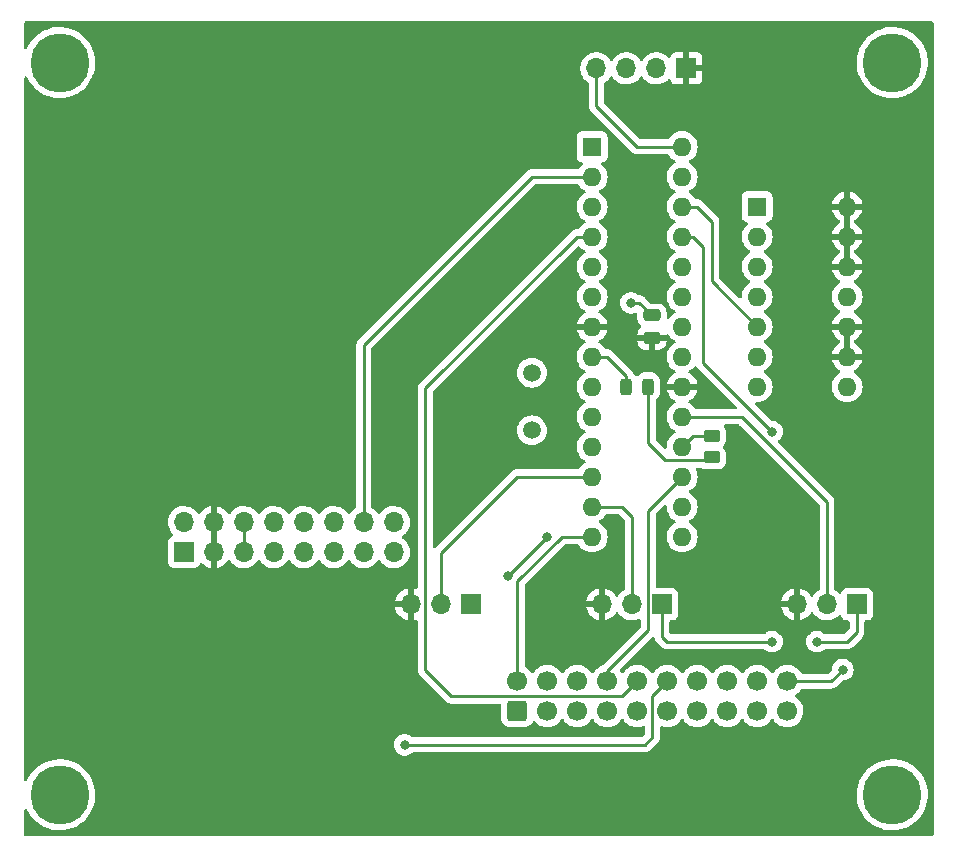
<source format=gbr>
%TF.GenerationSoftware,KiCad,Pcbnew,(6.0.1)*%
%TF.CreationDate,2022-02-14T23:43:43+08:00*%
%TF.ProjectId,SDisk2_Simple,53446973-6b32-45f5-9369-6d706c652e6b,rev?*%
%TF.SameCoordinates,Original*%
%TF.FileFunction,Copper,L2,Bot*%
%TF.FilePolarity,Positive*%
%FSLAX46Y46*%
G04 Gerber Fmt 4.6, Leading zero omitted, Abs format (unit mm)*
G04 Created by KiCad (PCBNEW (6.0.1)) date 2022-02-14 23:43:43*
%MOMM*%
%LPD*%
G01*
G04 APERTURE LIST*
G04 Aperture macros list*
%AMRoundRect*
0 Rectangle with rounded corners*
0 $1 Rounding radius*
0 $2 $3 $4 $5 $6 $7 $8 $9 X,Y pos of 4 corners*
0 Add a 4 corners polygon primitive as box body*
4,1,4,$2,$3,$4,$5,$6,$7,$8,$9,$2,$3,0*
0 Add four circle primitives for the rounded corners*
1,1,$1+$1,$2,$3*
1,1,$1+$1,$4,$5*
1,1,$1+$1,$6,$7*
1,1,$1+$1,$8,$9*
0 Add four rect primitives between the rounded corners*
20,1,$1+$1,$2,$3,$4,$5,0*
20,1,$1+$1,$4,$5,$6,$7,0*
20,1,$1+$1,$6,$7,$8,$9,0*
20,1,$1+$1,$8,$9,$2,$3,0*%
G04 Aperture macros list end*
%TA.AperFunction,ComponentPad*%
%ADD10R,1.700000X1.700000*%
%TD*%
%TA.AperFunction,ComponentPad*%
%ADD11O,1.700000X1.700000*%
%TD*%
%TA.AperFunction,ComponentPad*%
%ADD12R,1.600000X1.600000*%
%TD*%
%TA.AperFunction,ComponentPad*%
%ADD13O,1.600000X1.600000*%
%TD*%
%TA.AperFunction,ComponentPad*%
%ADD14C,1.500000*%
%TD*%
%TA.AperFunction,ComponentPad*%
%ADD15RoundRect,0.250000X0.600000X-0.600000X0.600000X0.600000X-0.600000X0.600000X-0.600000X-0.600000X0*%
%TD*%
%TA.AperFunction,ComponentPad*%
%ADD16C,1.700000*%
%TD*%
%TA.AperFunction,SMDPad,CuDef*%
%ADD17RoundRect,0.250000X0.475000X-0.250000X0.475000X0.250000X-0.475000X0.250000X-0.475000X-0.250000X0*%
%TD*%
%TA.AperFunction,SMDPad,CuDef*%
%ADD18RoundRect,0.243750X-0.243750X-0.456250X0.243750X-0.456250X0.243750X0.456250X-0.243750X0.456250X0*%
%TD*%
%TA.AperFunction,SMDPad,CuDef*%
%ADD19RoundRect,0.250000X-0.450000X0.262500X-0.450000X-0.262500X0.450000X-0.262500X0.450000X0.262500X0*%
%TD*%
%TA.AperFunction,ViaPad*%
%ADD20C,0.800000*%
%TD*%
%TA.AperFunction,ViaPad*%
%ADD21C,5.000000*%
%TD*%
%TA.AperFunction,Conductor*%
%ADD22C,0.250000*%
%TD*%
G04 APERTURE END LIST*
D10*
%TO.P,U3,1,GND*%
%TO.N,GND*%
X-9796178Y-33212836D03*
D11*
X-9796178Y-30672836D03*
%TO.P,U3,2,3.3v*%
%TO.N,VCC*%
X-7256178Y-30672836D03*
X-7256178Y-33212836D03*
%TO.P,U3,3,+5V*%
%TO.N,+5V*%
X-4716178Y-30672836D03*
X-4716178Y-33212836D03*
%TO.P,U3,4,~{CS}*%
%TO.N,/SD_CS{slash}CS*%
X-2176178Y-33212836D03*
X-2176178Y-30672836D03*
%TO.P,U3,5,MOSI*%
%TO.N,/SD_DI{slash}MOSI*%
X363822Y-33212836D03*
X363822Y-30672836D03*
%TO.P,U3,6,SCK*%
%TO.N,/SD_CLK{slash}CLK*%
X2903822Y-33212836D03*
X2903822Y-30672836D03*
%TO.P,U3,7,MISO*%
%TO.N,/SD_DO{slash}MISO*%
X5443822Y-33212836D03*
X5443822Y-30672836D03*
%TO.P,U3,8,GND*%
%TO.N,GND*%
X7983822Y-33212836D03*
X7983822Y-30672836D03*
%TD*%
D12*
%TO.P,U1,1*%
%TO.N,/DRIVE_EN*%
X38733822Y-3957836D03*
D13*
%TO.P,U1,2*%
%TO.N,Net-(U1-Pad2)*%
X38733822Y-6497836D03*
%TO.P,U1,3*%
%TO.N,/RD_PLUSE*%
X38733822Y-9037836D03*
%TO.P,U1,4*%
%TO.N,/DRIVE_EN*%
X38733822Y-11577836D03*
%TO.P,U1,5*%
%TO.N,Net-(U1-Pad5)*%
X38733822Y-14117836D03*
%TO.P,U1,6*%
%TO.N,/W_PROTECT*%
X38733822Y-16657836D03*
%TO.P,U1,7,GND*%
%TO.N,GND*%
X38733822Y-19197836D03*
%TO.P,U1,8*%
%TO.N,unconnected-(U1-Pad8)*%
X46353822Y-19197836D03*
%TO.P,U1,9*%
%TO.N,VCC*%
X46353822Y-16657836D03*
%TO.P,U1,10*%
X46353822Y-14117836D03*
%TO.P,U1,11*%
%TO.N,unconnected-(U1-Pad11)*%
X46353822Y-11577836D03*
%TO.P,U1,12*%
%TO.N,VCC*%
X46353822Y-9037836D03*
%TO.P,U1,13*%
X46353822Y-6497836D03*
%TO.P,U1,14,VCC*%
X46353822Y-3957836D03*
%TD*%
D14*
%TO.P,Y1,1,1*%
%TO.N,Net-(C6-Pad1)*%
X19673822Y-18022836D03*
%TO.P,Y1,2,2*%
%TO.N,Net-(C7-Pad1)*%
X19673822Y-22902836D03*
%TD*%
D12*
%TO.P,U2,1,~{RESET}/PC6*%
%TO.N,Net-(R1-Pad1)*%
X24763822Y1107164D03*
D13*
%TO.P,U2,2,PD0*%
%TO.N,/SD_DO{slash}MISO*%
X24763822Y-1432836D03*
%TO.P,U2,3,PD1*%
%TO.N,/SD_Eject*%
X24763822Y-3972836D03*
%TO.P,U2,4,PD2*%
%TO.N,/W_REQUEST*%
X24763822Y-6512836D03*
%TO.P,U2,5,PD3*%
%TO.N,/SD_DI{slash}MOSI*%
X24763822Y-9052836D03*
%TO.P,U2,6,PD4*%
%TO.N,/SD_CS{slash}CS*%
X24763822Y-11592836D03*
%TO.P,U2,7,VCC*%
%TO.N,VCC*%
X24763822Y-14132836D03*
%TO.P,U2,8,GND*%
%TO.N,GND*%
X24763822Y-16672836D03*
%TO.P,U2,9,XTAL1/PB6*%
%TO.N,Net-(C6-Pad1)*%
X24763822Y-19212836D03*
%TO.P,U2,10,XTAL2/PB7*%
%TO.N,Net-(C7-Pad1)*%
X24763822Y-21752836D03*
%TO.P,U2,11,PD5*%
%TO.N,/SD_CLK{slash}CLK*%
X24763822Y-24292836D03*
%TO.P,U2,12,PD6*%
%TO.N,/BT_ENTER*%
X24763822Y-26832836D03*
%TO.P,U2,13,PD7*%
%TO.N,/BT_DOWN*%
X24763822Y-29372836D03*
%TO.P,U2,14,PB0*%
%TO.N,/STEP 0*%
X24763822Y-31912836D03*
%TO.P,U2,15,PB1*%
%TO.N,/STEP 1*%
X32383822Y-31912836D03*
%TO.P,U2,16,PB2*%
%TO.N,/STEP 2*%
X32383822Y-29372836D03*
%TO.P,U2,17,PB3*%
%TO.N,/STEP 3*%
X32383822Y-26832836D03*
%TO.P,U2,18,PB4*%
%TO.N,Net-(R4-Pad1)*%
X32383822Y-24292836D03*
%TO.P,U2,19,PB5*%
%TO.N,/BT_UP*%
X32383822Y-21752836D03*
%TO.P,U2,20,AVCC*%
%TO.N,VCC*%
X32383822Y-19212836D03*
%TO.P,U2,21,AREF*%
%TO.N,GND*%
X32383822Y-16672836D03*
%TO.P,U2,22,GND*%
X32383822Y-14132836D03*
%TO.P,U2,23,PC0*%
%TO.N,/DRIVE_EN*%
X32383822Y-11592836D03*
%TO.P,U2,24,PC1*%
%TO.N,Net-(U1-Pad2)*%
X32383822Y-9052836D03*
%TO.P,U2,25,PC2*%
%TO.N,/WRITE*%
X32383822Y-6512836D03*
%TO.P,U2,26,PC3*%
%TO.N,Net-(U1-Pad5)*%
X32383822Y-3972836D03*
%TO.P,U2,27,PC4*%
%TO.N,/SCL*%
X32383822Y-1432836D03*
%TO.P,U2,28,PC5*%
%TO.N,/SDA*%
X32383822Y1107164D03*
%TD*%
D15*
%TO.P,J2,1,Pin_1*%
%TO.N,GND*%
X18432838Y-46667415D03*
D16*
%TO.P,J2,2,Pin_2*%
%TO.N,/STEP 0*%
X18432838Y-44127415D03*
%TO.P,J2,3,Pin_3*%
%TO.N,unconnected-(J2-Pad3)*%
X20972838Y-46667415D03*
%TO.P,J2,4,Pin_4*%
%TO.N,/STEP 1*%
X20972838Y-44127415D03*
%TO.P,J2,5,Pin_5*%
%TO.N,unconnected-(J2-Pad5)*%
X23512838Y-46667415D03*
%TO.P,J2,6,Pin_6*%
%TO.N,/STEP 2*%
X23512838Y-44127415D03*
%TO.P,J2,7,Pin_7*%
%TO.N,unconnected-(J2-Pad7)*%
X26052838Y-46667415D03*
%TO.P,J2,8,Pin_8*%
%TO.N,/STEP 3*%
X26052838Y-44127415D03*
%TO.P,J2,9,Pin_9*%
%TO.N,unconnected-(J2-Pad9)*%
X28592838Y-46667415D03*
%TO.P,J2,10,Pin_10*%
%TO.N,/W_REQUEST*%
X28592838Y-44127415D03*
%TO.P,J2,11,Pin_11*%
%TO.N,unconnected-(J2-Pad11)*%
X31132838Y-46667415D03*
%TO.P,J2,12,Pin_12*%
%TO.N,+5V*%
X31132838Y-44127415D03*
%TO.P,J2,13,Pin_13*%
%TO.N,unconnected-(J2-Pad13)*%
X33672838Y-46667415D03*
%TO.P,J2,14,Pin_14*%
%TO.N,/DRIVE_EN*%
X33672838Y-44127415D03*
%TO.P,J2,15,Pin_15*%
%TO.N,unconnected-(J2-Pad15)*%
X36212838Y-46667415D03*
%TO.P,J2,16,Pin_16*%
%TO.N,/RD_PLUSE*%
X36212838Y-44127415D03*
%TO.P,J2,17,Pin_17*%
%TO.N,unconnected-(J2-Pad17)*%
X38752838Y-46667415D03*
%TO.P,J2,18,Pin_18*%
%TO.N,/WRITE*%
X38752838Y-44127415D03*
%TO.P,J2,19,Pin_19*%
%TO.N,unconnected-(J2-Pad19)*%
X41292838Y-46667415D03*
%TO.P,J2,20,Pin_20*%
%TO.N,/W_PROTECT*%
X41292838Y-44127415D03*
%TD*%
D17*
%TO.P,C2,1*%
%TO.N,VCC*%
X29833822Y-15072836D03*
%TO.P,C2,2*%
%TO.N,GND*%
X29833822Y-13172836D03*
%TD*%
D10*
%TO.P,U4,1,GND*%
%TO.N,GND*%
X47193822Y-37628820D03*
D11*
%TO.P,U4,2,I/O*%
%TO.N,/BT_UP*%
X44653822Y-37628820D03*
%TO.P,U4,3,VCC*%
%TO.N,VCC*%
X42113822Y-37628820D03*
%TD*%
D10*
%TO.P,U5,1,GND*%
%TO.N,GND*%
X30683822Y-37628820D03*
D11*
%TO.P,U5,2,I/O*%
%TO.N,/BT_DOWN*%
X28143822Y-37628820D03*
%TO.P,U5,3,VCC*%
%TO.N,VCC*%
X25603822Y-37628820D03*
%TD*%
D10*
%TO.P,U6,1,GND*%
%TO.N,GND*%
X14498822Y-37628820D03*
D11*
%TO.P,U6,2,I/O*%
%TO.N,/BT_ENTER*%
X11958822Y-37628820D03*
%TO.P,U6,3,VCC*%
%TO.N,VCC*%
X9418822Y-37628820D03*
%TD*%
D18*
%TO.P,D1,1,K*%
%TO.N,GND*%
X27626322Y-19202836D03*
%TO.P,D1,2,A*%
%TO.N,Net-(D1-Pad2)*%
X29501322Y-19202836D03*
%TD*%
D19*
%TO.P,R4,1*%
%TO.N,Net-(R4-Pad1)*%
X34913822Y-23370336D03*
%TO.P,R4,2*%
%TO.N,Net-(D1-Pad2)*%
X34913822Y-25195336D03*
%TD*%
D10*
%TO.P,U7,1,VCC*%
%TO.N,VCC*%
X32751322Y7753186D03*
D11*
%TO.P,U7,2,GND*%
%TO.N,GND*%
X30211322Y7753186D03*
%TO.P,U7,3,SCL*%
%TO.N,/SCL*%
X27671322Y7753186D03*
%TO.P,U7,4,SDA*%
%TO.N,/SDA*%
X25131322Y7753186D03*
%TD*%
D20*
%TO.N,VCC*%
X33020000Y-54610000D03*
X26824399Y-31553433D03*
X17133822Y-152836D03*
D21*
%TO.N,GND*%
X50183822Y8237164D03*
X-20316178Y8237164D03*
X-20316178Y-53762836D03*
D20*
X28058063Y-12106864D03*
X39993822Y-40792836D03*
X43803822Y-40792836D03*
D21*
X50183822Y-53762836D03*
D20*
%TO.N,+5V*%
X8890000Y-49530000D03*
%TO.N,/WRITE*%
X39993822Y-23012836D03*
%TO.N,/W_PROTECT*%
X45992675Y-43168494D03*
%TO.N,/SD_CLK{slash}CLK*%
X17613306Y-35233352D03*
X20943822Y-31902836D03*
%TD*%
D22*
%TO.N,GND*%
X30683822Y-37628820D02*
X30683822Y-40372836D01*
X47193822Y-39942836D02*
X47193822Y-37628820D01*
X28058063Y-12106864D02*
X28767850Y-12106864D01*
X46343822Y-40792836D02*
X47193822Y-39942836D01*
X27626322Y-19202836D02*
X27626322Y-18265336D01*
X31103822Y-40792836D02*
X39993822Y-40792836D01*
X26033822Y-16672836D02*
X24763822Y-16672836D01*
X28767850Y-12106864D02*
X29833822Y-13172836D01*
X43803822Y-40792836D02*
X46343822Y-40792836D01*
X27626322Y-18265336D02*
X26033822Y-16672836D01*
X30683822Y-40372836D02*
X31103822Y-40792836D01*
%TO.N,+5V*%
X8890000Y-49530000D02*
X29210000Y-49530000D01*
X29210000Y-49530000D02*
X29879937Y-48860063D01*
X29879937Y-45380316D02*
X31132838Y-44127415D01*
X-4716178Y-33212836D02*
X-4716178Y-30672836D01*
X29879937Y-48860063D02*
X29879937Y-45380316D01*
%TO.N,Net-(D1-Pad2)*%
X29501322Y-23950336D02*
X29501322Y-19202836D01*
X30968333Y-25417347D02*
X29501322Y-23950336D01*
X34691811Y-25417347D02*
X30968333Y-25417347D01*
%TO.N,/STEP 0*%
X18432838Y-35683820D02*
X18432838Y-44127415D01*
X24763822Y-31912836D02*
X22203822Y-31912836D01*
X22203822Y-31912836D02*
X18432838Y-35683820D01*
%TO.N,/STEP 3*%
X32383822Y-26832836D02*
X29509311Y-29707347D01*
X26052838Y-43303820D02*
X26052838Y-44127415D01*
X29509311Y-39847347D02*
X26052838Y-43303820D01*
X29509311Y-29707347D02*
X29509311Y-39847347D01*
%TO.N,/W_REQUEST*%
X10630986Y-19355672D02*
X23473822Y-6512836D01*
X23473822Y-6512836D02*
X24763822Y-6512836D01*
X27313202Y-45407051D02*
X12858037Y-45407051D01*
X28592838Y-44127415D02*
X27313202Y-45407051D01*
X10630986Y-43180000D02*
X10630986Y-19355672D01*
X12858037Y-45407051D02*
X10630986Y-43180000D01*
%TO.N,/WRITE*%
X33311655Y-6512836D02*
X32383822Y-6512836D01*
X39993822Y-23012836D02*
X34149645Y-17168659D01*
X34149645Y-7350826D02*
X33311655Y-6512836D01*
X34149645Y-17168659D02*
X34149645Y-7350826D01*
%TO.N,/W_PROTECT*%
X45033754Y-44127415D02*
X41292838Y-44127415D01*
X45992675Y-43168494D02*
X45033754Y-44127415D01*
%TO.N,/BT_UP*%
X44653822Y-37628820D02*
X44653822Y-28942836D01*
X44653822Y-28942836D02*
X37463822Y-21752836D01*
X37463822Y-21752836D02*
X32383822Y-21752836D01*
%TO.N,/BT_DOWN*%
X28143822Y-30212836D02*
X27293822Y-29362836D01*
X27293822Y-29362836D02*
X27283822Y-29372836D01*
X27283822Y-29372836D02*
X24763822Y-29372836D01*
X28143822Y-37628820D02*
X28143822Y-30212836D01*
%TO.N,/BT_ENTER*%
X11958822Y-33267836D02*
X18393822Y-26832836D01*
X11958822Y-37628820D02*
X11958822Y-33267836D01*
X18393822Y-26832836D02*
X24763822Y-26832836D01*
%TO.N,Net-(R4-Pad1)*%
X32383822Y-24292836D02*
X33306322Y-23370336D01*
X33306322Y-23370336D02*
X34913822Y-23370336D01*
%TO.N,Net-(U1-Pad5)*%
X33653822Y-3972836D02*
X34913822Y-5232836D01*
X32383822Y-3972836D02*
X33653822Y-3972836D01*
X34913822Y-5232836D02*
X34913822Y-10297836D01*
X34913822Y-10297836D02*
X38733822Y-14117836D01*
%TO.N,/SD_DO{slash}MISO*%
X19663822Y-1432836D02*
X5443822Y-15652836D01*
X24763822Y-1432836D02*
X19663822Y-1432836D01*
X5443822Y-15652836D02*
X5443822Y-30672836D01*
%TO.N,/SD_CLK{slash}CLK*%
X17613306Y-35233352D02*
X20943822Y-31902836D01*
%TO.N,/SDA*%
X32383822Y1107164D02*
X28573822Y1107164D01*
X28573822Y1107164D02*
X25131322Y4549664D01*
X25131322Y4549664D02*
X25131322Y7753186D01*
%TD*%
%TA.AperFunction,Conductor*%
%TO.N,VCC*%
G36*
X53617943Y11709162D02*
G01*
X53664436Y11655506D01*
X53675822Y11603164D01*
X53675822Y-57128836D01*
X53655820Y-57196957D01*
X53602164Y-57243450D01*
X53549822Y-57254836D01*
X-23182178Y-57254836D01*
X-23250299Y-57234834D01*
X-23296792Y-57181178D01*
X-23308178Y-57128836D01*
X-23308178Y-55041220D01*
X-23288176Y-54973099D01*
X-23234520Y-54926606D01*
X-23164246Y-54916502D01*
X-23099666Y-54945996D01*
X-23064785Y-54995451D01*
X-23056251Y-55017339D01*
X-23054554Y-55020544D01*
X-22921065Y-55272661D01*
X-22893903Y-55323962D01*
X-22891853Y-55326945D01*
X-22891851Y-55326948D01*
X-22699445Y-55606900D01*
X-22699439Y-55606907D01*
X-22697388Y-55609892D01*
X-22469312Y-55871341D01*
X-22466627Y-55873784D01*
X-22256910Y-56064611D01*
X-22212697Y-56104842D01*
X-21930945Y-56307302D01*
X-21627790Y-56476036D01*
X-21307250Y-56608808D01*
X-21303756Y-56609803D01*
X-21303754Y-56609804D01*
X-20977075Y-56702861D01*
X-20977070Y-56702862D01*
X-20973574Y-56703858D01*
X-20776874Y-56736069D01*
X-20634766Y-56759340D01*
X-20634759Y-56759341D01*
X-20631185Y-56759926D01*
X-20457903Y-56768098D01*
X-20288247Y-56776099D01*
X-20288246Y-56776099D01*
X-20284620Y-56776270D01*
X-20275763Y-56775666D01*
X-19942105Y-56752920D01*
X-19942097Y-56752919D01*
X-19938474Y-56752672D01*
X-19934899Y-56752009D01*
X-19934896Y-56752009D01*
X-19600899Y-56690106D01*
X-19600895Y-56690105D01*
X-19597334Y-56689445D01*
X-19265722Y-56587428D01*
X-18948033Y-56447972D01*
X-18703667Y-56305177D01*
X-18651618Y-56274762D01*
X-18651616Y-56274761D01*
X-18648478Y-56272927D01*
X-18645569Y-56270743D01*
X-18373934Y-56066794D01*
X-18373930Y-56066791D01*
X-18371027Y-56064611D01*
X-18119359Y-55825786D01*
X-17896808Y-55559619D01*
X-17706325Y-55269635D01*
X-17557183Y-54973099D01*
X-17552061Y-54962916D01*
X-17552058Y-54962908D01*
X-17550434Y-54959680D01*
X-17431201Y-54633862D01*
X-17430356Y-54630340D01*
X-17430353Y-54630332D01*
X-17351054Y-54300027D01*
X-17351053Y-54300023D01*
X-17350207Y-54296498D01*
X-17349770Y-54292888D01*
X-17308862Y-53954840D01*
X-17308862Y-53954833D01*
X-17308526Y-53952061D01*
X-17302579Y-53762836D01*
X-17302740Y-53760040D01*
X-17308037Y-53668177D01*
X47171710Y-53668177D01*
X47171805Y-53671807D01*
X47171805Y-53671808D01*
X47174189Y-53762836D01*
X47180792Y-54015007D01*
X47229678Y-54358496D01*
X47317719Y-54694089D01*
X47443749Y-55017339D01*
X47445446Y-55020544D01*
X47578935Y-55272661D01*
X47606097Y-55323962D01*
X47608147Y-55326945D01*
X47608149Y-55326948D01*
X47800555Y-55606900D01*
X47800561Y-55606907D01*
X47802612Y-55609892D01*
X48030688Y-55871341D01*
X48033373Y-55873784D01*
X48243090Y-56064611D01*
X48287303Y-56104842D01*
X48569055Y-56307302D01*
X48872210Y-56476036D01*
X49192750Y-56608808D01*
X49196244Y-56609803D01*
X49196246Y-56609804D01*
X49522925Y-56702861D01*
X49522930Y-56702862D01*
X49526426Y-56703858D01*
X49723126Y-56736069D01*
X49865234Y-56759340D01*
X49865241Y-56759341D01*
X49868815Y-56759926D01*
X50042097Y-56768098D01*
X50211753Y-56776099D01*
X50211754Y-56776099D01*
X50215380Y-56776270D01*
X50224237Y-56775666D01*
X50557895Y-56752920D01*
X50557903Y-56752919D01*
X50561526Y-56752672D01*
X50565101Y-56752009D01*
X50565104Y-56752009D01*
X50899101Y-56690106D01*
X50899105Y-56690105D01*
X50902666Y-56689445D01*
X51234278Y-56587428D01*
X51551967Y-56447972D01*
X51796333Y-56305177D01*
X51848382Y-56274762D01*
X51848384Y-56274761D01*
X51851522Y-56272927D01*
X51854431Y-56270743D01*
X52126066Y-56066794D01*
X52126070Y-56066791D01*
X52128973Y-56064611D01*
X52380641Y-55825786D01*
X52603192Y-55559619D01*
X52793675Y-55269635D01*
X52942817Y-54973099D01*
X52947939Y-54962916D01*
X52947942Y-54962908D01*
X52949566Y-54959680D01*
X53068799Y-54633862D01*
X53069644Y-54630340D01*
X53069647Y-54630332D01*
X53148946Y-54300027D01*
X53148947Y-54300023D01*
X53149793Y-54296498D01*
X53150230Y-54292888D01*
X53191138Y-53954840D01*
X53191138Y-53954833D01*
X53191474Y-53952061D01*
X53197421Y-53762836D01*
X53197260Y-53760040D01*
X53177658Y-53420082D01*
X53177657Y-53420077D01*
X53177449Y-53416462D01*
X53117798Y-53074678D01*
X53019259Y-52742016D01*
X52958064Y-52598545D01*
X52884562Y-52426222D01*
X52884560Y-52426219D01*
X52883138Y-52422884D01*
X52833391Y-52335667D01*
X52713030Y-52124652D01*
X52711239Y-52121512D01*
X52505840Y-51841896D01*
X52269664Y-51587740D01*
X52005841Y-51362414D01*
X51717869Y-51168905D01*
X51409563Y-51009776D01*
X51085011Y-50887138D01*
X51081490Y-50886254D01*
X51081485Y-50886252D01*
X50920200Y-50845740D01*
X50748514Y-50802616D01*
X50726298Y-50799691D01*
X50408137Y-50757804D01*
X50408129Y-50757803D01*
X50404533Y-50757330D01*
X50259867Y-50755057D01*
X50061268Y-50751937D01*
X50061264Y-50751937D01*
X50057626Y-50751880D01*
X50054012Y-50752241D01*
X50054006Y-50752241D01*
X49810665Y-50776530D01*
X49712391Y-50786339D01*
X49373405Y-50860250D01*
X49369978Y-50861423D01*
X49369972Y-50861425D01*
X49291118Y-50888423D01*
X49045161Y-50972633D01*
X48732010Y-51121999D01*
X48438101Y-51306368D01*
X48435265Y-51308640D01*
X48435258Y-51308645D01*
X48191206Y-51504168D01*
X48167331Y-51523295D01*
X47923288Y-51769907D01*
X47921047Y-51772765D01*
X47864554Y-51844814D01*
X47709208Y-52042934D01*
X47707315Y-52046023D01*
X47707313Y-52046026D01*
X47661055Y-52121512D01*
X47527927Y-52338757D01*
X47526402Y-52342042D01*
X47526400Y-52342046D01*
X47487327Y-52426222D01*
X47381849Y-52653456D01*
X47272909Y-52982859D01*
X47202552Y-53322600D01*
X47171710Y-53668177D01*
X-17308037Y-53668177D01*
X-17322342Y-53420082D01*
X-17322343Y-53420077D01*
X-17322551Y-53416462D01*
X-17382202Y-53074678D01*
X-17480741Y-52742016D01*
X-17541936Y-52598545D01*
X-17615438Y-52426222D01*
X-17615440Y-52426219D01*
X-17616862Y-52422884D01*
X-17666609Y-52335667D01*
X-17786970Y-52124652D01*
X-17788761Y-52121512D01*
X-17994160Y-51841896D01*
X-18230336Y-51587740D01*
X-18494159Y-51362414D01*
X-18782131Y-51168905D01*
X-19090437Y-51009776D01*
X-19414989Y-50887138D01*
X-19418510Y-50886254D01*
X-19418515Y-50886252D01*
X-19579800Y-50845740D01*
X-19751486Y-50802616D01*
X-19773702Y-50799691D01*
X-20091863Y-50757804D01*
X-20091871Y-50757803D01*
X-20095467Y-50757330D01*
X-20240133Y-50755057D01*
X-20438732Y-50751937D01*
X-20438736Y-50751937D01*
X-20442374Y-50751880D01*
X-20445988Y-50752241D01*
X-20445994Y-50752241D01*
X-20689335Y-50776530D01*
X-20787609Y-50786339D01*
X-21126595Y-50860250D01*
X-21130022Y-50861423D01*
X-21130028Y-50861425D01*
X-21208882Y-50888423D01*
X-21454839Y-50972633D01*
X-21767990Y-51121999D01*
X-22061899Y-51306368D01*
X-22064735Y-51308640D01*
X-22064742Y-51308645D01*
X-22308794Y-51504168D01*
X-22332669Y-51523295D01*
X-22576712Y-51769907D01*
X-22578953Y-51772765D01*
X-22635446Y-51844814D01*
X-22790792Y-52042934D01*
X-22792685Y-52046023D01*
X-22792687Y-52046026D01*
X-22838945Y-52121512D01*
X-22972073Y-52338757D01*
X-22973598Y-52342042D01*
X-22973600Y-52342046D01*
X-23067890Y-52545178D01*
X-23114714Y-52598545D01*
X-23182957Y-52618126D01*
X-23250953Y-52597703D01*
X-23297113Y-52543760D01*
X-23308178Y-52492128D01*
X-23308178Y-37896786D01*
X8087079Y-37896786D01*
X8117387Y-38031266D01*
X8120467Y-38041095D01*
X8200592Y-38238423D01*
X8205235Y-38247614D01*
X8316516Y-38429208D01*
X8322599Y-38437519D01*
X8462035Y-38598487D01*
X8469402Y-38605703D01*
X8633256Y-38741736D01*
X8641703Y-38747651D01*
X8825578Y-38855099D01*
X8834864Y-38859549D01*
X9033823Y-38935523D01*
X9043721Y-38938399D01*
X9147072Y-38959426D01*
X9161121Y-38958230D01*
X9164822Y-38947885D01*
X9164822Y-37900935D01*
X9160347Y-37885696D01*
X9158957Y-37884491D01*
X9151274Y-37882820D01*
X8102047Y-37882820D01*
X8088516Y-37886793D01*
X8087079Y-37896786D01*
X-23308178Y-37896786D01*
X-23308178Y-37363003D01*
X8083211Y-37363003D01*
X8084734Y-37371427D01*
X8097114Y-37374820D01*
X9146707Y-37374820D01*
X9161946Y-37370345D01*
X9163151Y-37368955D01*
X9164822Y-37361272D01*
X9164822Y-36311922D01*
X9160904Y-36298578D01*
X9146628Y-36296591D01*
X9108146Y-36302480D01*
X9098110Y-36304871D01*
X8895690Y-36371032D01*
X8886181Y-36375029D01*
X8697285Y-36473362D01*
X8688560Y-36478856D01*
X8518255Y-36606725D01*
X8510548Y-36613568D01*
X8363412Y-36767537D01*
X8356926Y-36775547D01*
X8236920Y-36951469D01*
X8231822Y-36960443D01*
X8142160Y-37153603D01*
X8138597Y-37163290D01*
X8083211Y-37363003D01*
X-23308178Y-37363003D01*
X-23308178Y-30639531D01*
X-11158927Y-30639531D01*
X-11158630Y-30644684D01*
X-11158630Y-30644687D01*
X-11153167Y-30739426D01*
X-11146068Y-30862551D01*
X-11144931Y-30867597D01*
X-11144930Y-30867603D01*
X-11125059Y-30955775D01*
X-11096956Y-31080475D01*
X-11012912Y-31287452D01*
X-10974358Y-31350367D01*
X-10898887Y-31473524D01*
X-10896191Y-31477924D01*
X-10749928Y-31646774D01*
X-10745948Y-31650078D01*
X-10741197Y-31654023D01*
X-10701562Y-31712926D01*
X-10700065Y-31783907D01*
X-10737181Y-31844429D01*
X-10777453Y-31868948D01*
X-10817540Y-31883976D01*
X-10892883Y-31912221D01*
X-11009439Y-31999575D01*
X-11096793Y-32116131D01*
X-11147923Y-32252520D01*
X-11154678Y-32314702D01*
X-11154678Y-34110970D01*
X-11147923Y-34173152D01*
X-11096793Y-34309541D01*
X-11009439Y-34426097D01*
X-10892883Y-34513451D01*
X-10756494Y-34564581D01*
X-10694312Y-34571336D01*
X-8898044Y-34571336D01*
X-8835862Y-34564581D01*
X-8699473Y-34513451D01*
X-8582917Y-34426097D01*
X-8495563Y-34309541D01*
X-8451380Y-34191684D01*
X-8408738Y-34134920D01*
X-8342177Y-34110220D01*
X-8272828Y-34125428D01*
X-8238161Y-34153416D01*
X-8212960Y-34182509D01*
X-8205598Y-34189719D01*
X-8041744Y-34325752D01*
X-8033297Y-34331667D01*
X-7849422Y-34439115D01*
X-7840136Y-34443565D01*
X-7641177Y-34519539D01*
X-7631279Y-34522415D01*
X-7527928Y-34543442D01*
X-7513879Y-34542246D01*
X-7510178Y-34531901D01*
X-7510178Y-34531353D01*
X-7002178Y-34531353D01*
X-6998114Y-34545195D01*
X-6984700Y-34547229D01*
X-6977994Y-34546370D01*
X-6967916Y-34544228D01*
X-6763923Y-34483027D01*
X-6754336Y-34479269D01*
X-6563083Y-34385575D01*
X-6554233Y-34380300D01*
X-6380850Y-34256628D01*
X-6372978Y-34249975D01*
X-6222126Y-34099648D01*
X-6215448Y-34091801D01*
X-6088156Y-33914655D01*
X-6086899Y-33915558D01*
X-6039805Y-33872198D01*
X-5969867Y-33859981D01*
X-5904427Y-33887514D01*
X-5876599Y-33919347D01*
X-5816191Y-34017924D01*
X-5669928Y-34186774D01*
X-5498052Y-34329468D01*
X-5305178Y-34442174D01*
X-5096486Y-34521866D01*
X-5091418Y-34522897D01*
X-5091415Y-34522898D01*
X-4996316Y-34542246D01*
X-4877581Y-34566403D01*
X-4872406Y-34566593D01*
X-4872404Y-34566593D01*
X-4659505Y-34574400D01*
X-4659501Y-34574400D01*
X-4654341Y-34574589D01*
X-4649221Y-34573933D01*
X-4649219Y-34573933D01*
X-4437890Y-34546861D01*
X-4437889Y-34546861D01*
X-4432762Y-34546204D01*
X-4427812Y-34544719D01*
X-4223749Y-34483497D01*
X-4223744Y-34483495D01*
X-4218794Y-34482010D01*
X-4018184Y-34383732D01*
X-3836318Y-34254009D01*
X-3678082Y-34096325D01*
X-3547725Y-33914913D01*
X-3546402Y-33915864D01*
X-3499533Y-33872693D01*
X-3429598Y-33860461D01*
X-3364152Y-33887980D01*
X-3336303Y-33919830D01*
X-3276191Y-34017924D01*
X-3129928Y-34186774D01*
X-2958052Y-34329468D01*
X-2765178Y-34442174D01*
X-2556486Y-34521866D01*
X-2551418Y-34522897D01*
X-2551415Y-34522898D01*
X-2456316Y-34542246D01*
X-2337581Y-34566403D01*
X-2332406Y-34566593D01*
X-2332404Y-34566593D01*
X-2119505Y-34574400D01*
X-2119501Y-34574400D01*
X-2114341Y-34574589D01*
X-2109221Y-34573933D01*
X-2109219Y-34573933D01*
X-1897890Y-34546861D01*
X-1897889Y-34546861D01*
X-1892762Y-34546204D01*
X-1887812Y-34544719D01*
X-1683749Y-34483497D01*
X-1683744Y-34483495D01*
X-1678794Y-34482010D01*
X-1478184Y-34383732D01*
X-1296318Y-34254009D01*
X-1138082Y-34096325D01*
X-1007725Y-33914913D01*
X-1006402Y-33915864D01*
X-959533Y-33872693D01*
X-889598Y-33860461D01*
X-824152Y-33887980D01*
X-796303Y-33919830D01*
X-736191Y-34017924D01*
X-589928Y-34186774D01*
X-418052Y-34329468D01*
X-225178Y-34442174D01*
X-16486Y-34521866D01*
X-11418Y-34522897D01*
X-11415Y-34522898D01*
X83684Y-34542246D01*
X202419Y-34566403D01*
X207594Y-34566593D01*
X207596Y-34566593D01*
X420495Y-34574400D01*
X420499Y-34574400D01*
X425659Y-34574589D01*
X430779Y-34573933D01*
X430781Y-34573933D01*
X642110Y-34546861D01*
X642111Y-34546861D01*
X647238Y-34546204D01*
X652188Y-34544719D01*
X856251Y-34483497D01*
X856256Y-34483495D01*
X861206Y-34482010D01*
X1061816Y-34383732D01*
X1243682Y-34254009D01*
X1401918Y-34096325D01*
X1532275Y-33914913D01*
X1533598Y-33915864D01*
X1580467Y-33872693D01*
X1650402Y-33860461D01*
X1715848Y-33887980D01*
X1743697Y-33919830D01*
X1803809Y-34017924D01*
X1950072Y-34186774D01*
X2121948Y-34329468D01*
X2314822Y-34442174D01*
X2523514Y-34521866D01*
X2528582Y-34522897D01*
X2528585Y-34522898D01*
X2623684Y-34542246D01*
X2742419Y-34566403D01*
X2747594Y-34566593D01*
X2747596Y-34566593D01*
X2960495Y-34574400D01*
X2960499Y-34574400D01*
X2965659Y-34574589D01*
X2970779Y-34573933D01*
X2970781Y-34573933D01*
X3182110Y-34546861D01*
X3182111Y-34546861D01*
X3187238Y-34546204D01*
X3192188Y-34544719D01*
X3396251Y-34483497D01*
X3396256Y-34483495D01*
X3401206Y-34482010D01*
X3601816Y-34383732D01*
X3783682Y-34254009D01*
X3941918Y-34096325D01*
X4072275Y-33914913D01*
X4073598Y-33915864D01*
X4120467Y-33872693D01*
X4190402Y-33860461D01*
X4255848Y-33887980D01*
X4283697Y-33919830D01*
X4343809Y-34017924D01*
X4490072Y-34186774D01*
X4661948Y-34329468D01*
X4854822Y-34442174D01*
X5063514Y-34521866D01*
X5068582Y-34522897D01*
X5068585Y-34522898D01*
X5163684Y-34542246D01*
X5282419Y-34566403D01*
X5287594Y-34566593D01*
X5287596Y-34566593D01*
X5500495Y-34574400D01*
X5500499Y-34574400D01*
X5505659Y-34574589D01*
X5510779Y-34573933D01*
X5510781Y-34573933D01*
X5722110Y-34546861D01*
X5722111Y-34546861D01*
X5727238Y-34546204D01*
X5732188Y-34544719D01*
X5936251Y-34483497D01*
X5936256Y-34483495D01*
X5941206Y-34482010D01*
X6141816Y-34383732D01*
X6323682Y-34254009D01*
X6481918Y-34096325D01*
X6612275Y-33914913D01*
X6613598Y-33915864D01*
X6660467Y-33872693D01*
X6730402Y-33860461D01*
X6795848Y-33887980D01*
X6823697Y-33919830D01*
X6883809Y-34017924D01*
X7030072Y-34186774D01*
X7201948Y-34329468D01*
X7394822Y-34442174D01*
X7603514Y-34521866D01*
X7608582Y-34522897D01*
X7608585Y-34522898D01*
X7703684Y-34542246D01*
X7822419Y-34566403D01*
X7827594Y-34566593D01*
X7827596Y-34566593D01*
X8040495Y-34574400D01*
X8040499Y-34574400D01*
X8045659Y-34574589D01*
X8050779Y-34573933D01*
X8050781Y-34573933D01*
X8262110Y-34546861D01*
X8262111Y-34546861D01*
X8267238Y-34546204D01*
X8272188Y-34544719D01*
X8476251Y-34483497D01*
X8476256Y-34483495D01*
X8481206Y-34482010D01*
X8681816Y-34383732D01*
X8863682Y-34254009D01*
X9021918Y-34096325D01*
X9152275Y-33914913D01*
X9165817Y-33887514D01*
X9248958Y-33719289D01*
X9248959Y-33719287D01*
X9251252Y-33714647D01*
X9316192Y-33500905D01*
X9345351Y-33279426D01*
X9346660Y-33225855D01*
X9346896Y-33216201D01*
X9346896Y-33216197D01*
X9346978Y-33212836D01*
X9328674Y-32990197D01*
X9274253Y-32773538D01*
X9185176Y-32568676D01*
X9063836Y-32381113D01*
X8913492Y-32215887D01*
X8909441Y-32212688D01*
X8909437Y-32212684D01*
X8742236Y-32080636D01*
X8742232Y-32080634D01*
X8738181Y-32077434D01*
X8696875Y-32054632D01*
X8646906Y-32004200D01*
X8632134Y-31934757D01*
X8657250Y-31868352D01*
X8684602Y-31841745D01*
X8728425Y-31810486D01*
X8863682Y-31714009D01*
X8893045Y-31684749D01*
X9018257Y-31559973D01*
X9021918Y-31556325D01*
X9035399Y-31537565D01*
X9149257Y-31379113D01*
X9152275Y-31374913D01*
X9156734Y-31365892D01*
X9248958Y-31179289D01*
X9248959Y-31179287D01*
X9251252Y-31174647D01*
X9316192Y-30960905D01*
X9345351Y-30739426D01*
X9346067Y-30710114D01*
X9346896Y-30676201D01*
X9346896Y-30676197D01*
X9346978Y-30672836D01*
X9328674Y-30450197D01*
X9274253Y-30233538D01*
X9185176Y-30028676D01*
X9063836Y-29841113D01*
X8913492Y-29675887D01*
X8909441Y-29672688D01*
X8909437Y-29672684D01*
X8742236Y-29540636D01*
X8742232Y-29540634D01*
X8738181Y-29537434D01*
X8733653Y-29534934D01*
X8634072Y-29479963D01*
X8542611Y-29429474D01*
X8537742Y-29427750D01*
X8537738Y-29427748D01*
X8336909Y-29356631D01*
X8336905Y-29356630D01*
X8332034Y-29354905D01*
X8326941Y-29353998D01*
X8326938Y-29353997D01*
X8117195Y-29316636D01*
X8117189Y-29316635D01*
X8112106Y-29315730D01*
X8038274Y-29314828D01*
X7893903Y-29313064D01*
X7893901Y-29313064D01*
X7888733Y-29313001D01*
X7667913Y-29346791D01*
X7455578Y-29416193D01*
X7422245Y-29433545D01*
X7281797Y-29506658D01*
X7257429Y-29519343D01*
X7253296Y-29522446D01*
X7253293Y-29522448D01*
X7103060Y-29635246D01*
X7078787Y-29653471D01*
X6924451Y-29814974D01*
X6817023Y-29972457D01*
X6762115Y-30017457D01*
X6691590Y-30025628D01*
X6627843Y-29994374D01*
X6607146Y-29969890D01*
X6526644Y-29845453D01*
X6526642Y-29845450D01*
X6523836Y-29841113D01*
X6373492Y-29675887D01*
X6369441Y-29672688D01*
X6369437Y-29672684D01*
X6202236Y-29540636D01*
X6202232Y-29540634D01*
X6198181Y-29537434D01*
X6193657Y-29534937D01*
X6193653Y-29534934D01*
X6142430Y-29506658D01*
X6092458Y-29456226D01*
X6077322Y-29396349D01*
X6077322Y-15967430D01*
X6097324Y-15899309D01*
X6114227Y-15878335D01*
X19889322Y-2103241D01*
X19951634Y-2069215D01*
X19978417Y-2066336D01*
X23544428Y-2066336D01*
X23612549Y-2086338D01*
X23647641Y-2120065D01*
X23757624Y-2277136D01*
X23919522Y-2439034D01*
X23924030Y-2442191D01*
X23924033Y-2442193D01*
X24002211Y-2496934D01*
X24107073Y-2570359D01*
X24112055Y-2572682D01*
X24112060Y-2572685D01*
X24146279Y-2588641D01*
X24199564Y-2635558D01*
X24219025Y-2703835D01*
X24198483Y-2771795D01*
X24146279Y-2817031D01*
X24112060Y-2832987D01*
X24112055Y-2832990D01*
X24107073Y-2835313D01*
X24009057Y-2903945D01*
X23924033Y-2963479D01*
X23924030Y-2963481D01*
X23919522Y-2966638D01*
X23757624Y-3128536D01*
X23626299Y-3316087D01*
X23623976Y-3321069D01*
X23623973Y-3321074D01*
X23543231Y-3494228D01*
X23529538Y-3523593D01*
X23528116Y-3528901D01*
X23528115Y-3528903D01*
X23485930Y-3686339D01*
X23470279Y-3744749D01*
X23450324Y-3972836D01*
X23470279Y-4200923D01*
X23471703Y-4206236D01*
X23471703Y-4206238D01*
X23526808Y-4411889D01*
X23529538Y-4422079D01*
X23531861Y-4427060D01*
X23531861Y-4427061D01*
X23623973Y-4624598D01*
X23623976Y-4624603D01*
X23626299Y-4629585D01*
X23629456Y-4634093D01*
X23743737Y-4797303D01*
X23757624Y-4817136D01*
X23919522Y-4979034D01*
X23924030Y-4982191D01*
X23924033Y-4982193D01*
X24002211Y-5036934D01*
X24107073Y-5110359D01*
X24112055Y-5112682D01*
X24112060Y-5112685D01*
X24146279Y-5128641D01*
X24199564Y-5175558D01*
X24219025Y-5243835D01*
X24198483Y-5311795D01*
X24146279Y-5357031D01*
X24112060Y-5372987D01*
X24112055Y-5372990D01*
X24107073Y-5375313D01*
X24047100Y-5417307D01*
X23924033Y-5503479D01*
X23924030Y-5503481D01*
X23919522Y-5506638D01*
X23757624Y-5668536D01*
X23754467Y-5673044D01*
X23754465Y-5673047D01*
X23648148Y-5824883D01*
X23592691Y-5869211D01*
X23536051Y-5877612D01*
X23533913Y-5877134D01*
X23525990Y-5877383D01*
X23465823Y-5879274D01*
X23461865Y-5879336D01*
X23433966Y-5879336D01*
X23429976Y-5879840D01*
X23418142Y-5880772D01*
X23373933Y-5882162D01*
X23366319Y-5884374D01*
X23366314Y-5884375D01*
X23354481Y-5887813D01*
X23335118Y-5891824D01*
X23315025Y-5894362D01*
X23307658Y-5897279D01*
X23307653Y-5897280D01*
X23273914Y-5910638D01*
X23262687Y-5914482D01*
X23220229Y-5926818D01*
X23213403Y-5930855D01*
X23202794Y-5937129D01*
X23185046Y-5945824D01*
X23166205Y-5953284D01*
X23159789Y-5957946D01*
X23159788Y-5957946D01*
X23130435Y-5979272D01*
X23120515Y-5985788D01*
X23089287Y-6004256D01*
X23089284Y-6004258D01*
X23082460Y-6008294D01*
X23068139Y-6022615D01*
X23053106Y-6035455D01*
X23036715Y-6047364D01*
X23008524Y-6081441D01*
X23000534Y-6090220D01*
X10238733Y-18852020D01*
X10230447Y-18859560D01*
X10223968Y-18863672D01*
X10218543Y-18869449D01*
X10177343Y-18913323D01*
X10174588Y-18916165D01*
X10154851Y-18935902D01*
X10152371Y-18939099D01*
X10144668Y-18948119D01*
X10114400Y-18980351D01*
X10110581Y-18987297D01*
X10110579Y-18987300D01*
X10104638Y-18998106D01*
X10093787Y-19014625D01*
X10081372Y-19030631D01*
X10078227Y-19037900D01*
X10078224Y-19037904D01*
X10063812Y-19071209D01*
X10058595Y-19081859D01*
X10037291Y-19120612D01*
X10035320Y-19128287D01*
X10035320Y-19128288D01*
X10032253Y-19140234D01*
X10025849Y-19158938D01*
X10017805Y-19177527D01*
X10016566Y-19185350D01*
X10016563Y-19185360D01*
X10010887Y-19221196D01*
X10008481Y-19232816D01*
X9997486Y-19275642D01*
X9997486Y-19295896D01*
X9995935Y-19315606D01*
X9992766Y-19335615D01*
X9993512Y-19343507D01*
X9996927Y-19379633D01*
X9997486Y-19391491D01*
X9997486Y-36214741D01*
X9977484Y-36282862D01*
X9923828Y-36329355D01*
X9853554Y-36339459D01*
X9829425Y-36333514D01*
X9771777Y-36313099D01*
X9761810Y-36310466D01*
X9690659Y-36297792D01*
X9677362Y-36299252D01*
X9672822Y-36313809D01*
X9672822Y-38947337D01*
X9676886Y-38961179D01*
X9690300Y-38963213D01*
X9697006Y-38962354D01*
X9707088Y-38960211D01*
X9835279Y-38921752D01*
X9906274Y-38921336D01*
X9966224Y-38959368D01*
X9996096Y-39023775D01*
X9997486Y-39042438D01*
X9997486Y-43101233D01*
X9996959Y-43112416D01*
X9995284Y-43119909D01*
X9995533Y-43127835D01*
X9995533Y-43127836D01*
X9997424Y-43187986D01*
X9997486Y-43191945D01*
X9997486Y-43219856D01*
X9997983Y-43223790D01*
X9997983Y-43223791D01*
X9997991Y-43223856D01*
X9998924Y-43235693D01*
X10000313Y-43279889D01*
X10005964Y-43299339D01*
X10009973Y-43318700D01*
X10012512Y-43338797D01*
X10015431Y-43346168D01*
X10015431Y-43346170D01*
X10028790Y-43379912D01*
X10032635Y-43391142D01*
X10044968Y-43433593D01*
X10049001Y-43440412D01*
X10049003Y-43440417D01*
X10055279Y-43451028D01*
X10063974Y-43468776D01*
X10071434Y-43487617D01*
X10076096Y-43494033D01*
X10076096Y-43494034D01*
X10097422Y-43523387D01*
X10103938Y-43533307D01*
X10111311Y-43545773D01*
X10126444Y-43571362D01*
X10140765Y-43585683D01*
X10153605Y-43600716D01*
X10165514Y-43617107D01*
X10171620Y-43622158D01*
X10199591Y-43645298D01*
X10208370Y-43653288D01*
X12354385Y-45799304D01*
X12361925Y-45807590D01*
X12366037Y-45814069D01*
X12371814Y-45819494D01*
X12415688Y-45860694D01*
X12418530Y-45863449D01*
X12438267Y-45883186D01*
X12441464Y-45885666D01*
X12450484Y-45893369D01*
X12482716Y-45923637D01*
X12489662Y-45927456D01*
X12489665Y-45927458D01*
X12500471Y-45933399D01*
X12516990Y-45944250D01*
X12532996Y-45956665D01*
X12540265Y-45959810D01*
X12540269Y-45959813D01*
X12573574Y-45974225D01*
X12584224Y-45979442D01*
X12622977Y-46000746D01*
X12630652Y-46002717D01*
X12630653Y-46002717D01*
X12642599Y-46005784D01*
X12661304Y-46012188D01*
X12679892Y-46020232D01*
X12687715Y-46021471D01*
X12687725Y-46021474D01*
X12723561Y-46027150D01*
X12735181Y-46029556D01*
X12770326Y-46038579D01*
X12778007Y-46040551D01*
X12798261Y-46040551D01*
X12817971Y-46042102D01*
X12837980Y-46045271D01*
X12845872Y-46044525D01*
X12881998Y-46041110D01*
X12893856Y-46040551D01*
X16948338Y-46040551D01*
X17016459Y-46060553D01*
X17062952Y-46114209D01*
X17074338Y-46166551D01*
X17074338Y-47317815D01*
X17074675Y-47321061D01*
X17074675Y-47321065D01*
X17080136Y-47373692D01*
X17085312Y-47423581D01*
X17087493Y-47430117D01*
X17087493Y-47430119D01*
X17131566Y-47562221D01*
X17141288Y-47591361D01*
X17234360Y-47741763D01*
X17359535Y-47866720D01*
X17365765Y-47870560D01*
X17365766Y-47870561D01*
X17502928Y-47955109D01*
X17510100Y-47959530D01*
X17564209Y-47977477D01*
X17671449Y-48013047D01*
X17671451Y-48013047D01*
X17677977Y-48015212D01*
X17684813Y-48015912D01*
X17684816Y-48015913D01*
X17724210Y-48019949D01*
X17782438Y-48025915D01*
X19083238Y-48025915D01*
X19086484Y-48025578D01*
X19086488Y-48025578D01*
X19182146Y-48015653D01*
X19182150Y-48015652D01*
X19189004Y-48014941D01*
X19195540Y-48012760D01*
X19195542Y-48012760D01*
X19327644Y-47968687D01*
X19356784Y-47958965D01*
X19507186Y-47865893D01*
X19632143Y-47740718D01*
X19724953Y-47590153D01*
X19727256Y-47583210D01*
X19729601Y-47578181D01*
X19776518Y-47524896D01*
X19844796Y-47505436D01*
X19912756Y-47525979D01*
X19939032Y-47548935D01*
X20015698Y-47637440D01*
X20019088Y-47641353D01*
X20190964Y-47784047D01*
X20383838Y-47896753D01*
X20592530Y-47976445D01*
X20597598Y-47977476D01*
X20597601Y-47977477D01*
X20704855Y-47999298D01*
X20811435Y-48020982D01*
X20816610Y-48021172D01*
X20816612Y-48021172D01*
X21029511Y-48028979D01*
X21029515Y-48028979D01*
X21034675Y-48029168D01*
X21039795Y-48028512D01*
X21039797Y-48028512D01*
X21251126Y-48001440D01*
X21251127Y-48001440D01*
X21256254Y-48000783D01*
X21261204Y-47999298D01*
X21465267Y-47938076D01*
X21465272Y-47938074D01*
X21470222Y-47936589D01*
X21670832Y-47838311D01*
X21852698Y-47708588D01*
X22010934Y-47550904D01*
X22141291Y-47369492D01*
X22142614Y-47370443D01*
X22189483Y-47327272D01*
X22259418Y-47315040D01*
X22324864Y-47342559D01*
X22352713Y-47374409D01*
X22412825Y-47472503D01*
X22559088Y-47641353D01*
X22730964Y-47784047D01*
X22923838Y-47896753D01*
X23132530Y-47976445D01*
X23137598Y-47977476D01*
X23137601Y-47977477D01*
X23244855Y-47999298D01*
X23351435Y-48020982D01*
X23356610Y-48021172D01*
X23356612Y-48021172D01*
X23569511Y-48028979D01*
X23569515Y-48028979D01*
X23574675Y-48029168D01*
X23579795Y-48028512D01*
X23579797Y-48028512D01*
X23791126Y-48001440D01*
X23791127Y-48001440D01*
X23796254Y-48000783D01*
X23801204Y-47999298D01*
X24005267Y-47938076D01*
X24005272Y-47938074D01*
X24010222Y-47936589D01*
X24210832Y-47838311D01*
X24392698Y-47708588D01*
X24550934Y-47550904D01*
X24681291Y-47369492D01*
X24682614Y-47370443D01*
X24729483Y-47327272D01*
X24799418Y-47315040D01*
X24864864Y-47342559D01*
X24892713Y-47374409D01*
X24952825Y-47472503D01*
X25099088Y-47641353D01*
X25270964Y-47784047D01*
X25463838Y-47896753D01*
X25672530Y-47976445D01*
X25677598Y-47977476D01*
X25677601Y-47977477D01*
X25784855Y-47999298D01*
X25891435Y-48020982D01*
X25896610Y-48021172D01*
X25896612Y-48021172D01*
X26109511Y-48028979D01*
X26109515Y-48028979D01*
X26114675Y-48029168D01*
X26119795Y-48028512D01*
X26119797Y-48028512D01*
X26331126Y-48001440D01*
X26331127Y-48001440D01*
X26336254Y-48000783D01*
X26341204Y-47999298D01*
X26545267Y-47938076D01*
X26545272Y-47938074D01*
X26550222Y-47936589D01*
X26750832Y-47838311D01*
X26932698Y-47708588D01*
X27090934Y-47550904D01*
X27221291Y-47369492D01*
X27222614Y-47370443D01*
X27269483Y-47327272D01*
X27339418Y-47315040D01*
X27404864Y-47342559D01*
X27432713Y-47374409D01*
X27492825Y-47472503D01*
X27639088Y-47641353D01*
X27810964Y-47784047D01*
X28003838Y-47896753D01*
X28212530Y-47976445D01*
X28217598Y-47977476D01*
X28217601Y-47977477D01*
X28324855Y-47999298D01*
X28431435Y-48020982D01*
X28436610Y-48021172D01*
X28436612Y-48021172D01*
X28649511Y-48028979D01*
X28649515Y-48028979D01*
X28654675Y-48029168D01*
X28659795Y-48028512D01*
X28659797Y-48028512D01*
X28871126Y-48001440D01*
X28871127Y-48001440D01*
X28876254Y-48000783D01*
X28958850Y-47976003D01*
X29084229Y-47938387D01*
X29155225Y-47937970D01*
X29215175Y-47976003D01*
X29245047Y-48040409D01*
X29246437Y-48059073D01*
X29246437Y-48545468D01*
X29226435Y-48613589D01*
X29209532Y-48634564D01*
X28984499Y-48859596D01*
X28922187Y-48893621D01*
X28895404Y-48896500D01*
X9598200Y-48896500D01*
X9530079Y-48876498D01*
X9510853Y-48860157D01*
X9510580Y-48860460D01*
X9505668Y-48856037D01*
X9501253Y-48851134D01*
X9346752Y-48738882D01*
X9340724Y-48736198D01*
X9340722Y-48736197D01*
X9178319Y-48663891D01*
X9178318Y-48663891D01*
X9172288Y-48661206D01*
X9078888Y-48641353D01*
X8991944Y-48622872D01*
X8991939Y-48622872D01*
X8985487Y-48621500D01*
X8794513Y-48621500D01*
X8788061Y-48622872D01*
X8788056Y-48622872D01*
X8701112Y-48641353D01*
X8607712Y-48661206D01*
X8601682Y-48663891D01*
X8601681Y-48663891D01*
X8439278Y-48736197D01*
X8439276Y-48736198D01*
X8433248Y-48738882D01*
X8278747Y-48851134D01*
X8274326Y-48856044D01*
X8274325Y-48856045D01*
X8240492Y-48893621D01*
X8150960Y-48993056D01*
X8120691Y-49045483D01*
X8063509Y-49144526D01*
X8055473Y-49158444D01*
X7996458Y-49340072D01*
X7995768Y-49346633D01*
X7995768Y-49346635D01*
X7977186Y-49523435D01*
X7976496Y-49530000D01*
X7996458Y-49719928D01*
X8055473Y-49901556D01*
X8150960Y-50066944D01*
X8155378Y-50071851D01*
X8155379Y-50071852D01*
X8237452Y-50163003D01*
X8278747Y-50208866D01*
X8433248Y-50321118D01*
X8439276Y-50323802D01*
X8439278Y-50323803D01*
X8601681Y-50396109D01*
X8607712Y-50398794D01*
X8701113Y-50418647D01*
X8788056Y-50437128D01*
X8788061Y-50437128D01*
X8794513Y-50438500D01*
X8985487Y-50438500D01*
X8991939Y-50437128D01*
X8991944Y-50437128D01*
X9078887Y-50418647D01*
X9172288Y-50398794D01*
X9178319Y-50396109D01*
X9340722Y-50323803D01*
X9340724Y-50323802D01*
X9346752Y-50321118D01*
X9501253Y-50208866D01*
X9505668Y-50203963D01*
X9510580Y-50199540D01*
X9511705Y-50200789D01*
X9565014Y-50167949D01*
X9598200Y-50163500D01*
X29131233Y-50163500D01*
X29142416Y-50164027D01*
X29149909Y-50165702D01*
X29157835Y-50165453D01*
X29157836Y-50165453D01*
X29217986Y-50163562D01*
X29221945Y-50163500D01*
X29249856Y-50163500D01*
X29253791Y-50163003D01*
X29253856Y-50162995D01*
X29265693Y-50162062D01*
X29297951Y-50161048D01*
X29301970Y-50160922D01*
X29309889Y-50160673D01*
X29329343Y-50155021D01*
X29348700Y-50151013D01*
X29360930Y-50149468D01*
X29360931Y-50149468D01*
X29368797Y-50148474D01*
X29376168Y-50145555D01*
X29376170Y-50145555D01*
X29409912Y-50132196D01*
X29421142Y-50128351D01*
X29455983Y-50118229D01*
X29455984Y-50118229D01*
X29463593Y-50116018D01*
X29470412Y-50111985D01*
X29470417Y-50111983D01*
X29481028Y-50105707D01*
X29498776Y-50097012D01*
X29517617Y-50089552D01*
X29553387Y-50063564D01*
X29563307Y-50057048D01*
X29594535Y-50038580D01*
X29594538Y-50038578D01*
X29601362Y-50034542D01*
X29615683Y-50020221D01*
X29630717Y-50007380D01*
X29640693Y-50000132D01*
X29647107Y-49995472D01*
X29675288Y-49961407D01*
X29683278Y-49952626D01*
X30272195Y-49363710D01*
X30280474Y-49356176D01*
X30286955Y-49352063D01*
X30333581Y-49302411D01*
X30336335Y-49299570D01*
X30356072Y-49279833D01*
X30358552Y-49276636D01*
X30366257Y-49267614D01*
X30391096Y-49241163D01*
X30396523Y-49235384D01*
X30400342Y-49228438D01*
X30400344Y-49228435D01*
X30406285Y-49217629D01*
X30417136Y-49201110D01*
X30424695Y-49191364D01*
X30429551Y-49185104D01*
X30432696Y-49177835D01*
X30432699Y-49177831D01*
X30447111Y-49144526D01*
X30452328Y-49133876D01*
X30473632Y-49095123D01*
X30478670Y-49075500D01*
X30485074Y-49056797D01*
X30489970Y-49045483D01*
X30489970Y-49045482D01*
X30493118Y-49038208D01*
X30494357Y-49030385D01*
X30494360Y-49030375D01*
X30500036Y-48994539D01*
X30502442Y-48982919D01*
X30511465Y-48947774D01*
X30511465Y-48947773D01*
X30513437Y-48940093D01*
X30513437Y-48919839D01*
X30514988Y-48900128D01*
X30516917Y-48887949D01*
X30518157Y-48880120D01*
X30513996Y-48836101D01*
X30513437Y-48824244D01*
X30513437Y-48068133D01*
X30533439Y-48000012D01*
X30587095Y-47953519D01*
X30657369Y-47943415D01*
X30684384Y-47950422D01*
X30752530Y-47976445D01*
X30757598Y-47977476D01*
X30757601Y-47977477D01*
X30864855Y-47999298D01*
X30971435Y-48020982D01*
X30976610Y-48021172D01*
X30976612Y-48021172D01*
X31189511Y-48028979D01*
X31189515Y-48028979D01*
X31194675Y-48029168D01*
X31199795Y-48028512D01*
X31199797Y-48028512D01*
X31411126Y-48001440D01*
X31411127Y-48001440D01*
X31416254Y-48000783D01*
X31421204Y-47999298D01*
X31625267Y-47938076D01*
X31625272Y-47938074D01*
X31630222Y-47936589D01*
X31830832Y-47838311D01*
X32012698Y-47708588D01*
X32170934Y-47550904D01*
X32301291Y-47369492D01*
X32302614Y-47370443D01*
X32349483Y-47327272D01*
X32419418Y-47315040D01*
X32484864Y-47342559D01*
X32512713Y-47374409D01*
X32572825Y-47472503D01*
X32719088Y-47641353D01*
X32890964Y-47784047D01*
X33083838Y-47896753D01*
X33292530Y-47976445D01*
X33297598Y-47977476D01*
X33297601Y-47977477D01*
X33404855Y-47999298D01*
X33511435Y-48020982D01*
X33516610Y-48021172D01*
X33516612Y-48021172D01*
X33729511Y-48028979D01*
X33729515Y-48028979D01*
X33734675Y-48029168D01*
X33739795Y-48028512D01*
X33739797Y-48028512D01*
X33951126Y-48001440D01*
X33951127Y-48001440D01*
X33956254Y-48000783D01*
X33961204Y-47999298D01*
X34165267Y-47938076D01*
X34165272Y-47938074D01*
X34170222Y-47936589D01*
X34370832Y-47838311D01*
X34552698Y-47708588D01*
X34710934Y-47550904D01*
X34841291Y-47369492D01*
X34842614Y-47370443D01*
X34889483Y-47327272D01*
X34959418Y-47315040D01*
X35024864Y-47342559D01*
X35052713Y-47374409D01*
X35112825Y-47472503D01*
X35259088Y-47641353D01*
X35430964Y-47784047D01*
X35623838Y-47896753D01*
X35832530Y-47976445D01*
X35837598Y-47977476D01*
X35837601Y-47977477D01*
X35944855Y-47999298D01*
X36051435Y-48020982D01*
X36056610Y-48021172D01*
X36056612Y-48021172D01*
X36269511Y-48028979D01*
X36269515Y-48028979D01*
X36274675Y-48029168D01*
X36279795Y-48028512D01*
X36279797Y-48028512D01*
X36491126Y-48001440D01*
X36491127Y-48001440D01*
X36496254Y-48000783D01*
X36501204Y-47999298D01*
X36705267Y-47938076D01*
X36705272Y-47938074D01*
X36710222Y-47936589D01*
X36910832Y-47838311D01*
X37092698Y-47708588D01*
X37250934Y-47550904D01*
X37381291Y-47369492D01*
X37382614Y-47370443D01*
X37429483Y-47327272D01*
X37499418Y-47315040D01*
X37564864Y-47342559D01*
X37592713Y-47374409D01*
X37652825Y-47472503D01*
X37799088Y-47641353D01*
X37970964Y-47784047D01*
X38163838Y-47896753D01*
X38372530Y-47976445D01*
X38377598Y-47977476D01*
X38377601Y-47977477D01*
X38484855Y-47999298D01*
X38591435Y-48020982D01*
X38596610Y-48021172D01*
X38596612Y-48021172D01*
X38809511Y-48028979D01*
X38809515Y-48028979D01*
X38814675Y-48029168D01*
X38819795Y-48028512D01*
X38819797Y-48028512D01*
X39031126Y-48001440D01*
X39031127Y-48001440D01*
X39036254Y-48000783D01*
X39041204Y-47999298D01*
X39245267Y-47938076D01*
X39245272Y-47938074D01*
X39250222Y-47936589D01*
X39450832Y-47838311D01*
X39632698Y-47708588D01*
X39790934Y-47550904D01*
X39921291Y-47369492D01*
X39922614Y-47370443D01*
X39969483Y-47327272D01*
X40039418Y-47315040D01*
X40104864Y-47342559D01*
X40132713Y-47374409D01*
X40192825Y-47472503D01*
X40339088Y-47641353D01*
X40510964Y-47784047D01*
X40703838Y-47896753D01*
X40912530Y-47976445D01*
X40917598Y-47977476D01*
X40917601Y-47977477D01*
X41024855Y-47999298D01*
X41131435Y-48020982D01*
X41136610Y-48021172D01*
X41136612Y-48021172D01*
X41349511Y-48028979D01*
X41349515Y-48028979D01*
X41354675Y-48029168D01*
X41359795Y-48028512D01*
X41359797Y-48028512D01*
X41571126Y-48001440D01*
X41571127Y-48001440D01*
X41576254Y-48000783D01*
X41581204Y-47999298D01*
X41785267Y-47938076D01*
X41785272Y-47938074D01*
X41790222Y-47936589D01*
X41990832Y-47838311D01*
X42172698Y-47708588D01*
X42330934Y-47550904D01*
X42461291Y-47369492D01*
X42482158Y-47327272D01*
X42557974Y-47173868D01*
X42557975Y-47173866D01*
X42560268Y-47169226D01*
X42625208Y-46955484D01*
X42654367Y-46734005D01*
X42655994Y-46667415D01*
X42637690Y-46444776D01*
X42583269Y-46228117D01*
X42494192Y-46023255D01*
X42451113Y-45956665D01*
X42375660Y-45840032D01*
X42375658Y-45840029D01*
X42372852Y-45835692D01*
X42222508Y-45670466D01*
X42218457Y-45667267D01*
X42218453Y-45667263D01*
X42051252Y-45535215D01*
X42051248Y-45535213D01*
X42047197Y-45532013D01*
X42005891Y-45509211D01*
X41955922Y-45458779D01*
X41941150Y-45389336D01*
X41966266Y-45322931D01*
X41993618Y-45296324D01*
X42037441Y-45265065D01*
X42172698Y-45168588D01*
X42330934Y-45010904D01*
X42461291Y-44829492D01*
X42463584Y-44824852D01*
X42465284Y-44822023D01*
X42517512Y-44773933D01*
X42573289Y-44760915D01*
X44954987Y-44760915D01*
X44966170Y-44761442D01*
X44973663Y-44763117D01*
X44981589Y-44762868D01*
X44981590Y-44762868D01*
X45041740Y-44760977D01*
X45045699Y-44760915D01*
X45073610Y-44760915D01*
X45077545Y-44760418D01*
X45077610Y-44760410D01*
X45089447Y-44759477D01*
X45121705Y-44758463D01*
X45125724Y-44758337D01*
X45133643Y-44758088D01*
X45153097Y-44752436D01*
X45172454Y-44748428D01*
X45184684Y-44746883D01*
X45184685Y-44746883D01*
X45192551Y-44745889D01*
X45199922Y-44742970D01*
X45199924Y-44742970D01*
X45233666Y-44729611D01*
X45244896Y-44725766D01*
X45279737Y-44715644D01*
X45279738Y-44715644D01*
X45287347Y-44713433D01*
X45294166Y-44709400D01*
X45294171Y-44709398D01*
X45304782Y-44703122D01*
X45322530Y-44694427D01*
X45341371Y-44686967D01*
X45363639Y-44670789D01*
X45377141Y-44660979D01*
X45387061Y-44654463D01*
X45418289Y-44635995D01*
X45418292Y-44635993D01*
X45425116Y-44631957D01*
X45439437Y-44617636D01*
X45454471Y-44604795D01*
X45464448Y-44597546D01*
X45470861Y-44592887D01*
X45475911Y-44586783D01*
X45475916Y-44586778D01*
X45499047Y-44558817D01*
X45507037Y-44550036D01*
X45943176Y-44113898D01*
X46005488Y-44079873D01*
X46032271Y-44076994D01*
X46088162Y-44076994D01*
X46094614Y-44075622D01*
X46094619Y-44075622D01*
X46181563Y-44057141D01*
X46274963Y-44037288D01*
X46280994Y-44034603D01*
X46443397Y-43962297D01*
X46443399Y-43962296D01*
X46449427Y-43959612D01*
X46603928Y-43847360D01*
X46731715Y-43705438D01*
X46800856Y-43585683D01*
X46823898Y-43545773D01*
X46823899Y-43545772D01*
X46827202Y-43540050D01*
X46886217Y-43358422D01*
X46889107Y-43330930D01*
X46905489Y-43175059D01*
X46906179Y-43168494D01*
X46901906Y-43127836D01*
X46886907Y-42985129D01*
X46886907Y-42985127D01*
X46886217Y-42978566D01*
X46827202Y-42796938D01*
X46810289Y-42767643D01*
X46735016Y-42637268D01*
X46731715Y-42631550D01*
X46603928Y-42489628D01*
X46449427Y-42377376D01*
X46443399Y-42374692D01*
X46443397Y-42374691D01*
X46280994Y-42302385D01*
X46280993Y-42302385D01*
X46274963Y-42299700D01*
X46181562Y-42279847D01*
X46094619Y-42261366D01*
X46094614Y-42261366D01*
X46088162Y-42259994D01*
X45897188Y-42259994D01*
X45890736Y-42261366D01*
X45890731Y-42261366D01*
X45803788Y-42279847D01*
X45710387Y-42299700D01*
X45704357Y-42302385D01*
X45704356Y-42302385D01*
X45541953Y-42374691D01*
X45541951Y-42374692D01*
X45535923Y-42377376D01*
X45381422Y-42489628D01*
X45253635Y-42631550D01*
X45250334Y-42637268D01*
X45175062Y-42767643D01*
X45158148Y-42796938D01*
X45099133Y-42978566D01*
X45098443Y-42985127D01*
X45098443Y-42985129D01*
X45097383Y-42995215D01*
X45082767Y-43134285D01*
X45081768Y-43143786D01*
X45054755Y-43209443D01*
X45045553Y-43219712D01*
X44808253Y-43457011D01*
X44745941Y-43491036D01*
X44719158Y-43493915D01*
X42569643Y-43493915D01*
X42501522Y-43473913D01*
X42463851Y-43436355D01*
X42375660Y-43300032D01*
X42375658Y-43300029D01*
X42372852Y-43295692D01*
X42222508Y-43130466D01*
X42218457Y-43127267D01*
X42218453Y-43127263D01*
X42051252Y-42995215D01*
X42051248Y-42995213D01*
X42047197Y-42992013D01*
X42042669Y-42989513D01*
X41926826Y-42925565D01*
X41851627Y-42884053D01*
X41846758Y-42882329D01*
X41846754Y-42882327D01*
X41645925Y-42811210D01*
X41645921Y-42811209D01*
X41641050Y-42809484D01*
X41635957Y-42808577D01*
X41635954Y-42808576D01*
X41426211Y-42771215D01*
X41426205Y-42771214D01*
X41421122Y-42770309D01*
X41347290Y-42769407D01*
X41202919Y-42767643D01*
X41202917Y-42767643D01*
X41197749Y-42767580D01*
X40976929Y-42801370D01*
X40764594Y-42870772D01*
X40734281Y-42886552D01*
X40590813Y-42961237D01*
X40566445Y-42973922D01*
X40562312Y-42977025D01*
X40562309Y-42977027D01*
X40538085Y-42995215D01*
X40387803Y-43108050D01*
X40384231Y-43111788D01*
X40290910Y-43209443D01*
X40233467Y-43269553D01*
X40126039Y-43427036D01*
X40071131Y-43472036D01*
X40000606Y-43480207D01*
X39936859Y-43448953D01*
X39916162Y-43424469D01*
X39835660Y-43300032D01*
X39835658Y-43300029D01*
X39832852Y-43295692D01*
X39682508Y-43130466D01*
X39678457Y-43127267D01*
X39678453Y-43127263D01*
X39511252Y-42995215D01*
X39511248Y-42995213D01*
X39507197Y-42992013D01*
X39502669Y-42989513D01*
X39386826Y-42925565D01*
X39311627Y-42884053D01*
X39306758Y-42882329D01*
X39306754Y-42882327D01*
X39105925Y-42811210D01*
X39105921Y-42811209D01*
X39101050Y-42809484D01*
X39095957Y-42808577D01*
X39095954Y-42808576D01*
X38886211Y-42771215D01*
X38886205Y-42771214D01*
X38881122Y-42770309D01*
X38807290Y-42769407D01*
X38662919Y-42767643D01*
X38662917Y-42767643D01*
X38657749Y-42767580D01*
X38436929Y-42801370D01*
X38224594Y-42870772D01*
X38194281Y-42886552D01*
X38050813Y-42961237D01*
X38026445Y-42973922D01*
X38022312Y-42977025D01*
X38022309Y-42977027D01*
X37998085Y-42995215D01*
X37847803Y-43108050D01*
X37844231Y-43111788D01*
X37750910Y-43209443D01*
X37693467Y-43269553D01*
X37586039Y-43427036D01*
X37531131Y-43472036D01*
X37460606Y-43480207D01*
X37396859Y-43448953D01*
X37376162Y-43424469D01*
X37295660Y-43300032D01*
X37295658Y-43300029D01*
X37292852Y-43295692D01*
X37142508Y-43130466D01*
X37138457Y-43127267D01*
X37138453Y-43127263D01*
X36971252Y-42995215D01*
X36971248Y-42995213D01*
X36967197Y-42992013D01*
X36962669Y-42989513D01*
X36846826Y-42925565D01*
X36771627Y-42884053D01*
X36766758Y-42882329D01*
X36766754Y-42882327D01*
X36565925Y-42811210D01*
X36565921Y-42811209D01*
X36561050Y-42809484D01*
X36555957Y-42808577D01*
X36555954Y-42808576D01*
X36346211Y-42771215D01*
X36346205Y-42771214D01*
X36341122Y-42770309D01*
X36267290Y-42769407D01*
X36122919Y-42767643D01*
X36122917Y-42767643D01*
X36117749Y-42767580D01*
X35896929Y-42801370D01*
X35684594Y-42870772D01*
X35654281Y-42886552D01*
X35510813Y-42961237D01*
X35486445Y-42973922D01*
X35482312Y-42977025D01*
X35482309Y-42977027D01*
X35458085Y-42995215D01*
X35307803Y-43108050D01*
X35304231Y-43111788D01*
X35210910Y-43209443D01*
X35153467Y-43269553D01*
X35046039Y-43427036D01*
X34991131Y-43472036D01*
X34920606Y-43480207D01*
X34856859Y-43448953D01*
X34836162Y-43424469D01*
X34755660Y-43300032D01*
X34755658Y-43300029D01*
X34752852Y-43295692D01*
X34602508Y-43130466D01*
X34598457Y-43127267D01*
X34598453Y-43127263D01*
X34431252Y-42995215D01*
X34431248Y-42995213D01*
X34427197Y-42992013D01*
X34422669Y-42989513D01*
X34306826Y-42925565D01*
X34231627Y-42884053D01*
X34226758Y-42882329D01*
X34226754Y-42882327D01*
X34025925Y-42811210D01*
X34025921Y-42811209D01*
X34021050Y-42809484D01*
X34015957Y-42808577D01*
X34015954Y-42808576D01*
X33806211Y-42771215D01*
X33806205Y-42771214D01*
X33801122Y-42770309D01*
X33727290Y-42769407D01*
X33582919Y-42767643D01*
X33582917Y-42767643D01*
X33577749Y-42767580D01*
X33356929Y-42801370D01*
X33144594Y-42870772D01*
X33114281Y-42886552D01*
X32970813Y-42961237D01*
X32946445Y-42973922D01*
X32942312Y-42977025D01*
X32942309Y-42977027D01*
X32918085Y-42995215D01*
X32767803Y-43108050D01*
X32764231Y-43111788D01*
X32670910Y-43209443D01*
X32613467Y-43269553D01*
X32506039Y-43427036D01*
X32451131Y-43472036D01*
X32380606Y-43480207D01*
X32316859Y-43448953D01*
X32296162Y-43424469D01*
X32215660Y-43300032D01*
X32215658Y-43300029D01*
X32212852Y-43295692D01*
X32062508Y-43130466D01*
X32058457Y-43127267D01*
X32058453Y-43127263D01*
X31891252Y-42995215D01*
X31891248Y-42995213D01*
X31887197Y-42992013D01*
X31882669Y-42989513D01*
X31766826Y-42925565D01*
X31691627Y-42884053D01*
X31686758Y-42882329D01*
X31686754Y-42882327D01*
X31485925Y-42811210D01*
X31485921Y-42811209D01*
X31481050Y-42809484D01*
X31475957Y-42808577D01*
X31475954Y-42808576D01*
X31266211Y-42771215D01*
X31266205Y-42771214D01*
X31261122Y-42770309D01*
X31187290Y-42769407D01*
X31042919Y-42767643D01*
X31042917Y-42767643D01*
X31037749Y-42767580D01*
X30816929Y-42801370D01*
X30604594Y-42870772D01*
X30574281Y-42886552D01*
X30430813Y-42961237D01*
X30406445Y-42973922D01*
X30402312Y-42977025D01*
X30402309Y-42977027D01*
X30378085Y-42995215D01*
X30227803Y-43108050D01*
X30224231Y-43111788D01*
X30130910Y-43209443D01*
X30073467Y-43269553D01*
X29966039Y-43427036D01*
X29911131Y-43472036D01*
X29840606Y-43480207D01*
X29776859Y-43448953D01*
X29756162Y-43424469D01*
X29675660Y-43300032D01*
X29675658Y-43300029D01*
X29672852Y-43295692D01*
X29522508Y-43130466D01*
X29518457Y-43127267D01*
X29518453Y-43127263D01*
X29351252Y-42995215D01*
X29351248Y-42995213D01*
X29347197Y-42992013D01*
X29342669Y-42989513D01*
X29226826Y-42925565D01*
X29151627Y-42884053D01*
X29146758Y-42882329D01*
X29146754Y-42882327D01*
X28945925Y-42811210D01*
X28945921Y-42811209D01*
X28941050Y-42809484D01*
X28935957Y-42808577D01*
X28935954Y-42808576D01*
X28726211Y-42771215D01*
X28726205Y-42771214D01*
X28721122Y-42770309D01*
X28647290Y-42769407D01*
X28502919Y-42767643D01*
X28502917Y-42767643D01*
X28497749Y-42767580D01*
X28276929Y-42801370D01*
X28064594Y-42870772D01*
X28034281Y-42886552D01*
X27890813Y-42961237D01*
X27866445Y-42973922D01*
X27862312Y-42977025D01*
X27862309Y-42977027D01*
X27838085Y-42995215D01*
X27687803Y-43108050D01*
X27684231Y-43111788D01*
X27590910Y-43209443D01*
X27533467Y-43269553D01*
X27426039Y-43427036D01*
X27371131Y-43472036D01*
X27300606Y-43480207D01*
X27236859Y-43448953D01*
X27216162Y-43424469D01*
X27135662Y-43300035D01*
X27135660Y-43300032D01*
X27132852Y-43295692D01*
X27129371Y-43291867D01*
X27126217Y-43287771D01*
X27127242Y-43286982D01*
X27098852Y-43228600D01*
X27107252Y-43158102D01*
X27134004Y-43118559D01*
X29841789Y-40410774D01*
X29904101Y-40376748D01*
X29974916Y-40381813D01*
X30031752Y-40424360D01*
X30052295Y-40472972D01*
X30053149Y-40472724D01*
X30053149Y-40472725D01*
X30055362Y-40480342D01*
X30055362Y-40480343D01*
X30058800Y-40492175D01*
X30062809Y-40511536D01*
X30065348Y-40531633D01*
X30068267Y-40539004D01*
X30068267Y-40539006D01*
X30081626Y-40572748D01*
X30085471Y-40583978D01*
X30097804Y-40626429D01*
X30101837Y-40633248D01*
X30101839Y-40633253D01*
X30108115Y-40643864D01*
X30116810Y-40661612D01*
X30124270Y-40680453D01*
X30128932Y-40686869D01*
X30128932Y-40686870D01*
X30150258Y-40716223D01*
X30156774Y-40726143D01*
X30179280Y-40764198D01*
X30193601Y-40778519D01*
X30206441Y-40793552D01*
X30218350Y-40809943D01*
X30224456Y-40814994D01*
X30252427Y-40838134D01*
X30261206Y-40846124D01*
X30600165Y-41185083D01*
X30607709Y-41193373D01*
X30611822Y-41199854D01*
X30617599Y-41205279D01*
X30661489Y-41246494D01*
X30664331Y-41249249D01*
X30684053Y-41268971D01*
X30687195Y-41271408D01*
X30687255Y-41271455D01*
X30696267Y-41279153D01*
X30709700Y-41291767D01*
X30728501Y-41309422D01*
X30735444Y-41313239D01*
X30746253Y-41319181D01*
X30762775Y-41330034D01*
X30778781Y-41342450D01*
X30786059Y-41345600D01*
X30786060Y-41345600D01*
X30819359Y-41360010D01*
X30830009Y-41365227D01*
X30868762Y-41386531D01*
X30876437Y-41388502D01*
X30876438Y-41388502D01*
X30888384Y-41391569D01*
X30907089Y-41397973D01*
X30925677Y-41406017D01*
X30933500Y-41407256D01*
X30933510Y-41407259D01*
X30969346Y-41412935D01*
X30980966Y-41415341D01*
X31012781Y-41423509D01*
X31023792Y-41426336D01*
X31044046Y-41426336D01*
X31063756Y-41427887D01*
X31083765Y-41431056D01*
X31091657Y-41430310D01*
X31110402Y-41428538D01*
X31127784Y-41426895D01*
X31139641Y-41426336D01*
X39285622Y-41426336D01*
X39353743Y-41446338D01*
X39372969Y-41462679D01*
X39373242Y-41462376D01*
X39378154Y-41466799D01*
X39382569Y-41471702D01*
X39537070Y-41583954D01*
X39543098Y-41586638D01*
X39543100Y-41586639D01*
X39705503Y-41658945D01*
X39711534Y-41661630D01*
X39804935Y-41681483D01*
X39891878Y-41699964D01*
X39891883Y-41699964D01*
X39898335Y-41701336D01*
X40089309Y-41701336D01*
X40095761Y-41699964D01*
X40095766Y-41699964D01*
X40182709Y-41681483D01*
X40276110Y-41661630D01*
X40282141Y-41658945D01*
X40444544Y-41586639D01*
X40444546Y-41586638D01*
X40450574Y-41583954D01*
X40605075Y-41471702D01*
X40641917Y-41430785D01*
X40728443Y-41334688D01*
X40728444Y-41334687D01*
X40732862Y-41329780D01*
X40807875Y-41199854D01*
X40825045Y-41170115D01*
X40825046Y-41170114D01*
X40828349Y-41164392D01*
X40887364Y-40982764D01*
X40907326Y-40792836D01*
X40895514Y-40680453D01*
X40888054Y-40609471D01*
X40888054Y-40609469D01*
X40887364Y-40602908D01*
X40828349Y-40421280D01*
X40822284Y-40410774D01*
X40739781Y-40267876D01*
X40732862Y-40255892D01*
X40702211Y-40221850D01*
X40609497Y-40118881D01*
X40609496Y-40118880D01*
X40605075Y-40113970D01*
X40479682Y-40022866D01*
X40455916Y-40005599D01*
X40455915Y-40005598D01*
X40450574Y-40001718D01*
X40444546Y-39999034D01*
X40444544Y-39999033D01*
X40282141Y-39926727D01*
X40282140Y-39926727D01*
X40276110Y-39924042D01*
X40182709Y-39904189D01*
X40095766Y-39885708D01*
X40095761Y-39885708D01*
X40089309Y-39884336D01*
X39898335Y-39884336D01*
X39891883Y-39885708D01*
X39891878Y-39885708D01*
X39804935Y-39904189D01*
X39711534Y-39924042D01*
X39705504Y-39926727D01*
X39705503Y-39926727D01*
X39543100Y-39999033D01*
X39543098Y-39999034D01*
X39537070Y-40001718D01*
X39531729Y-40005598D01*
X39531728Y-40005599D01*
X39507962Y-40022866D01*
X39382569Y-40113970D01*
X39378154Y-40118873D01*
X39373242Y-40123296D01*
X39372117Y-40122047D01*
X39318808Y-40154887D01*
X39285622Y-40159336D01*
X31443322Y-40159336D01*
X31375201Y-40139334D01*
X31328708Y-40085678D01*
X31317322Y-40033336D01*
X31317322Y-39113320D01*
X31337324Y-39045199D01*
X31390980Y-38998706D01*
X31443322Y-38987320D01*
X31581956Y-38987320D01*
X31644138Y-38980565D01*
X31780527Y-38929435D01*
X31897083Y-38842081D01*
X31984437Y-38725525D01*
X32035567Y-38589136D01*
X32042322Y-38526954D01*
X32042322Y-37896786D01*
X40782079Y-37896786D01*
X40812387Y-38031266D01*
X40815467Y-38041095D01*
X40895592Y-38238423D01*
X40900235Y-38247614D01*
X41011516Y-38429208D01*
X41017599Y-38437519D01*
X41157035Y-38598487D01*
X41164402Y-38605703D01*
X41328256Y-38741736D01*
X41336703Y-38747651D01*
X41520578Y-38855099D01*
X41529864Y-38859549D01*
X41728823Y-38935523D01*
X41738721Y-38938399D01*
X41842072Y-38959426D01*
X41856121Y-38958230D01*
X41859822Y-38947885D01*
X41859822Y-37900935D01*
X41855347Y-37885696D01*
X41853957Y-37884491D01*
X41846274Y-37882820D01*
X40797047Y-37882820D01*
X40783516Y-37886793D01*
X40782079Y-37896786D01*
X32042322Y-37896786D01*
X32042322Y-37363003D01*
X40778211Y-37363003D01*
X40779734Y-37371427D01*
X40792114Y-37374820D01*
X41841707Y-37374820D01*
X41856946Y-37370345D01*
X41858151Y-37368955D01*
X41859822Y-37361272D01*
X41859822Y-36311922D01*
X41855904Y-36298578D01*
X41841628Y-36296591D01*
X41803146Y-36302480D01*
X41793110Y-36304871D01*
X41590690Y-36371032D01*
X41581181Y-36375029D01*
X41392285Y-36473362D01*
X41383560Y-36478856D01*
X41213255Y-36606725D01*
X41205548Y-36613568D01*
X41058412Y-36767537D01*
X41051926Y-36775547D01*
X40931920Y-36951469D01*
X40926822Y-36960443D01*
X40837160Y-37153603D01*
X40833597Y-37163290D01*
X40778211Y-37363003D01*
X32042322Y-37363003D01*
X32042322Y-36730686D01*
X32035567Y-36668504D01*
X31984437Y-36532115D01*
X31897083Y-36415559D01*
X31780527Y-36328205D01*
X31644138Y-36277075D01*
X31581956Y-36270320D01*
X30268811Y-36270320D01*
X30200690Y-36250318D01*
X30154197Y-36196662D01*
X30142811Y-36144320D01*
X30142811Y-30021941D01*
X30162813Y-29953820D01*
X30179716Y-29932846D01*
X30857233Y-29255329D01*
X30919545Y-29221303D01*
X30990360Y-29226368D01*
X31047196Y-29268915D01*
X31072007Y-29335435D01*
X31071848Y-29355406D01*
X31070803Y-29367350D01*
X31070803Y-29367361D01*
X31070324Y-29372836D01*
X31090279Y-29600923D01*
X31091703Y-29606236D01*
X31091703Y-29606238D01*
X31146718Y-29811553D01*
X31149538Y-29822079D01*
X31151861Y-29827060D01*
X31151861Y-29827061D01*
X31243973Y-30024598D01*
X31243976Y-30024603D01*
X31246299Y-30029585D01*
X31284379Y-30083969D01*
X31370620Y-30207133D01*
X31377624Y-30217136D01*
X31539522Y-30379034D01*
X31544030Y-30382191D01*
X31544033Y-30382193D01*
X31594323Y-30417406D01*
X31727073Y-30510359D01*
X31732055Y-30512682D01*
X31732060Y-30512685D01*
X31766279Y-30528641D01*
X31819564Y-30575558D01*
X31839025Y-30643835D01*
X31818483Y-30711795D01*
X31766279Y-30757031D01*
X31732060Y-30772987D01*
X31732055Y-30772990D01*
X31727073Y-30775313D01*
X31622211Y-30848738D01*
X31544033Y-30903479D01*
X31544030Y-30903481D01*
X31539522Y-30906638D01*
X31377624Y-31068536D01*
X31374467Y-31073044D01*
X31374465Y-31073047D01*
X31344670Y-31115599D01*
X31246299Y-31256087D01*
X31243976Y-31261069D01*
X31243973Y-31261074D01*
X31157106Y-31447364D01*
X31149538Y-31463593D01*
X31148116Y-31468901D01*
X31148115Y-31468903D01*
X31125815Y-31552128D01*
X31090279Y-31684749D01*
X31070324Y-31912836D01*
X31090279Y-32140923D01*
X31091703Y-32146236D01*
X31091703Y-32146238D01*
X31122287Y-32260376D01*
X31149538Y-32362079D01*
X31151861Y-32367060D01*
X31151861Y-32367061D01*
X31243973Y-32564598D01*
X31243976Y-32564603D01*
X31246299Y-32569585D01*
X31377624Y-32757136D01*
X31539522Y-32919034D01*
X31544030Y-32922191D01*
X31544033Y-32922193D01*
X31573456Y-32942795D01*
X31727073Y-33050359D01*
X31732055Y-33052682D01*
X31732060Y-33052685D01*
X31917648Y-33139225D01*
X31934579Y-33147120D01*
X31939887Y-33148542D01*
X31939889Y-33148543D01*
X32150420Y-33204955D01*
X32150422Y-33204955D01*
X32155735Y-33206379D01*
X32383822Y-33226334D01*
X32611909Y-33206379D01*
X32617222Y-33204955D01*
X32617224Y-33204955D01*
X32827755Y-33148543D01*
X32827757Y-33148542D01*
X32833065Y-33147120D01*
X32849996Y-33139225D01*
X33035584Y-33052685D01*
X33035589Y-33052682D01*
X33040571Y-33050359D01*
X33194188Y-32942795D01*
X33223611Y-32922193D01*
X33223614Y-32922191D01*
X33228122Y-32919034D01*
X33390020Y-32757136D01*
X33521345Y-32569585D01*
X33523668Y-32564603D01*
X33523671Y-32564598D01*
X33615783Y-32367061D01*
X33615783Y-32367060D01*
X33618106Y-32362079D01*
X33645358Y-32260376D01*
X33675941Y-32146238D01*
X33675941Y-32146236D01*
X33677365Y-32140923D01*
X33697320Y-31912836D01*
X33677365Y-31684749D01*
X33641829Y-31552128D01*
X33619529Y-31468903D01*
X33619528Y-31468901D01*
X33618106Y-31463593D01*
X33610538Y-31447364D01*
X33523671Y-31261074D01*
X33523668Y-31261069D01*
X33521345Y-31256087D01*
X33422974Y-31115599D01*
X33393179Y-31073047D01*
X33393177Y-31073044D01*
X33390020Y-31068536D01*
X33228122Y-30906638D01*
X33223614Y-30903481D01*
X33223611Y-30903479D01*
X33145433Y-30848738D01*
X33040571Y-30775313D01*
X33035589Y-30772990D01*
X33035584Y-30772987D01*
X33001365Y-30757031D01*
X32948080Y-30710114D01*
X32928619Y-30641837D01*
X32949161Y-30573877D01*
X33001365Y-30528641D01*
X33035584Y-30512685D01*
X33035589Y-30512682D01*
X33040571Y-30510359D01*
X33173321Y-30417406D01*
X33223611Y-30382193D01*
X33223614Y-30382191D01*
X33228122Y-30379034D01*
X33390020Y-30217136D01*
X33397025Y-30207133D01*
X33483265Y-30083969D01*
X33521345Y-30029585D01*
X33523668Y-30024603D01*
X33523671Y-30024598D01*
X33615783Y-29827061D01*
X33615783Y-29827060D01*
X33618106Y-29822079D01*
X33620927Y-29811553D01*
X33675941Y-29606238D01*
X33675941Y-29606236D01*
X33677365Y-29600923D01*
X33697320Y-29372836D01*
X33677365Y-29144749D01*
X33644368Y-29021604D01*
X33619529Y-28928903D01*
X33619528Y-28928901D01*
X33618106Y-28923593D01*
X33615783Y-28918611D01*
X33523671Y-28721074D01*
X33523668Y-28721069D01*
X33521345Y-28716087D01*
X33432727Y-28589528D01*
X33393179Y-28533047D01*
X33393177Y-28533044D01*
X33390020Y-28528536D01*
X33228122Y-28366638D01*
X33223614Y-28363481D01*
X33223611Y-28363479D01*
X33145433Y-28308738D01*
X33040571Y-28235313D01*
X33035589Y-28232990D01*
X33035584Y-28232987D01*
X33001365Y-28217031D01*
X32948080Y-28170114D01*
X32928619Y-28101837D01*
X32949161Y-28033877D01*
X33001365Y-27988641D01*
X33035584Y-27972685D01*
X33035589Y-27972682D01*
X33040571Y-27970359D01*
X33145433Y-27896934D01*
X33223611Y-27842193D01*
X33223614Y-27842191D01*
X33228122Y-27839034D01*
X33390020Y-27677136D01*
X33521345Y-27489585D01*
X33523668Y-27484603D01*
X33523671Y-27484598D01*
X33615783Y-27287061D01*
X33615783Y-27287060D01*
X33618106Y-27282079D01*
X33660363Y-27124377D01*
X33675941Y-27066238D01*
X33675942Y-27066234D01*
X33677365Y-27060923D01*
X33697320Y-26832836D01*
X33677365Y-26604749D01*
X33618106Y-26383593D01*
X33604988Y-26355460D01*
X33546530Y-26230097D01*
X33535869Y-26159905D01*
X33564849Y-26095092D01*
X33624269Y-26056236D01*
X33660725Y-26050847D01*
X33944594Y-26050847D01*
X34010710Y-26069587D01*
X34134037Y-26145607D01*
X34141084Y-26149951D01*
X34171095Y-26159905D01*
X34302433Y-26203468D01*
X34302435Y-26203468D01*
X34308961Y-26205633D01*
X34315797Y-26206333D01*
X34315800Y-26206334D01*
X34358853Y-26210745D01*
X34413422Y-26216336D01*
X35414222Y-26216336D01*
X35417468Y-26215999D01*
X35417472Y-26215999D01*
X35513130Y-26206074D01*
X35513134Y-26206073D01*
X35519988Y-26205362D01*
X35526524Y-26203181D01*
X35526526Y-26203181D01*
X35658628Y-26159108D01*
X35687768Y-26149386D01*
X35838170Y-26056314D01*
X35843628Y-26050847D01*
X35950593Y-25943695D01*
X35963127Y-25931139D01*
X35988068Y-25890678D01*
X36052097Y-25786804D01*
X36052098Y-25786802D01*
X36055937Y-25780574D01*
X36084988Y-25692987D01*
X36109454Y-25619225D01*
X36109454Y-25619223D01*
X36111619Y-25612697D01*
X36113069Y-25598552D01*
X36121994Y-25511434D01*
X36122322Y-25508236D01*
X36122322Y-24882436D01*
X36111348Y-24776670D01*
X36099808Y-24742079D01*
X36057690Y-24615838D01*
X36055372Y-24608890D01*
X35962300Y-24458488D01*
X35875713Y-24372052D01*
X35841634Y-24309770D01*
X35846637Y-24238950D01*
X35875558Y-24193861D01*
X35957956Y-24111319D01*
X35963127Y-24106139D01*
X35972225Y-24091379D01*
X36052097Y-23961804D01*
X36052098Y-23961802D01*
X36055937Y-23955574D01*
X36094732Y-23838611D01*
X36109454Y-23794225D01*
X36109454Y-23794223D01*
X36111619Y-23787697D01*
X36122322Y-23683236D01*
X36122322Y-23057436D01*
X36118732Y-23022836D01*
X36112060Y-22958528D01*
X36112059Y-22958524D01*
X36111348Y-22951670D01*
X36096993Y-22908641D01*
X36057690Y-22790838D01*
X36055372Y-22783890D01*
X35962300Y-22633488D01*
X35957118Y-22628315D01*
X35957114Y-22628310D01*
X35930266Y-22601509D01*
X35896186Y-22539227D01*
X35901189Y-22468407D01*
X35943686Y-22411534D01*
X36010184Y-22386665D01*
X36019283Y-22386336D01*
X37149228Y-22386336D01*
X37217349Y-22406338D01*
X37238323Y-22423241D01*
X43983417Y-29168335D01*
X44017443Y-29230647D01*
X44020322Y-29257430D01*
X44020322Y-36350512D01*
X44000320Y-36418633D01*
X43952505Y-36462273D01*
X43927429Y-36475327D01*
X43923296Y-36478430D01*
X43923293Y-36478432D01*
X43752922Y-36606350D01*
X43748787Y-36609455D01*
X43723363Y-36636060D01*
X43655102Y-36707491D01*
X43594451Y-36770958D01*
X43591537Y-36775230D01*
X43591536Y-36775231D01*
X43486720Y-36928886D01*
X43431809Y-36973889D01*
X43361284Y-36982060D01*
X43297537Y-36950806D01*
X43276840Y-36926322D01*
X43196248Y-36801746D01*
X43189958Y-36793577D01*
X43046628Y-36636060D01*
X43039095Y-36629035D01*
X42871961Y-36497042D01*
X42863374Y-36491337D01*
X42676939Y-36388419D01*
X42667527Y-36384189D01*
X42466781Y-36313100D01*
X42456810Y-36310466D01*
X42385659Y-36297792D01*
X42372362Y-36299252D01*
X42367822Y-36313809D01*
X42367822Y-38947337D01*
X42371886Y-38961179D01*
X42385300Y-38963213D01*
X42392006Y-38962354D01*
X42402084Y-38960212D01*
X42606077Y-38899011D01*
X42615664Y-38895253D01*
X42806917Y-38801559D01*
X42815767Y-38796284D01*
X42989150Y-38672612D01*
X42997022Y-38665959D01*
X43147874Y-38515632D01*
X43154552Y-38507785D01*
X43281844Y-38330639D01*
X43283101Y-38331542D01*
X43330195Y-38288182D01*
X43400133Y-38275965D01*
X43465573Y-38303498D01*
X43493401Y-38335331D01*
X43553809Y-38433908D01*
X43700072Y-38602758D01*
X43871948Y-38745452D01*
X44064822Y-38858158D01*
X44273514Y-38937850D01*
X44278582Y-38938881D01*
X44278585Y-38938882D01*
X44373684Y-38958230D01*
X44492419Y-38982387D01*
X44497594Y-38982577D01*
X44497596Y-38982577D01*
X44710495Y-38990384D01*
X44710499Y-38990384D01*
X44715659Y-38990573D01*
X44720779Y-38989917D01*
X44720781Y-38989917D01*
X44932110Y-38962845D01*
X44932111Y-38962845D01*
X44937238Y-38962188D01*
X44942188Y-38960703D01*
X45146251Y-38899481D01*
X45146256Y-38899479D01*
X45151206Y-38897994D01*
X45351816Y-38799716D01*
X45533682Y-38669993D01*
X45641913Y-38562139D01*
X45704284Y-38528224D01*
X45775090Y-38533412D01*
X45831852Y-38576058D01*
X45848834Y-38607161D01*
X45893207Y-38725525D01*
X45980561Y-38842081D01*
X46097117Y-38929435D01*
X46233506Y-38980565D01*
X46295688Y-38987320D01*
X46434322Y-38987320D01*
X46502443Y-39007322D01*
X46548936Y-39060978D01*
X46560322Y-39113320D01*
X46560322Y-39628241D01*
X46540320Y-39696362D01*
X46523417Y-39717337D01*
X46118321Y-40122432D01*
X46056009Y-40156457D01*
X46029226Y-40159336D01*
X44512022Y-40159336D01*
X44443901Y-40139334D01*
X44424675Y-40122993D01*
X44424402Y-40123296D01*
X44419490Y-40118873D01*
X44415075Y-40113970D01*
X44289682Y-40022866D01*
X44265916Y-40005599D01*
X44265915Y-40005598D01*
X44260574Y-40001718D01*
X44254546Y-39999034D01*
X44254544Y-39999033D01*
X44092141Y-39926727D01*
X44092140Y-39926727D01*
X44086110Y-39924042D01*
X43992709Y-39904189D01*
X43905766Y-39885708D01*
X43905761Y-39885708D01*
X43899309Y-39884336D01*
X43708335Y-39884336D01*
X43701883Y-39885708D01*
X43701878Y-39885708D01*
X43614935Y-39904189D01*
X43521534Y-39924042D01*
X43515504Y-39926727D01*
X43515503Y-39926727D01*
X43353100Y-39999033D01*
X43353098Y-39999034D01*
X43347070Y-40001718D01*
X43341729Y-40005598D01*
X43341728Y-40005599D01*
X43317962Y-40022866D01*
X43192569Y-40113970D01*
X43188148Y-40118880D01*
X43188147Y-40118881D01*
X43095434Y-40221850D01*
X43064782Y-40255892D01*
X43057863Y-40267876D01*
X42975361Y-40410774D01*
X42969295Y-40421280D01*
X42910280Y-40602908D01*
X42909590Y-40609469D01*
X42909590Y-40609471D01*
X42902130Y-40680453D01*
X42890318Y-40792836D01*
X42910280Y-40982764D01*
X42969295Y-41164392D01*
X42972598Y-41170114D01*
X42972599Y-41170115D01*
X42989769Y-41199854D01*
X43064782Y-41329780D01*
X43069200Y-41334687D01*
X43069201Y-41334688D01*
X43155727Y-41430785D01*
X43192569Y-41471702D01*
X43347070Y-41583954D01*
X43353098Y-41586638D01*
X43353100Y-41586639D01*
X43515503Y-41658945D01*
X43521534Y-41661630D01*
X43614935Y-41681483D01*
X43701878Y-41699964D01*
X43701883Y-41699964D01*
X43708335Y-41701336D01*
X43899309Y-41701336D01*
X43905761Y-41699964D01*
X43905766Y-41699964D01*
X43992709Y-41681483D01*
X44086110Y-41661630D01*
X44092141Y-41658945D01*
X44254544Y-41586639D01*
X44254546Y-41586638D01*
X44260574Y-41583954D01*
X44415075Y-41471702D01*
X44419490Y-41466799D01*
X44424402Y-41462376D01*
X44425527Y-41463625D01*
X44478836Y-41430785D01*
X44512022Y-41426336D01*
X46265055Y-41426336D01*
X46276238Y-41426863D01*
X46283731Y-41428538D01*
X46291657Y-41428289D01*
X46291658Y-41428289D01*
X46351808Y-41426398D01*
X46355767Y-41426336D01*
X46383678Y-41426336D01*
X46387613Y-41425839D01*
X46387678Y-41425831D01*
X46399515Y-41424898D01*
X46431773Y-41423884D01*
X46435792Y-41423758D01*
X46443711Y-41423509D01*
X46463165Y-41417857D01*
X46482522Y-41413849D01*
X46494752Y-41412304D01*
X46494753Y-41412304D01*
X46502619Y-41411310D01*
X46509990Y-41408391D01*
X46509992Y-41408391D01*
X46543734Y-41395032D01*
X46554964Y-41391187D01*
X46589805Y-41381065D01*
X46589806Y-41381065D01*
X46597415Y-41378854D01*
X46604234Y-41374821D01*
X46604239Y-41374819D01*
X46614850Y-41368543D01*
X46632598Y-41359848D01*
X46651439Y-41352388D01*
X46687209Y-41326400D01*
X46697129Y-41319884D01*
X46728357Y-41301416D01*
X46728360Y-41301414D01*
X46735184Y-41297378D01*
X46749505Y-41283057D01*
X46764539Y-41270216D01*
X46766253Y-41268971D01*
X46780929Y-41258308D01*
X46809120Y-41224231D01*
X46817110Y-41215452D01*
X47586069Y-40446493D01*
X47594359Y-40438949D01*
X47600840Y-40434836D01*
X47647481Y-40385168D01*
X47650235Y-40382327D01*
X47669957Y-40362605D01*
X47672434Y-40359412D01*
X47680139Y-40350391D01*
X47704981Y-40323936D01*
X47710408Y-40318157D01*
X47718799Y-40302894D01*
X47720168Y-40300404D01*
X47731024Y-40283877D01*
X47738579Y-40274138D01*
X47738580Y-40274136D01*
X47743436Y-40267876D01*
X47760996Y-40227296D01*
X47766213Y-40216648D01*
X47783697Y-40184845D01*
X47783698Y-40184843D01*
X47787517Y-40177896D01*
X47792555Y-40158273D01*
X47798959Y-40139570D01*
X47803855Y-40128256D01*
X47803855Y-40128255D01*
X47807003Y-40120981D01*
X47808242Y-40113158D01*
X47808245Y-40113148D01*
X47813921Y-40077312D01*
X47816327Y-40065692D01*
X47825350Y-40030547D01*
X47825350Y-40030546D01*
X47827322Y-40022866D01*
X47827322Y-40002612D01*
X47828873Y-39982901D01*
X47830802Y-39970722D01*
X47832042Y-39962893D01*
X47827881Y-39918874D01*
X47827322Y-39907017D01*
X47827322Y-39113320D01*
X47847324Y-39045199D01*
X47900980Y-38998706D01*
X47953322Y-38987320D01*
X48091956Y-38987320D01*
X48154138Y-38980565D01*
X48290527Y-38929435D01*
X48407083Y-38842081D01*
X48494437Y-38725525D01*
X48545567Y-38589136D01*
X48552322Y-38526954D01*
X48552322Y-36730686D01*
X48545567Y-36668504D01*
X48494437Y-36532115D01*
X48407083Y-36415559D01*
X48290527Y-36328205D01*
X48154138Y-36277075D01*
X48091956Y-36270320D01*
X46295688Y-36270320D01*
X46233506Y-36277075D01*
X46097117Y-36328205D01*
X45980561Y-36415559D01*
X45893207Y-36532115D01*
X45890055Y-36540523D01*
X45848741Y-36650727D01*
X45806099Y-36707491D01*
X45739538Y-36732191D01*
X45670189Y-36716983D01*
X45637565Y-36691296D01*
X45586973Y-36635695D01*
X45586964Y-36635686D01*
X45583492Y-36631871D01*
X45579441Y-36628672D01*
X45579437Y-36628668D01*
X45412236Y-36496620D01*
X45412232Y-36496618D01*
X45408181Y-36493418D01*
X45403657Y-36490921D01*
X45403653Y-36490918D01*
X45352430Y-36462642D01*
X45302458Y-36412210D01*
X45287322Y-36352333D01*
X45287322Y-29021604D01*
X45287849Y-29010421D01*
X45289524Y-29002928D01*
X45288724Y-28977457D01*
X45287384Y-28934838D01*
X45287322Y-28930880D01*
X45287322Y-28902980D01*
X45286818Y-28898989D01*
X45285885Y-28887147D01*
X45284745Y-28850872D01*
X45284496Y-28842947D01*
X45281018Y-28830976D01*
X45278843Y-28823488D01*
X45274834Y-28804129D01*
X45274668Y-28802819D01*
X45272296Y-28784039D01*
X45269380Y-28776673D01*
X45269378Y-28776667D01*
X45256022Y-28742934D01*
X45252177Y-28731704D01*
X45242052Y-28696853D01*
X45242052Y-28696852D01*
X45239841Y-28689243D01*
X45229527Y-28671802D01*
X45220830Y-28654049D01*
X45216294Y-28642594D01*
X45213374Y-28635219D01*
X45187385Y-28599448D01*
X45180869Y-28589528D01*
X45162400Y-28558299D01*
X45158364Y-28551474D01*
X45144043Y-28537153D01*
X45131202Y-28522119D01*
X45123953Y-28512142D01*
X45119294Y-28505729D01*
X45085217Y-28477538D01*
X45076438Y-28469548D01*
X40531880Y-23924989D01*
X40497854Y-23862677D01*
X40502919Y-23791862D01*
X40546914Y-23733959D01*
X40605075Y-23691702D01*
X40612698Y-23683236D01*
X40728443Y-23554688D01*
X40728444Y-23554687D01*
X40732862Y-23549780D01*
X40828349Y-23384392D01*
X40887364Y-23202764D01*
X40892020Y-23158470D01*
X40906636Y-23019401D01*
X40907326Y-23012836D01*
X40894453Y-22890359D01*
X40888054Y-22829471D01*
X40888054Y-22829469D01*
X40887364Y-22822908D01*
X40828349Y-22641280D01*
X40732862Y-22475892D01*
X40726123Y-22468407D01*
X40609497Y-22338881D01*
X40609496Y-22338880D01*
X40605075Y-22333970D01*
X40450574Y-22221718D01*
X40444546Y-22219034D01*
X40444544Y-22219033D01*
X40282141Y-22146727D01*
X40282140Y-22146727D01*
X40276110Y-22144042D01*
X40182710Y-22124189D01*
X40095766Y-22105708D01*
X40095761Y-22105708D01*
X40089309Y-22104336D01*
X40033417Y-22104336D01*
X39965296Y-22084334D01*
X39944322Y-22067431D01*
X38599878Y-20722987D01*
X38565852Y-20660675D01*
X38570917Y-20589860D01*
X38613464Y-20533024D01*
X38679984Y-20508213D01*
X38699955Y-20508371D01*
X38733822Y-20511334D01*
X38961909Y-20491379D01*
X38967222Y-20489955D01*
X38967224Y-20489955D01*
X39177755Y-20433543D01*
X39177757Y-20433542D01*
X39183065Y-20432120D01*
X39218583Y-20415558D01*
X39385584Y-20337685D01*
X39385589Y-20337682D01*
X39390571Y-20335359D01*
X39514928Y-20248283D01*
X39573611Y-20207193D01*
X39573614Y-20207191D01*
X39578122Y-20204034D01*
X39740020Y-20042136D01*
X39871345Y-19854585D01*
X39873668Y-19849603D01*
X39873671Y-19849598D01*
X39965783Y-19652061D01*
X39965783Y-19652060D01*
X39968106Y-19647079D01*
X39975878Y-19618076D01*
X40025941Y-19431238D01*
X40025941Y-19431236D01*
X40027365Y-19425923D01*
X40047320Y-19197836D01*
X45040324Y-19197836D01*
X45060279Y-19425923D01*
X45061703Y-19431236D01*
X45061703Y-19431238D01*
X45111767Y-19618076D01*
X45119538Y-19647079D01*
X45121861Y-19652060D01*
X45121861Y-19652061D01*
X45213973Y-19849598D01*
X45213976Y-19849603D01*
X45216299Y-19854585D01*
X45347624Y-20042136D01*
X45509522Y-20204034D01*
X45514030Y-20207191D01*
X45514033Y-20207193D01*
X45572716Y-20248283D01*
X45697073Y-20335359D01*
X45702055Y-20337682D01*
X45702060Y-20337685D01*
X45869061Y-20415558D01*
X45904579Y-20432120D01*
X45909887Y-20433542D01*
X45909889Y-20433543D01*
X46120420Y-20489955D01*
X46120422Y-20489955D01*
X46125735Y-20491379D01*
X46353822Y-20511334D01*
X46581909Y-20491379D01*
X46587222Y-20489955D01*
X46587224Y-20489955D01*
X46797755Y-20433543D01*
X46797757Y-20433542D01*
X46803065Y-20432120D01*
X46838583Y-20415558D01*
X47005584Y-20337685D01*
X47005589Y-20337682D01*
X47010571Y-20335359D01*
X47134928Y-20248283D01*
X47193611Y-20207193D01*
X47193614Y-20207191D01*
X47198122Y-20204034D01*
X47360020Y-20042136D01*
X47491345Y-19854585D01*
X47493668Y-19849603D01*
X47493671Y-19849598D01*
X47585783Y-19652061D01*
X47585783Y-19652060D01*
X47588106Y-19647079D01*
X47595878Y-19618076D01*
X47645941Y-19431238D01*
X47645941Y-19431236D01*
X47647365Y-19425923D01*
X47667320Y-19197836D01*
X47647365Y-18969749D01*
X47617493Y-18858265D01*
X47589529Y-18753903D01*
X47589528Y-18753901D01*
X47588106Y-18748593D01*
X47562372Y-18693406D01*
X47493671Y-18546074D01*
X47493668Y-18546069D01*
X47491345Y-18541087D01*
X47385826Y-18390390D01*
X47363179Y-18358047D01*
X47363177Y-18358044D01*
X47360020Y-18353536D01*
X47198122Y-18191638D01*
X47193614Y-18188481D01*
X47193611Y-18188479D01*
X47115433Y-18133738D01*
X47010571Y-18060313D01*
X47005589Y-18057990D01*
X47005584Y-18057987D01*
X46970773Y-18041755D01*
X46917488Y-17994838D01*
X46898027Y-17926561D01*
X46918569Y-17858601D01*
X46970773Y-17813365D01*
X47005333Y-17797250D01*
X47014829Y-17791767D01*
X47193289Y-17666808D01*
X47201697Y-17659752D01*
X47355738Y-17505711D01*
X47362794Y-17497303D01*
X47487753Y-17318843D01*
X47493236Y-17309347D01*
X47585312Y-17111889D01*
X47589058Y-17101597D01*
X47635216Y-16929333D01*
X47634880Y-16915237D01*
X47626938Y-16911836D01*
X45085855Y-16911836D01*
X45072324Y-16915809D01*
X45071095Y-16924358D01*
X45118586Y-17101597D01*
X45122332Y-17111889D01*
X45214408Y-17309347D01*
X45219891Y-17318843D01*
X45344850Y-17497303D01*
X45351906Y-17505711D01*
X45505947Y-17659752D01*
X45514355Y-17666808D01*
X45692815Y-17791767D01*
X45702311Y-17797250D01*
X45736871Y-17813365D01*
X45790156Y-17860282D01*
X45809617Y-17928559D01*
X45789075Y-17996519D01*
X45736871Y-18041755D01*
X45702060Y-18057987D01*
X45702055Y-18057990D01*
X45697073Y-18060313D01*
X45592211Y-18133738D01*
X45514033Y-18188479D01*
X45514030Y-18188481D01*
X45509522Y-18191638D01*
X45347624Y-18353536D01*
X45344467Y-18358044D01*
X45344465Y-18358047D01*
X45321818Y-18390390D01*
X45216299Y-18541087D01*
X45213976Y-18546069D01*
X45213973Y-18546074D01*
X45145272Y-18693406D01*
X45119538Y-18748593D01*
X45118116Y-18753901D01*
X45118115Y-18753903D01*
X45090151Y-18858265D01*
X45060279Y-18969749D01*
X45040324Y-19197836D01*
X40047320Y-19197836D01*
X40027365Y-18969749D01*
X39997493Y-18858265D01*
X39969529Y-18753903D01*
X39969528Y-18753901D01*
X39968106Y-18748593D01*
X39942372Y-18693406D01*
X39873671Y-18546074D01*
X39873668Y-18546069D01*
X39871345Y-18541087D01*
X39765826Y-18390390D01*
X39743179Y-18358047D01*
X39743177Y-18358044D01*
X39740020Y-18353536D01*
X39578122Y-18191638D01*
X39573614Y-18188481D01*
X39573611Y-18188479D01*
X39495433Y-18133738D01*
X39390571Y-18060313D01*
X39385589Y-18057990D01*
X39385584Y-18057987D01*
X39351365Y-18042031D01*
X39298080Y-17995114D01*
X39278619Y-17926837D01*
X39299161Y-17858877D01*
X39351365Y-17813641D01*
X39385584Y-17797685D01*
X39385589Y-17797682D01*
X39390571Y-17795359D01*
X39495433Y-17721934D01*
X39573611Y-17667193D01*
X39573614Y-17667191D01*
X39578122Y-17664034D01*
X39740020Y-17502136D01*
X39758128Y-17476276D01*
X39817710Y-17391183D01*
X39871345Y-17314585D01*
X39873668Y-17309603D01*
X39873671Y-17309598D01*
X39965783Y-17112061D01*
X39965783Y-17112060D01*
X39968106Y-17107079D01*
X40015036Y-16931937D01*
X40025941Y-16891238D01*
X40025941Y-16891236D01*
X40027365Y-16885923D01*
X40047320Y-16657836D01*
X40027365Y-16429749D01*
X40017066Y-16391314D01*
X39969529Y-16213903D01*
X39969528Y-16213901D01*
X39968106Y-16208593D01*
X39962561Y-16196701D01*
X39873671Y-16006074D01*
X39873668Y-16006069D01*
X39871345Y-16001087D01*
X39750523Y-15828536D01*
X39743179Y-15818047D01*
X39743177Y-15818044D01*
X39740020Y-15813536D01*
X39578122Y-15651638D01*
X39573614Y-15648481D01*
X39573611Y-15648479D01*
X39476862Y-15580735D01*
X39390571Y-15520313D01*
X39385589Y-15517990D01*
X39385584Y-15517987D01*
X39351365Y-15502031D01*
X39298080Y-15455114D01*
X39278619Y-15386837D01*
X39299161Y-15318877D01*
X39351365Y-15273641D01*
X39385584Y-15257685D01*
X39385589Y-15257682D01*
X39390571Y-15255359D01*
X39517313Y-15166613D01*
X39573611Y-15127193D01*
X39573614Y-15127191D01*
X39578122Y-15124034D01*
X39740020Y-14962136D01*
X39871345Y-14774585D01*
X39873668Y-14769603D01*
X39873671Y-14769598D01*
X39965783Y-14572061D01*
X39965783Y-14572060D01*
X39968106Y-14567079D01*
X39987667Y-14494079D01*
X40017067Y-14384358D01*
X45071095Y-14384358D01*
X45118586Y-14561597D01*
X45122332Y-14571889D01*
X45214408Y-14769347D01*
X45219891Y-14778843D01*
X45344850Y-14957303D01*
X45351906Y-14965711D01*
X45505947Y-15119752D01*
X45514355Y-15126808D01*
X45692815Y-15251767D01*
X45702311Y-15257250D01*
X45737463Y-15273641D01*
X45790748Y-15320558D01*
X45810209Y-15388835D01*
X45789667Y-15456795D01*
X45737463Y-15502031D01*
X45702311Y-15518422D01*
X45692815Y-15523905D01*
X45514355Y-15648864D01*
X45505947Y-15655920D01*
X45351906Y-15809961D01*
X45344850Y-15818369D01*
X45219891Y-15996829D01*
X45214408Y-16006325D01*
X45122332Y-16203783D01*
X45118586Y-16214075D01*
X45072428Y-16386339D01*
X45072764Y-16400435D01*
X45080706Y-16403836D01*
X46081707Y-16403836D01*
X46096946Y-16399361D01*
X46098151Y-16397971D01*
X46099822Y-16390288D01*
X46099822Y-16385721D01*
X46607822Y-16385721D01*
X46612297Y-16400960D01*
X46613687Y-16402165D01*
X46621370Y-16403836D01*
X47621789Y-16403836D01*
X47635320Y-16399863D01*
X47636549Y-16391314D01*
X47589058Y-16214075D01*
X47585312Y-16203783D01*
X47493236Y-16006325D01*
X47487753Y-15996829D01*
X47362794Y-15818369D01*
X47355738Y-15809961D01*
X47201697Y-15655920D01*
X47193289Y-15648864D01*
X47014829Y-15523905D01*
X47005333Y-15518422D01*
X46970181Y-15502031D01*
X46916896Y-15455114D01*
X46897435Y-15386837D01*
X46917977Y-15318877D01*
X46970181Y-15273641D01*
X47005333Y-15257250D01*
X47014829Y-15251767D01*
X47193289Y-15126808D01*
X47201697Y-15119752D01*
X47355738Y-14965711D01*
X47362794Y-14957303D01*
X47487753Y-14778843D01*
X47493236Y-14769347D01*
X47585312Y-14571889D01*
X47589058Y-14561597D01*
X47635216Y-14389333D01*
X47634880Y-14375237D01*
X47626938Y-14371836D01*
X46625937Y-14371836D01*
X46610698Y-14376311D01*
X46609493Y-14377701D01*
X46607822Y-14385384D01*
X46607822Y-16385721D01*
X46099822Y-16385721D01*
X46099822Y-14389951D01*
X46095347Y-14374712D01*
X46093957Y-14373507D01*
X46086274Y-14371836D01*
X45085855Y-14371836D01*
X45072324Y-14375809D01*
X45071095Y-14384358D01*
X40017067Y-14384358D01*
X40025941Y-14351238D01*
X40025941Y-14351236D01*
X40027365Y-14345923D01*
X40047320Y-14117836D01*
X40027365Y-13889749D01*
X40015733Y-13846339D01*
X39969529Y-13673903D01*
X39969528Y-13673901D01*
X39968106Y-13668593D01*
X39929378Y-13585540D01*
X39873671Y-13466074D01*
X39873668Y-13466069D01*
X39871345Y-13461087D01*
X39797920Y-13356225D01*
X39743179Y-13278047D01*
X39743177Y-13278044D01*
X39740020Y-13273536D01*
X39578122Y-13111638D01*
X39573614Y-13108481D01*
X39573611Y-13108479D01*
X39495433Y-13053738D01*
X39390571Y-12980313D01*
X39385589Y-12977990D01*
X39385584Y-12977987D01*
X39351365Y-12962031D01*
X39298080Y-12915114D01*
X39278619Y-12846837D01*
X39299161Y-12778877D01*
X39351365Y-12733641D01*
X39385584Y-12717685D01*
X39385589Y-12717682D01*
X39390571Y-12715359D01*
X39546983Y-12605838D01*
X39573611Y-12587193D01*
X39573614Y-12587191D01*
X39578122Y-12584034D01*
X39740020Y-12422136D01*
X39871345Y-12234585D01*
X39873668Y-12229603D01*
X39873671Y-12229598D01*
X39965783Y-12032061D01*
X39965783Y-12032060D01*
X39968106Y-12027079D01*
X39995861Y-11923499D01*
X40025941Y-11811238D01*
X40025941Y-11811236D01*
X40027365Y-11805923D01*
X40047320Y-11577836D01*
X45040324Y-11577836D01*
X45060279Y-11805923D01*
X45061703Y-11811236D01*
X45061703Y-11811238D01*
X45091784Y-11923499D01*
X45119538Y-12027079D01*
X45121861Y-12032060D01*
X45121861Y-12032061D01*
X45213973Y-12229598D01*
X45213976Y-12229603D01*
X45216299Y-12234585D01*
X45347624Y-12422136D01*
X45509522Y-12584034D01*
X45514030Y-12587191D01*
X45514033Y-12587193D01*
X45540661Y-12605838D01*
X45697073Y-12715359D01*
X45702055Y-12717682D01*
X45702060Y-12717685D01*
X45736871Y-12733917D01*
X45790156Y-12780834D01*
X45809617Y-12849111D01*
X45789075Y-12917071D01*
X45736871Y-12962307D01*
X45702311Y-12978422D01*
X45692815Y-12983905D01*
X45514355Y-13108864D01*
X45505947Y-13115920D01*
X45351906Y-13269961D01*
X45344850Y-13278369D01*
X45219891Y-13456829D01*
X45214408Y-13466325D01*
X45122332Y-13663783D01*
X45118586Y-13674075D01*
X45072428Y-13846339D01*
X45072764Y-13860435D01*
X45080706Y-13863836D01*
X47621789Y-13863836D01*
X47635320Y-13859863D01*
X47636549Y-13851314D01*
X47589058Y-13674075D01*
X47585312Y-13663783D01*
X47493236Y-13466325D01*
X47487753Y-13456829D01*
X47362794Y-13278369D01*
X47355738Y-13269961D01*
X47201697Y-13115920D01*
X47193289Y-13108864D01*
X47014829Y-12983905D01*
X47005333Y-12978422D01*
X46970773Y-12962307D01*
X46917488Y-12915390D01*
X46898027Y-12847113D01*
X46918569Y-12779153D01*
X46970773Y-12733917D01*
X47005584Y-12717685D01*
X47005589Y-12717682D01*
X47010571Y-12715359D01*
X47166983Y-12605838D01*
X47193611Y-12587193D01*
X47193614Y-12587191D01*
X47198122Y-12584034D01*
X47360020Y-12422136D01*
X47491345Y-12234585D01*
X47493668Y-12229603D01*
X47493671Y-12229598D01*
X47585783Y-12032061D01*
X47585783Y-12032060D01*
X47588106Y-12027079D01*
X47615861Y-11923499D01*
X47645941Y-11811238D01*
X47645941Y-11811236D01*
X47647365Y-11805923D01*
X47667320Y-11577836D01*
X47647365Y-11349749D01*
X47638254Y-11315746D01*
X47589529Y-11133903D01*
X47589528Y-11133901D01*
X47588106Y-11128593D01*
X47557549Y-11063063D01*
X47493671Y-10926074D01*
X47493668Y-10926069D01*
X47491345Y-10921087D01*
X47370523Y-10748536D01*
X47363179Y-10738047D01*
X47363177Y-10738044D01*
X47360020Y-10733536D01*
X47198122Y-10571638D01*
X47193614Y-10568481D01*
X47193611Y-10568479D01*
X47115433Y-10513738D01*
X47010571Y-10440313D01*
X47005589Y-10437990D01*
X47005584Y-10437987D01*
X46970773Y-10421755D01*
X46917488Y-10374838D01*
X46898027Y-10306561D01*
X46918569Y-10238601D01*
X46970773Y-10193365D01*
X47005333Y-10177250D01*
X47014829Y-10171767D01*
X47193289Y-10046808D01*
X47201697Y-10039752D01*
X47355738Y-9885711D01*
X47362794Y-9877303D01*
X47487753Y-9698843D01*
X47493236Y-9689347D01*
X47585312Y-9491889D01*
X47589058Y-9481597D01*
X47635216Y-9309333D01*
X47634880Y-9295237D01*
X47626938Y-9291836D01*
X45085855Y-9291836D01*
X45072324Y-9295809D01*
X45071095Y-9304358D01*
X45118586Y-9481597D01*
X45122332Y-9491889D01*
X45214408Y-9689347D01*
X45219891Y-9698843D01*
X45344850Y-9877303D01*
X45351906Y-9885711D01*
X45505947Y-10039752D01*
X45514355Y-10046808D01*
X45692815Y-10171767D01*
X45702311Y-10177250D01*
X45736871Y-10193365D01*
X45790156Y-10240282D01*
X45809617Y-10308559D01*
X45789075Y-10376519D01*
X45736871Y-10421755D01*
X45702060Y-10437987D01*
X45702055Y-10437990D01*
X45697073Y-10440313D01*
X45592211Y-10513738D01*
X45514033Y-10568479D01*
X45514030Y-10568481D01*
X45509522Y-10571638D01*
X45347624Y-10733536D01*
X45344467Y-10738044D01*
X45344465Y-10738047D01*
X45337121Y-10748536D01*
X45216299Y-10921087D01*
X45213976Y-10926069D01*
X45213973Y-10926074D01*
X45150095Y-11063063D01*
X45119538Y-11128593D01*
X45118116Y-11133901D01*
X45118115Y-11133903D01*
X45069390Y-11315746D01*
X45060279Y-11349749D01*
X45040324Y-11577836D01*
X40047320Y-11577836D01*
X40027365Y-11349749D01*
X40018254Y-11315746D01*
X39969529Y-11133903D01*
X39969528Y-11133901D01*
X39968106Y-11128593D01*
X39937549Y-11063063D01*
X39873671Y-10926074D01*
X39873668Y-10926069D01*
X39871345Y-10921087D01*
X39750523Y-10748536D01*
X39743179Y-10738047D01*
X39743177Y-10738044D01*
X39740020Y-10733536D01*
X39578122Y-10571638D01*
X39573614Y-10568481D01*
X39573611Y-10568479D01*
X39495433Y-10513738D01*
X39390571Y-10440313D01*
X39385589Y-10437990D01*
X39385584Y-10437987D01*
X39351365Y-10422031D01*
X39298080Y-10375114D01*
X39278619Y-10306837D01*
X39299161Y-10238877D01*
X39351365Y-10193641D01*
X39385584Y-10177685D01*
X39385589Y-10177682D01*
X39390571Y-10175359D01*
X39546449Y-10066212D01*
X39573611Y-10047193D01*
X39573614Y-10047191D01*
X39578122Y-10044034D01*
X39740020Y-9882136D01*
X39871345Y-9694585D01*
X39873668Y-9689603D01*
X39873671Y-9689598D01*
X39965783Y-9492061D01*
X39965783Y-9492060D01*
X39968106Y-9487079D01*
X40027365Y-9265923D01*
X40047320Y-9037836D01*
X40027365Y-8809749D01*
X40017066Y-8771314D01*
X39969529Y-8593903D01*
X39969528Y-8593901D01*
X39968106Y-8588593D01*
X39965783Y-8583611D01*
X39873671Y-8386074D01*
X39873668Y-8386069D01*
X39871345Y-8381087D01*
X39750523Y-8208536D01*
X39743179Y-8198047D01*
X39743177Y-8198044D01*
X39740020Y-8193536D01*
X39578122Y-8031638D01*
X39573614Y-8028481D01*
X39573611Y-8028479D01*
X39495433Y-7973738D01*
X39390571Y-7900313D01*
X39385589Y-7897990D01*
X39385584Y-7897987D01*
X39351365Y-7882031D01*
X39298080Y-7835114D01*
X39278619Y-7766837D01*
X39299161Y-7698877D01*
X39351365Y-7653641D01*
X39385584Y-7637685D01*
X39385589Y-7637682D01*
X39390571Y-7635359D01*
X39495433Y-7561934D01*
X39573611Y-7507193D01*
X39573614Y-7507191D01*
X39578122Y-7504034D01*
X39740020Y-7342136D01*
X39750797Y-7326746D01*
X39857685Y-7174093D01*
X39871345Y-7154585D01*
X39873668Y-7149603D01*
X39873671Y-7149598D01*
X39965783Y-6952061D01*
X39965783Y-6952060D01*
X39968106Y-6947079D01*
X40016792Y-6765384D01*
X40017067Y-6764358D01*
X45071095Y-6764358D01*
X45118586Y-6941597D01*
X45122332Y-6951889D01*
X45214408Y-7149347D01*
X45219891Y-7158843D01*
X45344850Y-7337303D01*
X45351906Y-7345711D01*
X45505947Y-7499752D01*
X45514355Y-7506808D01*
X45692815Y-7631767D01*
X45702311Y-7637250D01*
X45737463Y-7653641D01*
X45790748Y-7700558D01*
X45810209Y-7768835D01*
X45789667Y-7836795D01*
X45737463Y-7882031D01*
X45702311Y-7898422D01*
X45692815Y-7903905D01*
X45514355Y-8028864D01*
X45505947Y-8035920D01*
X45351906Y-8189961D01*
X45344850Y-8198369D01*
X45219891Y-8376829D01*
X45214408Y-8386325D01*
X45122332Y-8583783D01*
X45118586Y-8594075D01*
X45072428Y-8766339D01*
X45072764Y-8780435D01*
X45080706Y-8783836D01*
X46081707Y-8783836D01*
X46096946Y-8779361D01*
X46098151Y-8777971D01*
X46099822Y-8770288D01*
X46099822Y-8765721D01*
X46607822Y-8765721D01*
X46612297Y-8780960D01*
X46613687Y-8782165D01*
X46621370Y-8783836D01*
X47621789Y-8783836D01*
X47635320Y-8779863D01*
X47636549Y-8771314D01*
X47589058Y-8594075D01*
X47585312Y-8583783D01*
X47493236Y-8386325D01*
X47487753Y-8376829D01*
X47362794Y-8198369D01*
X47355738Y-8189961D01*
X47201697Y-8035920D01*
X47193289Y-8028864D01*
X47014829Y-7903905D01*
X47005333Y-7898422D01*
X46970181Y-7882031D01*
X46916896Y-7835114D01*
X46897435Y-7766837D01*
X46917977Y-7698877D01*
X46970181Y-7653641D01*
X47005333Y-7637250D01*
X47014829Y-7631767D01*
X47193289Y-7506808D01*
X47201697Y-7499752D01*
X47355738Y-7345711D01*
X47362794Y-7337303D01*
X47487753Y-7158843D01*
X47493236Y-7149347D01*
X47585312Y-6951889D01*
X47589058Y-6941597D01*
X47635216Y-6769333D01*
X47634880Y-6755237D01*
X47626938Y-6751836D01*
X46625937Y-6751836D01*
X46610698Y-6756311D01*
X46609493Y-6757701D01*
X46607822Y-6765384D01*
X46607822Y-8765721D01*
X46099822Y-8765721D01*
X46099822Y-6769951D01*
X46095347Y-6754712D01*
X46093957Y-6753507D01*
X46086274Y-6751836D01*
X45085855Y-6751836D01*
X45072324Y-6755809D01*
X45071095Y-6764358D01*
X40017067Y-6764358D01*
X40025941Y-6731238D01*
X40025941Y-6731236D01*
X40027365Y-6725923D01*
X40047320Y-6497836D01*
X40027365Y-6269749D01*
X40017066Y-6231314D01*
X39969529Y-6053903D01*
X39969528Y-6053901D01*
X39968106Y-6048593D01*
X39965783Y-6043611D01*
X39873671Y-5846074D01*
X39873668Y-5846069D01*
X39871345Y-5841087D01*
X39750523Y-5668536D01*
X39743179Y-5658047D01*
X39743177Y-5658044D01*
X39740020Y-5653536D01*
X39578122Y-5491638D01*
X39573611Y-5488479D01*
X39569398Y-5484944D01*
X39570349Y-5483810D01*
X39530351Y-5433765D01*
X39523046Y-5363146D01*
X39555080Y-5299787D01*
X39616284Y-5263806D01*
X39633339Y-5260754D01*
X39644138Y-5259581D01*
X39780527Y-5208451D01*
X39897083Y-5121097D01*
X39984437Y-5004541D01*
X40035567Y-4868152D01*
X40042322Y-4805970D01*
X40042322Y-4224358D01*
X45071095Y-4224358D01*
X45118586Y-4401597D01*
X45122332Y-4411889D01*
X45214408Y-4609347D01*
X45219891Y-4618843D01*
X45344850Y-4797303D01*
X45351906Y-4805711D01*
X45505947Y-4959752D01*
X45514355Y-4966808D01*
X45692815Y-5091767D01*
X45702311Y-5097250D01*
X45737463Y-5113641D01*
X45790748Y-5160558D01*
X45810209Y-5228835D01*
X45789667Y-5296795D01*
X45737463Y-5342031D01*
X45702311Y-5358422D01*
X45692815Y-5363905D01*
X45514355Y-5488864D01*
X45505947Y-5495920D01*
X45351906Y-5649961D01*
X45344850Y-5658369D01*
X45219891Y-5836829D01*
X45214408Y-5846325D01*
X45122332Y-6043783D01*
X45118586Y-6054075D01*
X45072428Y-6226339D01*
X45072764Y-6240435D01*
X45080706Y-6243836D01*
X46081707Y-6243836D01*
X46096946Y-6239361D01*
X46098151Y-6237971D01*
X46099822Y-6230288D01*
X46099822Y-6225721D01*
X46607822Y-6225721D01*
X46612297Y-6240960D01*
X46613687Y-6242165D01*
X46621370Y-6243836D01*
X47621789Y-6243836D01*
X47635320Y-6239863D01*
X47636549Y-6231314D01*
X47589058Y-6054075D01*
X47585312Y-6043783D01*
X47493236Y-5846325D01*
X47487753Y-5836829D01*
X47362794Y-5658369D01*
X47355738Y-5649961D01*
X47201697Y-5495920D01*
X47193289Y-5488864D01*
X47014829Y-5363905D01*
X47005333Y-5358422D01*
X46970181Y-5342031D01*
X46916896Y-5295114D01*
X46897435Y-5226837D01*
X46917977Y-5158877D01*
X46970181Y-5113641D01*
X47005333Y-5097250D01*
X47014829Y-5091767D01*
X47193289Y-4966808D01*
X47201697Y-4959752D01*
X47355738Y-4805711D01*
X47362794Y-4797303D01*
X47487753Y-4618843D01*
X47493236Y-4609347D01*
X47585312Y-4411889D01*
X47589058Y-4401597D01*
X47635216Y-4229333D01*
X47634880Y-4215237D01*
X47626938Y-4211836D01*
X46625937Y-4211836D01*
X46610698Y-4216311D01*
X46609493Y-4217701D01*
X46607822Y-4225384D01*
X46607822Y-6225721D01*
X46099822Y-6225721D01*
X46099822Y-4229951D01*
X46095347Y-4214712D01*
X46093957Y-4213507D01*
X46086274Y-4211836D01*
X45085855Y-4211836D01*
X45072324Y-4215809D01*
X45071095Y-4224358D01*
X40042322Y-4224358D01*
X40042322Y-3686339D01*
X45072428Y-3686339D01*
X45072764Y-3700435D01*
X45080706Y-3703836D01*
X46081707Y-3703836D01*
X46096946Y-3699361D01*
X46098151Y-3697971D01*
X46099822Y-3690288D01*
X46099822Y-3685721D01*
X46607822Y-3685721D01*
X46612297Y-3700960D01*
X46613687Y-3702165D01*
X46621370Y-3703836D01*
X47621789Y-3703836D01*
X47635320Y-3699863D01*
X47636549Y-3691314D01*
X47589058Y-3514075D01*
X47585312Y-3503783D01*
X47493236Y-3306325D01*
X47487753Y-3296829D01*
X47362794Y-3118369D01*
X47355738Y-3109961D01*
X47201697Y-2955920D01*
X47193289Y-2948864D01*
X47014829Y-2823905D01*
X47005333Y-2818422D01*
X46807875Y-2726346D01*
X46797583Y-2722600D01*
X46625319Y-2676442D01*
X46611223Y-2676778D01*
X46607822Y-2684720D01*
X46607822Y-3685721D01*
X46099822Y-3685721D01*
X46099822Y-2689869D01*
X46095849Y-2676338D01*
X46087300Y-2675109D01*
X45910061Y-2722600D01*
X45899769Y-2726346D01*
X45702311Y-2818422D01*
X45692815Y-2823905D01*
X45514355Y-2948864D01*
X45505947Y-2955920D01*
X45351906Y-3109961D01*
X45344850Y-3118369D01*
X45219891Y-3296829D01*
X45214408Y-3306325D01*
X45122332Y-3503783D01*
X45118586Y-3514075D01*
X45072428Y-3686339D01*
X40042322Y-3686339D01*
X40042322Y-3109702D01*
X40035567Y-3047520D01*
X39984437Y-2911131D01*
X39897083Y-2794575D01*
X39780527Y-2707221D01*
X39644138Y-2656091D01*
X39581956Y-2649336D01*
X37885688Y-2649336D01*
X37823506Y-2656091D01*
X37687117Y-2707221D01*
X37570561Y-2794575D01*
X37483207Y-2911131D01*
X37432077Y-3047520D01*
X37425322Y-3109702D01*
X37425322Y-4805970D01*
X37432077Y-4868152D01*
X37483207Y-5004541D01*
X37570561Y-5121097D01*
X37687117Y-5208451D01*
X37823506Y-5259581D01*
X37834296Y-5260753D01*
X37836428Y-5261639D01*
X37839044Y-5262261D01*
X37838943Y-5262684D01*
X37899857Y-5287991D01*
X37940285Y-5346353D01*
X37942744Y-5417307D01*
X37906451Y-5478326D01*
X37897791Y-5485325D01*
X37894029Y-5488482D01*
X37889522Y-5491638D01*
X37727624Y-5653536D01*
X37724467Y-5658044D01*
X37724465Y-5658047D01*
X37717121Y-5668536D01*
X37596299Y-5841087D01*
X37593976Y-5846069D01*
X37593973Y-5846074D01*
X37501861Y-6043611D01*
X37499538Y-6048593D01*
X37498116Y-6053901D01*
X37498115Y-6053903D01*
X37450578Y-6231314D01*
X37440279Y-6269749D01*
X37420324Y-6497836D01*
X37440279Y-6725923D01*
X37441703Y-6731236D01*
X37441703Y-6731238D01*
X37450853Y-6765384D01*
X37499538Y-6947079D01*
X37501861Y-6952060D01*
X37501861Y-6952061D01*
X37593973Y-7149598D01*
X37593976Y-7149603D01*
X37596299Y-7154585D01*
X37609959Y-7174093D01*
X37716848Y-7326746D01*
X37727624Y-7342136D01*
X37889522Y-7504034D01*
X37894030Y-7507191D01*
X37894033Y-7507193D01*
X37972211Y-7561934D01*
X38077073Y-7635359D01*
X38082055Y-7637682D01*
X38082060Y-7637685D01*
X38116279Y-7653641D01*
X38169564Y-7700558D01*
X38189025Y-7768835D01*
X38168483Y-7836795D01*
X38116279Y-7882031D01*
X38082060Y-7897987D01*
X38082055Y-7897990D01*
X38077073Y-7900313D01*
X37972211Y-7973738D01*
X37894033Y-8028479D01*
X37894030Y-8028481D01*
X37889522Y-8031638D01*
X37727624Y-8193536D01*
X37724467Y-8198044D01*
X37724465Y-8198047D01*
X37717121Y-8208536D01*
X37596299Y-8381087D01*
X37593976Y-8386069D01*
X37593973Y-8386074D01*
X37501861Y-8583611D01*
X37499538Y-8588593D01*
X37498116Y-8593901D01*
X37498115Y-8593903D01*
X37450578Y-8771314D01*
X37440279Y-8809749D01*
X37420324Y-9037836D01*
X37440279Y-9265923D01*
X37499538Y-9487079D01*
X37501861Y-9492060D01*
X37501861Y-9492061D01*
X37593973Y-9689598D01*
X37593976Y-9689603D01*
X37596299Y-9694585D01*
X37727624Y-9882136D01*
X37889522Y-10044034D01*
X37894030Y-10047191D01*
X37894033Y-10047193D01*
X37921195Y-10066212D01*
X38077073Y-10175359D01*
X38082055Y-10177682D01*
X38082060Y-10177685D01*
X38116279Y-10193641D01*
X38169564Y-10240558D01*
X38189025Y-10308835D01*
X38168483Y-10376795D01*
X38116279Y-10422031D01*
X38082060Y-10437987D01*
X38082055Y-10437990D01*
X38077073Y-10440313D01*
X37972211Y-10513738D01*
X37894033Y-10568479D01*
X37894030Y-10568481D01*
X37889522Y-10571638D01*
X37727624Y-10733536D01*
X37724467Y-10738044D01*
X37724465Y-10738047D01*
X37717121Y-10748536D01*
X37596299Y-10921087D01*
X37593976Y-10926069D01*
X37593973Y-10926074D01*
X37530095Y-11063063D01*
X37499538Y-11128593D01*
X37498116Y-11133901D01*
X37498115Y-11133903D01*
X37449390Y-11315746D01*
X37440279Y-11349749D01*
X37420324Y-11577836D01*
X37420803Y-11583311D01*
X37420803Y-11583321D01*
X37421848Y-11595264D01*
X37407860Y-11664869D01*
X37358461Y-11715862D01*
X37289336Y-11732053D01*
X37222430Y-11708301D01*
X37207233Y-11695342D01*
X35584227Y-10072336D01*
X35550201Y-10010024D01*
X35547322Y-9983241D01*
X35547322Y-5311603D01*
X35547849Y-5300420D01*
X35549524Y-5292927D01*
X35548541Y-5261639D01*
X35547384Y-5224850D01*
X35547322Y-5220891D01*
X35547322Y-5192980D01*
X35546817Y-5188980D01*
X35545884Y-5177137D01*
X35545835Y-5175558D01*
X35544495Y-5132946D01*
X35538844Y-5113494D01*
X35534836Y-5094142D01*
X35533289Y-5081899D01*
X35532296Y-5074039D01*
X35529378Y-5066668D01*
X35516022Y-5032933D01*
X35512177Y-5021706D01*
X35504747Y-4996133D01*
X35499840Y-4979243D01*
X35489529Y-4961808D01*
X35480834Y-4944060D01*
X35473374Y-4925219D01*
X35447386Y-4889449D01*
X35440870Y-4879529D01*
X35422402Y-4848301D01*
X35422400Y-4848298D01*
X35418364Y-4841474D01*
X35404043Y-4827153D01*
X35391202Y-4812119D01*
X35389471Y-4809736D01*
X35379294Y-4795729D01*
X35345217Y-4767538D01*
X35336438Y-4759548D01*
X34157474Y-3580583D01*
X34149934Y-3572297D01*
X34145822Y-3565818D01*
X34096170Y-3519192D01*
X34093329Y-3516438D01*
X34073592Y-3496701D01*
X34070395Y-3494221D01*
X34061373Y-3486516D01*
X34034922Y-3461677D01*
X34029143Y-3456250D01*
X34022197Y-3452431D01*
X34022194Y-3452429D01*
X34011388Y-3446488D01*
X33994869Y-3435637D01*
X33994405Y-3435277D01*
X33978863Y-3423222D01*
X33971594Y-3420077D01*
X33971590Y-3420074D01*
X33938285Y-3405662D01*
X33927635Y-3400445D01*
X33888882Y-3379141D01*
X33869259Y-3374103D01*
X33850556Y-3367699D01*
X33839242Y-3362803D01*
X33839241Y-3362803D01*
X33831967Y-3359655D01*
X33824144Y-3358416D01*
X33824134Y-3358413D01*
X33788298Y-3352737D01*
X33776678Y-3350331D01*
X33741533Y-3341308D01*
X33741532Y-3341308D01*
X33733852Y-3339336D01*
X33713598Y-3339336D01*
X33693887Y-3337785D01*
X33681708Y-3335856D01*
X33673879Y-3334616D01*
X33665987Y-3335362D01*
X33629861Y-3338777D01*
X33618003Y-3339336D01*
X33603216Y-3339336D01*
X33535095Y-3319334D01*
X33500003Y-3285607D01*
X33393179Y-3133047D01*
X33393177Y-3133044D01*
X33390020Y-3128536D01*
X33228122Y-2966638D01*
X33223614Y-2963481D01*
X33223611Y-2963479D01*
X33138587Y-2903945D01*
X33040571Y-2835313D01*
X33035589Y-2832990D01*
X33035584Y-2832987D01*
X33001365Y-2817031D01*
X32948080Y-2770114D01*
X32928619Y-2701837D01*
X32949161Y-2633877D01*
X33001365Y-2588641D01*
X33035584Y-2572685D01*
X33035589Y-2572682D01*
X33040571Y-2570359D01*
X33145433Y-2496934D01*
X33223611Y-2442193D01*
X33223614Y-2442191D01*
X33228122Y-2439034D01*
X33390020Y-2277136D01*
X33521345Y-2089585D01*
X33523668Y-2084603D01*
X33523671Y-2084598D01*
X33615783Y-1887061D01*
X33615783Y-1887060D01*
X33618106Y-1882079D01*
X33677365Y-1660923D01*
X33697320Y-1432836D01*
X33677365Y-1204749D01*
X33625241Y-1010220D01*
X33619529Y-988903D01*
X33619528Y-988901D01*
X33618106Y-983593D01*
X33604986Y-955456D01*
X33523671Y-781074D01*
X33523668Y-781069D01*
X33521345Y-776087D01*
X33390020Y-588536D01*
X33228122Y-426638D01*
X33223614Y-423481D01*
X33223611Y-423479D01*
X33145433Y-368738D01*
X33040571Y-295313D01*
X33035589Y-292990D01*
X33035584Y-292987D01*
X33001365Y-277031D01*
X32948080Y-230114D01*
X32928619Y-161837D01*
X32949161Y-93877D01*
X33001365Y-48641D01*
X33035584Y-32685D01*
X33035589Y-32682D01*
X33040571Y-30359D01*
X33182280Y68867D01*
X33223611Y97807D01*
X33223614Y97809D01*
X33228122Y100966D01*
X33390020Y262864D01*
X33521345Y450415D01*
X33523668Y455397D01*
X33523671Y455402D01*
X33615783Y652939D01*
X33615783Y652940D01*
X33618106Y657921D01*
X33677365Y879077D01*
X33697320Y1107164D01*
X33677365Y1335251D01*
X33618106Y1556407D01*
X33615783Y1561389D01*
X33523671Y1758926D01*
X33523668Y1758931D01*
X33521345Y1763913D01*
X33390020Y1951464D01*
X33228122Y2113362D01*
X33223614Y2116519D01*
X33223611Y2116521D01*
X33145433Y2171262D01*
X33040571Y2244687D01*
X33035589Y2247010D01*
X33035584Y2247013D01*
X32838047Y2339125D01*
X32838046Y2339125D01*
X32833065Y2341448D01*
X32827757Y2342870D01*
X32827755Y2342871D01*
X32617224Y2399283D01*
X32617222Y2399283D01*
X32611909Y2400707D01*
X32383822Y2420662D01*
X32155735Y2400707D01*
X32150422Y2399283D01*
X32150420Y2399283D01*
X31939889Y2342871D01*
X31939887Y2342870D01*
X31934579Y2341448D01*
X31929598Y2339125D01*
X31929597Y2339125D01*
X31732060Y2247013D01*
X31732055Y2247010D01*
X31727073Y2244687D01*
X31622211Y2171262D01*
X31544033Y2116521D01*
X31544030Y2116519D01*
X31539522Y2113362D01*
X31377624Y1951464D01*
X31374467Y1946956D01*
X31374465Y1946953D01*
X31267641Y1794393D01*
X31212184Y1750065D01*
X31164428Y1740664D01*
X28888417Y1740664D01*
X28820296Y1760666D01*
X28799322Y1777569D01*
X25801727Y4775164D01*
X25767701Y4837476D01*
X25764822Y4864259D01*
X25764822Y6472759D01*
X25784824Y6540880D01*
X25825940Y6580636D01*
X25829316Y6582290D01*
X26011182Y6712013D01*
X26169418Y6869697D01*
X26228916Y6952497D01*
X26299775Y7051109D01*
X26301098Y7050158D01*
X26347967Y7093329D01*
X26417902Y7105561D01*
X26483348Y7078042D01*
X26511197Y7046192D01*
X26571309Y6948098D01*
X26717572Y6779248D01*
X26889448Y6636554D01*
X27082322Y6523848D01*
X27291014Y6444156D01*
X27296082Y6443125D01*
X27296085Y6443124D01*
X27403339Y6421303D01*
X27509919Y6399619D01*
X27515094Y6399429D01*
X27515096Y6399429D01*
X27727995Y6391622D01*
X27727999Y6391622D01*
X27733159Y6391433D01*
X27738279Y6392089D01*
X27738281Y6392089D01*
X27949610Y6419161D01*
X27949611Y6419161D01*
X27954738Y6419818D01*
X27959688Y6421303D01*
X28163751Y6482525D01*
X28163756Y6482527D01*
X28168706Y6484012D01*
X28369316Y6582290D01*
X28551182Y6712013D01*
X28709418Y6869697D01*
X28768916Y6952497D01*
X28839775Y7051109D01*
X28841098Y7050158D01*
X28887967Y7093329D01*
X28957902Y7105561D01*
X29023348Y7078042D01*
X29051197Y7046192D01*
X29111309Y6948098D01*
X29257572Y6779248D01*
X29429448Y6636554D01*
X29622322Y6523848D01*
X29831014Y6444156D01*
X29836082Y6443125D01*
X29836085Y6443124D01*
X29943339Y6421303D01*
X30049919Y6399619D01*
X30055094Y6399429D01*
X30055096Y6399429D01*
X30267995Y6391622D01*
X30267999Y6391622D01*
X30273159Y6391433D01*
X30278279Y6392089D01*
X30278281Y6392089D01*
X30489610Y6419161D01*
X30489611Y6419161D01*
X30494738Y6419818D01*
X30499688Y6421303D01*
X30703751Y6482525D01*
X30703756Y6482527D01*
X30708706Y6484012D01*
X30909316Y6582290D01*
X31091182Y6712013D01*
X31158653Y6779248D01*
X31199801Y6820253D01*
X31262173Y6854169D01*
X31332980Y6848981D01*
X31389741Y6806335D01*
X31406723Y6775232D01*
X31447998Y6665132D01*
X31456536Y6649537D01*
X31533037Y6547462D01*
X31545598Y6534901D01*
X31647673Y6458400D01*
X31663268Y6449862D01*
X31783716Y6404708D01*
X31798971Y6401081D01*
X31849836Y6395555D01*
X31856650Y6395186D01*
X32479207Y6395186D01*
X32494446Y6399661D01*
X32495651Y6401051D01*
X32497322Y6408734D01*
X32497322Y6413302D01*
X33005322Y6413302D01*
X33009797Y6398063D01*
X33011187Y6396858D01*
X33018870Y6395187D01*
X33645991Y6395187D01*
X33652812Y6395557D01*
X33703674Y6401081D01*
X33718926Y6404707D01*
X33839376Y6449862D01*
X33854971Y6458400D01*
X33957046Y6534901D01*
X33969607Y6547462D01*
X34046108Y6649537D01*
X34054646Y6665132D01*
X34099800Y6785580D01*
X34103427Y6800835D01*
X34108953Y6851700D01*
X34109322Y6858514D01*
X34109322Y7481071D01*
X34104847Y7496310D01*
X34103457Y7497515D01*
X34095774Y7499186D01*
X33023437Y7499186D01*
X33008198Y7494711D01*
X33006993Y7493321D01*
X33005322Y7485638D01*
X33005322Y6413302D01*
X32497322Y6413302D01*
X32497322Y8025301D01*
X33005322Y8025301D01*
X33009797Y8010062D01*
X33011187Y8008857D01*
X33018870Y8007186D01*
X34091206Y8007186D01*
X34106445Y8011661D01*
X34107650Y8013051D01*
X34109321Y8020734D01*
X34109321Y8331823D01*
X47171710Y8331823D01*
X47171805Y8328193D01*
X47171805Y8328192D01*
X47180167Y8008857D01*
X47180792Y7984993D01*
X47229678Y7641504D01*
X47317719Y7305911D01*
X47443749Y6982661D01*
X47445446Y6979456D01*
X47588637Y6709015D01*
X47606097Y6676038D01*
X47608147Y6673055D01*
X47608149Y6673052D01*
X47800555Y6393100D01*
X47800561Y6393093D01*
X47802612Y6390108D01*
X48030688Y6128659D01*
X48033373Y6126216D01*
X48243090Y5935389D01*
X48287303Y5895158D01*
X48569055Y5692698D01*
X48872210Y5523964D01*
X49192750Y5391192D01*
X49196244Y5390197D01*
X49196246Y5390196D01*
X49522925Y5297139D01*
X49522930Y5297138D01*
X49526426Y5296142D01*
X49723126Y5263931D01*
X49865234Y5240660D01*
X49865241Y5240659D01*
X49868815Y5240074D01*
X50042097Y5231902D01*
X50211753Y5223901D01*
X50211754Y5223901D01*
X50215380Y5223730D01*
X50224237Y5224334D01*
X50557895Y5247080D01*
X50557903Y5247081D01*
X50561526Y5247328D01*
X50565101Y5247991D01*
X50565104Y5247991D01*
X50899101Y5309894D01*
X50899105Y5309895D01*
X50902666Y5310555D01*
X51234278Y5412572D01*
X51551967Y5552028D01*
X51796333Y5694823D01*
X51848382Y5725238D01*
X51848384Y5725239D01*
X51851522Y5727073D01*
X51854431Y5729257D01*
X52126066Y5933206D01*
X52126070Y5933209D01*
X52128973Y5935389D01*
X52380641Y6174214D01*
X52603192Y6440381D01*
X52624461Y6472759D01*
X52699064Y6586333D01*
X52793675Y6730365D01*
X52942817Y7026901D01*
X52947939Y7037084D01*
X52947942Y7037092D01*
X52949566Y7040320D01*
X53048044Y7309423D01*
X53067551Y7362727D01*
X53067552Y7362731D01*
X53068799Y7366138D01*
X53069644Y7369660D01*
X53069647Y7369668D01*
X53148946Y7699973D01*
X53148947Y7699977D01*
X53149793Y7703502D01*
X53150230Y7707112D01*
X53191138Y8045160D01*
X53191138Y8045167D01*
X53191474Y8047939D01*
X53197421Y8237164D01*
X53197155Y8241780D01*
X53177658Y8579918D01*
X53177657Y8579923D01*
X53177449Y8583538D01*
X53153495Y8720790D01*
X53118422Y8921749D01*
X53118420Y8921756D01*
X53117798Y8925322D01*
X53019259Y9257984D01*
X52958064Y9401455D01*
X52884562Y9573778D01*
X52884560Y9573781D01*
X52883138Y9577116D01*
X52833391Y9664333D01*
X52713030Y9875348D01*
X52711239Y9878488D01*
X52505840Y10158104D01*
X52269664Y10412260D01*
X52005841Y10637586D01*
X51717869Y10831095D01*
X51409563Y10990224D01*
X51085011Y11112862D01*
X51081490Y11113746D01*
X51081485Y11113748D01*
X50920200Y11154260D01*
X50748514Y11197384D01*
X50726298Y11200309D01*
X50408137Y11242196D01*
X50408129Y11242197D01*
X50404533Y11242670D01*
X50259867Y11244943D01*
X50061268Y11248063D01*
X50061264Y11248063D01*
X50057626Y11248120D01*
X50054012Y11247759D01*
X50054006Y11247759D01*
X49810665Y11223470D01*
X49712391Y11213661D01*
X49373405Y11139750D01*
X49369978Y11138577D01*
X49369972Y11138575D01*
X49291118Y11111577D01*
X49045161Y11027367D01*
X48732010Y10878001D01*
X48438101Y10693632D01*
X48435265Y10691360D01*
X48435258Y10691355D01*
X48191206Y10495832D01*
X48167331Y10476705D01*
X47923288Y10230093D01*
X47921047Y10227235D01*
X47864554Y10155186D01*
X47709208Y9957066D01*
X47707315Y9953977D01*
X47707313Y9953974D01*
X47661055Y9878488D01*
X47527927Y9661243D01*
X47526402Y9657958D01*
X47526400Y9657954D01*
X47487327Y9573778D01*
X47381849Y9346544D01*
X47351408Y9254498D01*
X47302532Y9106711D01*
X47272909Y9017141D01*
X47272173Y9013586D01*
X47272172Y9013583D01*
X47208379Y8705538D01*
X47202552Y8677400D01*
X47171710Y8331823D01*
X34109321Y8331823D01*
X34109321Y8647855D01*
X34108951Y8654676D01*
X34103427Y8705538D01*
X34099801Y8720790D01*
X34054646Y8841240D01*
X34046108Y8856835D01*
X33969607Y8958910D01*
X33957046Y8971471D01*
X33854971Y9047972D01*
X33839376Y9056510D01*
X33718928Y9101664D01*
X33703673Y9105291D01*
X33652808Y9110817D01*
X33645994Y9111186D01*
X33023437Y9111186D01*
X33008198Y9106711D01*
X33006993Y9105321D01*
X33005322Y9097638D01*
X33005322Y8025301D01*
X32497322Y8025301D01*
X32497322Y9093070D01*
X32492847Y9108309D01*
X32491457Y9109514D01*
X32483774Y9111185D01*
X31856653Y9111185D01*
X31849832Y9110815D01*
X31798970Y9105291D01*
X31783718Y9101665D01*
X31663268Y9056510D01*
X31647673Y9047972D01*
X31545598Y8971471D01*
X31533037Y8958910D01*
X31456536Y8856835D01*
X31447998Y8841240D01*
X31406619Y8730864D01*
X31363977Y8674099D01*
X31297415Y8649400D01*
X31228066Y8664608D01*
X31195443Y8690295D01*
X31144473Y8746310D01*
X31144467Y8746316D01*
X31140992Y8750135D01*
X31136941Y8753334D01*
X31136937Y8753338D01*
X30969736Y8885386D01*
X30969732Y8885388D01*
X30965681Y8888588D01*
X30770111Y8996548D01*
X30765242Y8998272D01*
X30765238Y8998274D01*
X30564409Y9069391D01*
X30564405Y9069392D01*
X30559534Y9071117D01*
X30554441Y9072024D01*
X30554438Y9072025D01*
X30344695Y9109386D01*
X30344689Y9109387D01*
X30339606Y9110292D01*
X30265774Y9111194D01*
X30121403Y9112958D01*
X30121401Y9112958D01*
X30116233Y9113021D01*
X29895413Y9079231D01*
X29683078Y9009829D01*
X29484929Y8906679D01*
X29480796Y8903576D01*
X29480793Y8903574D01*
X29397772Y8841240D01*
X29306287Y8772551D01*
X29266450Y8730864D01*
X29215359Y8677400D01*
X29151951Y8611048D01*
X29044523Y8453565D01*
X28989615Y8408565D01*
X28919090Y8400394D01*
X28855343Y8431648D01*
X28834646Y8456132D01*
X28754144Y8580569D01*
X28754142Y8580572D01*
X28751336Y8584909D01*
X28600992Y8750135D01*
X28596941Y8753334D01*
X28596937Y8753338D01*
X28429736Y8885386D01*
X28429732Y8885388D01*
X28425681Y8888588D01*
X28230111Y8996548D01*
X28225242Y8998272D01*
X28225238Y8998274D01*
X28024409Y9069391D01*
X28024405Y9069392D01*
X28019534Y9071117D01*
X28014441Y9072024D01*
X28014438Y9072025D01*
X27804695Y9109386D01*
X27804689Y9109387D01*
X27799606Y9110292D01*
X27725774Y9111194D01*
X27581403Y9112958D01*
X27581401Y9112958D01*
X27576233Y9113021D01*
X27355413Y9079231D01*
X27143078Y9009829D01*
X26944929Y8906679D01*
X26940796Y8903576D01*
X26940793Y8903574D01*
X26857772Y8841240D01*
X26766287Y8772551D01*
X26726450Y8730864D01*
X26675359Y8677400D01*
X26611951Y8611048D01*
X26504523Y8453565D01*
X26449615Y8408565D01*
X26379090Y8400394D01*
X26315343Y8431648D01*
X26294646Y8456132D01*
X26214144Y8580569D01*
X26214142Y8580572D01*
X26211336Y8584909D01*
X26060992Y8750135D01*
X26056941Y8753334D01*
X26056937Y8753338D01*
X25889736Y8885386D01*
X25889732Y8885388D01*
X25885681Y8888588D01*
X25690111Y8996548D01*
X25685242Y8998272D01*
X25685238Y8998274D01*
X25484409Y9069391D01*
X25484405Y9069392D01*
X25479534Y9071117D01*
X25474441Y9072024D01*
X25474438Y9072025D01*
X25264695Y9109386D01*
X25264689Y9109387D01*
X25259606Y9110292D01*
X25185774Y9111194D01*
X25041403Y9112958D01*
X25041401Y9112958D01*
X25036233Y9113021D01*
X24815413Y9079231D01*
X24603078Y9009829D01*
X24404929Y8906679D01*
X24400796Y8903576D01*
X24400793Y8903574D01*
X24317772Y8841240D01*
X24226287Y8772551D01*
X24186450Y8730864D01*
X24135359Y8677400D01*
X24071951Y8611048D01*
X24069042Y8606783D01*
X24069036Y8606775D01*
X24035200Y8557173D01*
X23946065Y8426506D01*
X23903796Y8335444D01*
X23858176Y8237164D01*
X23852010Y8223881D01*
X23792311Y8008616D01*
X23768573Y7786491D01*
X23781432Y7563471D01*
X23782569Y7558425D01*
X23782570Y7558419D01*
X23796928Y7494711D01*
X23830544Y7345547D01*
X23914588Y7138570D01*
X23954528Y7073394D01*
X24028613Y6952498D01*
X24031309Y6948098D01*
X24177572Y6779248D01*
X24349448Y6636554D01*
X24353915Y6633944D01*
X24435392Y6586333D01*
X24484116Y6534695D01*
X24497822Y6477545D01*
X24497822Y4628431D01*
X24497295Y4617248D01*
X24495620Y4609755D01*
X24495869Y4601829D01*
X24495869Y4601828D01*
X24497760Y4541678D01*
X24497822Y4537719D01*
X24497822Y4509808D01*
X24498319Y4505874D01*
X24498319Y4505873D01*
X24498327Y4505808D01*
X24499260Y4493971D01*
X24500649Y4449775D01*
X24506300Y4430325D01*
X24510309Y4410964D01*
X24512848Y4390867D01*
X24515767Y4383496D01*
X24515767Y4383494D01*
X24529126Y4349752D01*
X24532971Y4338522D01*
X24545304Y4296071D01*
X24549337Y4289252D01*
X24549339Y4289247D01*
X24555615Y4278636D01*
X24564310Y4260888D01*
X24571770Y4242047D01*
X24576432Y4235631D01*
X24576432Y4235630D01*
X24597758Y4206277D01*
X24604274Y4196357D01*
X24626780Y4158302D01*
X24641101Y4143981D01*
X24653941Y4128948D01*
X24665850Y4112557D01*
X24671956Y4107506D01*
X24699927Y4084366D01*
X24708706Y4076376D01*
X28070165Y714917D01*
X28077709Y706627D01*
X28081822Y700146D01*
X28087599Y694721D01*
X28131489Y653506D01*
X28134331Y650751D01*
X28154052Y631030D01*
X28157247Y628552D01*
X28166269Y620846D01*
X28198501Y590578D01*
X28205450Y586758D01*
X28216254Y580818D01*
X28232778Y569965D01*
X28248781Y557551D01*
X28289365Y539988D01*
X28299995Y534781D01*
X28338762Y513469D01*
X28346439Y511498D01*
X28346444Y511496D01*
X28358380Y508432D01*
X28377088Y502027D01*
X28395677Y493983D01*
X28403505Y492743D01*
X28403512Y492741D01*
X28439346Y487065D01*
X28450966Y484659D01*
X28486111Y475636D01*
X28493792Y473664D01*
X28514046Y473664D01*
X28533756Y472113D01*
X28553765Y468944D01*
X28561657Y469690D01*
X28597783Y473105D01*
X28609641Y473664D01*
X31164428Y473664D01*
X31232549Y453662D01*
X31267641Y419935D01*
X31377624Y262864D01*
X31539522Y100966D01*
X31544030Y97809D01*
X31544033Y97807D01*
X31585364Y68867D01*
X31727073Y-30359D01*
X31732055Y-32682D01*
X31732060Y-32685D01*
X31766279Y-48641D01*
X31819564Y-95558D01*
X31839025Y-163835D01*
X31818483Y-231795D01*
X31766279Y-277031D01*
X31732060Y-292987D01*
X31732055Y-292990D01*
X31727073Y-295313D01*
X31622211Y-368738D01*
X31544033Y-423479D01*
X31544030Y-423481D01*
X31539522Y-426638D01*
X31377624Y-588536D01*
X31246299Y-776087D01*
X31243976Y-781069D01*
X31243973Y-781074D01*
X31162658Y-955456D01*
X31149538Y-983593D01*
X31148116Y-988901D01*
X31148115Y-988903D01*
X31142403Y-1010220D01*
X31090279Y-1204749D01*
X31070324Y-1432836D01*
X31090279Y-1660923D01*
X31149538Y-1882079D01*
X31151861Y-1887060D01*
X31151861Y-1887061D01*
X31243973Y-2084598D01*
X31243976Y-2084603D01*
X31246299Y-2089585D01*
X31377624Y-2277136D01*
X31539522Y-2439034D01*
X31544030Y-2442191D01*
X31544033Y-2442193D01*
X31622211Y-2496934D01*
X31727073Y-2570359D01*
X31732055Y-2572682D01*
X31732060Y-2572685D01*
X31766279Y-2588641D01*
X31819564Y-2635558D01*
X31839025Y-2703835D01*
X31818483Y-2771795D01*
X31766279Y-2817031D01*
X31732060Y-2832987D01*
X31732055Y-2832990D01*
X31727073Y-2835313D01*
X31629057Y-2903945D01*
X31544033Y-2963479D01*
X31544030Y-2963481D01*
X31539522Y-2966638D01*
X31377624Y-3128536D01*
X31246299Y-3316087D01*
X31243976Y-3321069D01*
X31243973Y-3321074D01*
X31163231Y-3494228D01*
X31149538Y-3523593D01*
X31148116Y-3528901D01*
X31148115Y-3528903D01*
X31105930Y-3686339D01*
X31090279Y-3744749D01*
X31070324Y-3972836D01*
X31090279Y-4200923D01*
X31091703Y-4206236D01*
X31091703Y-4206238D01*
X31146808Y-4411889D01*
X31149538Y-4422079D01*
X31151861Y-4427060D01*
X31151861Y-4427061D01*
X31243973Y-4624598D01*
X31243976Y-4624603D01*
X31246299Y-4629585D01*
X31249456Y-4634093D01*
X31363737Y-4797303D01*
X31377624Y-4817136D01*
X31539522Y-4979034D01*
X31544030Y-4982191D01*
X31544033Y-4982193D01*
X31622211Y-5036934D01*
X31727073Y-5110359D01*
X31732055Y-5112682D01*
X31732060Y-5112685D01*
X31766279Y-5128641D01*
X31819564Y-5175558D01*
X31839025Y-5243835D01*
X31818483Y-5311795D01*
X31766279Y-5357031D01*
X31732060Y-5372987D01*
X31732055Y-5372990D01*
X31727073Y-5375313D01*
X31667100Y-5417307D01*
X31544033Y-5503479D01*
X31544030Y-5503481D01*
X31539522Y-5506638D01*
X31377624Y-5668536D01*
X31246299Y-5856087D01*
X31243976Y-5861068D01*
X31243973Y-5861074D01*
X31154258Y-6053470D01*
X31149538Y-6063593D01*
X31148116Y-6068901D01*
X31148115Y-6068903D01*
X31105930Y-6226339D01*
X31090279Y-6284749D01*
X31070324Y-6512836D01*
X31090279Y-6740923D01*
X31091703Y-6746236D01*
X31091703Y-6746238D01*
X31146854Y-6952061D01*
X31149538Y-6962079D01*
X31151861Y-6967060D01*
X31151861Y-6967061D01*
X31243973Y-7164598D01*
X31243976Y-7164603D01*
X31246299Y-7169585D01*
X31319724Y-7274447D01*
X31369850Y-7346033D01*
X31377624Y-7357136D01*
X31539522Y-7519034D01*
X31544030Y-7522191D01*
X31544033Y-7522193D01*
X31621343Y-7576326D01*
X31727073Y-7650359D01*
X31732055Y-7652682D01*
X31732060Y-7652685D01*
X31766279Y-7668641D01*
X31819564Y-7715558D01*
X31839025Y-7783835D01*
X31818483Y-7851795D01*
X31766279Y-7897031D01*
X31732060Y-7912987D01*
X31732055Y-7912990D01*
X31727073Y-7915313D01*
X31622211Y-7988738D01*
X31544033Y-8043479D01*
X31544030Y-8043481D01*
X31539522Y-8046638D01*
X31377624Y-8208536D01*
X31246299Y-8396087D01*
X31243976Y-8401069D01*
X31243973Y-8401074D01*
X31154056Y-8593903D01*
X31149538Y-8603593D01*
X31148116Y-8608901D01*
X31148115Y-8608903D01*
X31105930Y-8766339D01*
X31090279Y-8824749D01*
X31070324Y-9052836D01*
X31090279Y-9280923D01*
X31091703Y-9286236D01*
X31091703Y-9286238D01*
X31146854Y-9492061D01*
X31149538Y-9502079D01*
X31151861Y-9507060D01*
X31151861Y-9507061D01*
X31243973Y-9704598D01*
X31243976Y-9704603D01*
X31246299Y-9709585D01*
X31249456Y-9714093D01*
X31369850Y-9886033D01*
X31377624Y-9897136D01*
X31539522Y-10059034D01*
X31544030Y-10062191D01*
X31544033Y-10062193D01*
X31622211Y-10116934D01*
X31727073Y-10190359D01*
X31732055Y-10192682D01*
X31732060Y-10192685D01*
X31766279Y-10208641D01*
X31819564Y-10255558D01*
X31839025Y-10323835D01*
X31818483Y-10391795D01*
X31766279Y-10437031D01*
X31732060Y-10452987D01*
X31732055Y-10452990D01*
X31727073Y-10455313D01*
X31622211Y-10528738D01*
X31544033Y-10583479D01*
X31544030Y-10583481D01*
X31539522Y-10586638D01*
X31377624Y-10748536D01*
X31246299Y-10936087D01*
X31243976Y-10941069D01*
X31243973Y-10941074D01*
X31154056Y-11133903D01*
X31149538Y-11143593D01*
X31090279Y-11364749D01*
X31070324Y-11592836D01*
X31090279Y-11820923D01*
X31091703Y-11826236D01*
X31091703Y-11826238D01*
X31146854Y-12032061D01*
X31149538Y-12042079D01*
X31151861Y-12047060D01*
X31151861Y-12047061D01*
X31243973Y-12244598D01*
X31243976Y-12244603D01*
X31246299Y-12249585D01*
X31319724Y-12354447D01*
X31369850Y-12426033D01*
X31377624Y-12437136D01*
X31539522Y-12599034D01*
X31544030Y-12602191D01*
X31544033Y-12602193D01*
X31603466Y-12643808D01*
X31727073Y-12730359D01*
X31732055Y-12732682D01*
X31732060Y-12732685D01*
X31766279Y-12748641D01*
X31819564Y-12795558D01*
X31839025Y-12863835D01*
X31818483Y-12931795D01*
X31766279Y-12977031D01*
X31732060Y-12992987D01*
X31732055Y-12992990D01*
X31727073Y-12995313D01*
X31643352Y-13053935D01*
X31544033Y-13123479D01*
X31544030Y-13123481D01*
X31539522Y-13126638D01*
X31377624Y-13288536D01*
X31374467Y-13293044D01*
X31374465Y-13293047D01*
X31296535Y-13404343D01*
X31241078Y-13448671D01*
X31170459Y-13455980D01*
X31107098Y-13423949D01*
X31071113Y-13362748D01*
X31067322Y-13332072D01*
X31067322Y-12872436D01*
X31066251Y-12862113D01*
X31057060Y-12773528D01*
X31057059Y-12773524D01*
X31056348Y-12766670D01*
X31043181Y-12727202D01*
X31002690Y-12605838D01*
X31000372Y-12598890D01*
X30907300Y-12448488D01*
X30782125Y-12323531D01*
X30775894Y-12319690D01*
X30637790Y-12234561D01*
X30637788Y-12234560D01*
X30631560Y-12230721D01*
X30551817Y-12204272D01*
X30470211Y-12177204D01*
X30470209Y-12177204D01*
X30463683Y-12175039D01*
X30456847Y-12174339D01*
X30456844Y-12174338D01*
X30413791Y-12169927D01*
X30359222Y-12164336D01*
X29773417Y-12164336D01*
X29705296Y-12144334D01*
X29684322Y-12127431D01*
X29271502Y-11714611D01*
X29263962Y-11706325D01*
X29259850Y-11699846D01*
X29210198Y-11653220D01*
X29207357Y-11650466D01*
X29187620Y-11630729D01*
X29184423Y-11628249D01*
X29175401Y-11620544D01*
X29148950Y-11595705D01*
X29143171Y-11590278D01*
X29136225Y-11586459D01*
X29136222Y-11586457D01*
X29125416Y-11580516D01*
X29108897Y-11569665D01*
X29102898Y-11565012D01*
X29092891Y-11557250D01*
X29085622Y-11554105D01*
X29085618Y-11554102D01*
X29052313Y-11539690D01*
X29041663Y-11534473D01*
X29002910Y-11513169D01*
X28983287Y-11508131D01*
X28964584Y-11501727D01*
X28953270Y-11496831D01*
X28953269Y-11496831D01*
X28945995Y-11493683D01*
X28938172Y-11492444D01*
X28938162Y-11492441D01*
X28902326Y-11486765D01*
X28890706Y-11484359D01*
X28855561Y-11475336D01*
X28855560Y-11475336D01*
X28847880Y-11473364D01*
X28827626Y-11473364D01*
X28807915Y-11471813D01*
X28795736Y-11469884D01*
X28787907Y-11468644D01*
X28775436Y-11469823D01*
X28705736Y-11456321D01*
X28679658Y-11436196D01*
X28678643Y-11437324D01*
X28673731Y-11432901D01*
X28669316Y-11427998D01*
X28574946Y-11359434D01*
X28520157Y-11319627D01*
X28520156Y-11319626D01*
X28514815Y-11315746D01*
X28508787Y-11313062D01*
X28508785Y-11313061D01*
X28346382Y-11240755D01*
X28346381Y-11240755D01*
X28340351Y-11238070D01*
X28246951Y-11218217D01*
X28160007Y-11199736D01*
X28160002Y-11199736D01*
X28153550Y-11198364D01*
X27962576Y-11198364D01*
X27956124Y-11199736D01*
X27956119Y-11199736D01*
X27869176Y-11218217D01*
X27775775Y-11238070D01*
X27769745Y-11240755D01*
X27769744Y-11240755D01*
X27607341Y-11313061D01*
X27607339Y-11313062D01*
X27601311Y-11315746D01*
X27595970Y-11319626D01*
X27595969Y-11319627D01*
X27554510Y-11349749D01*
X27446810Y-11427998D01*
X27442389Y-11432908D01*
X27442388Y-11432909D01*
X27333266Y-11554102D01*
X27319023Y-11569920D01*
X27289795Y-11620544D01*
X27239129Y-11708301D01*
X27223536Y-11735308D01*
X27164521Y-11916936D01*
X27144559Y-12106864D01*
X27145249Y-12113429D01*
X27157335Y-12228417D01*
X27164521Y-12296792D01*
X27223536Y-12478420D01*
X27226839Y-12484142D01*
X27226840Y-12484143D01*
X27234347Y-12497145D01*
X27319023Y-12643808D01*
X27323441Y-12648715D01*
X27323442Y-12648716D01*
X27440888Y-12779153D01*
X27446810Y-12785730D01*
X27601311Y-12897982D01*
X27607339Y-12900666D01*
X27607341Y-12900667D01*
X27745168Y-12962031D01*
X27775775Y-12975658D01*
X27857301Y-12992987D01*
X27956119Y-13013992D01*
X27956124Y-13013992D01*
X27962576Y-13015364D01*
X28153550Y-13015364D01*
X28160002Y-13013992D01*
X28160007Y-13013992D01*
X28258825Y-12992987D01*
X28340351Y-12975658D01*
X28376641Y-12959501D01*
X28423073Y-12938828D01*
X28493440Y-12929394D01*
X28557737Y-12959501D01*
X28595551Y-13019589D01*
X28600322Y-13053935D01*
X28600322Y-13473236D01*
X28611296Y-13579002D01*
X28613477Y-13585538D01*
X28613477Y-13585540D01*
X28643015Y-13674075D01*
X28667272Y-13746782D01*
X28760344Y-13897184D01*
X28885519Y-14022141D01*
X28890057Y-14024938D01*
X28930646Y-14082189D01*
X28933876Y-14153112D01*
X28898250Y-14214523D01*
X28889754Y-14221898D01*
X28879615Y-14229934D01*
X28765083Y-14344665D01*
X28756071Y-14356076D01*
X28671006Y-14494079D01*
X28664859Y-14507260D01*
X28613684Y-14661546D01*
X28610817Y-14674922D01*
X28601150Y-14769274D01*
X28600822Y-14775691D01*
X28600822Y-14800721D01*
X28605297Y-14815960D01*
X28606687Y-14817165D01*
X28614370Y-14818836D01*
X31048706Y-14818836D01*
X31063946Y-14814361D01*
X31068610Y-14808978D01*
X31128335Y-14770593D01*
X31199332Y-14770593D01*
X31259059Y-14808976D01*
X31267048Y-14819218D01*
X31369850Y-14966033D01*
X31377624Y-14977136D01*
X31539522Y-15139034D01*
X31544030Y-15142191D01*
X31544033Y-15142193D01*
X31562936Y-15155429D01*
X31727073Y-15270359D01*
X31732055Y-15272682D01*
X31732060Y-15272685D01*
X31766279Y-15288641D01*
X31819564Y-15335558D01*
X31839025Y-15403835D01*
X31818483Y-15471795D01*
X31766279Y-15517031D01*
X31732060Y-15532987D01*
X31732055Y-15532990D01*
X31727073Y-15535313D01*
X31673528Y-15572806D01*
X31544033Y-15663479D01*
X31544030Y-15663481D01*
X31539522Y-15666638D01*
X31377624Y-15828536D01*
X31246299Y-16016087D01*
X31243976Y-16021069D01*
X31243973Y-16021074D01*
X31154056Y-16213903D01*
X31149538Y-16223593D01*
X31148116Y-16228901D01*
X31148115Y-16228903D01*
X31105930Y-16386339D01*
X31090279Y-16444749D01*
X31070324Y-16672836D01*
X31090279Y-16900923D01*
X31091703Y-16906236D01*
X31091703Y-16906238D01*
X31146854Y-17112061D01*
X31149538Y-17122079D01*
X31151861Y-17127060D01*
X31151861Y-17127061D01*
X31243973Y-17324598D01*
X31243976Y-17324603D01*
X31246299Y-17329585D01*
X31311185Y-17422252D01*
X31374465Y-17512624D01*
X31377624Y-17517136D01*
X31539522Y-17679034D01*
X31544030Y-17682191D01*
X31544033Y-17682193D01*
X31622211Y-17736934D01*
X31727073Y-17810359D01*
X31732055Y-17812682D01*
X31732060Y-17812685D01*
X31766871Y-17828917D01*
X31820156Y-17875834D01*
X31839617Y-17944111D01*
X31819075Y-18012071D01*
X31766871Y-18057307D01*
X31732311Y-18073422D01*
X31722815Y-18078905D01*
X31544355Y-18203864D01*
X31535947Y-18210920D01*
X31381906Y-18364961D01*
X31374850Y-18373369D01*
X31249891Y-18551829D01*
X31244408Y-18561325D01*
X31152332Y-18758783D01*
X31148586Y-18769075D01*
X31102428Y-18941339D01*
X31102764Y-18955435D01*
X31110706Y-18958836D01*
X33651789Y-18958836D01*
X33665320Y-18954863D01*
X33666549Y-18946314D01*
X33619058Y-18769075D01*
X33615312Y-18758783D01*
X33523236Y-18561325D01*
X33517753Y-18551829D01*
X33392794Y-18373369D01*
X33385738Y-18364961D01*
X33231697Y-18210920D01*
X33223289Y-18203864D01*
X33044829Y-18078905D01*
X33035333Y-18073422D01*
X33000773Y-18057307D01*
X32947488Y-18010390D01*
X32928027Y-17942113D01*
X32948569Y-17874153D01*
X33000773Y-17828917D01*
X33035584Y-17812685D01*
X33035589Y-17812682D01*
X33040571Y-17810359D01*
X33145433Y-17736934D01*
X33223611Y-17682193D01*
X33223614Y-17682191D01*
X33228122Y-17679034D01*
X33390020Y-17517136D01*
X33396284Y-17508190D01*
X33401462Y-17500796D01*
X33456920Y-17456469D01*
X33527540Y-17449162D01*
X33590899Y-17481195D01*
X33606610Y-17499010D01*
X33616081Y-17512046D01*
X33622597Y-17521966D01*
X33645103Y-17560021D01*
X33659424Y-17574342D01*
X33672264Y-17589375D01*
X33684173Y-17605766D01*
X33690279Y-17610817D01*
X33718250Y-17633957D01*
X33727029Y-17641947D01*
X36989323Y-20904241D01*
X37023349Y-20966553D01*
X37018284Y-21037368D01*
X36975737Y-21094204D01*
X36909217Y-21119015D01*
X36900228Y-21119336D01*
X33603216Y-21119336D01*
X33535095Y-21099334D01*
X33500003Y-21065607D01*
X33393179Y-20913047D01*
X33393177Y-20913044D01*
X33390020Y-20908536D01*
X33228122Y-20746638D01*
X33223614Y-20743481D01*
X33223611Y-20743479D01*
X33105354Y-20660675D01*
X33040571Y-20615313D01*
X33035589Y-20612990D01*
X33035584Y-20612987D01*
X33000773Y-20596755D01*
X32947488Y-20549838D01*
X32928027Y-20481561D01*
X32948569Y-20413601D01*
X33000773Y-20368365D01*
X33035333Y-20352250D01*
X33044829Y-20346767D01*
X33223289Y-20221808D01*
X33231697Y-20214752D01*
X33385738Y-20060711D01*
X33392794Y-20052303D01*
X33517753Y-19873843D01*
X33523236Y-19864347D01*
X33615312Y-19666889D01*
X33619058Y-19656597D01*
X33665216Y-19484333D01*
X33664880Y-19470237D01*
X33656938Y-19466836D01*
X31115855Y-19466836D01*
X31102324Y-19470809D01*
X31101095Y-19479358D01*
X31148586Y-19656597D01*
X31152332Y-19666889D01*
X31244408Y-19864347D01*
X31249891Y-19873843D01*
X31374850Y-20052303D01*
X31381906Y-20060711D01*
X31535947Y-20214752D01*
X31544355Y-20221808D01*
X31722815Y-20346767D01*
X31732311Y-20352250D01*
X31766871Y-20368365D01*
X31820156Y-20415282D01*
X31839617Y-20483559D01*
X31819075Y-20551519D01*
X31766871Y-20596755D01*
X31732060Y-20612987D01*
X31732055Y-20612990D01*
X31727073Y-20615313D01*
X31662290Y-20660675D01*
X31544033Y-20743479D01*
X31544030Y-20743481D01*
X31539522Y-20746638D01*
X31377624Y-20908536D01*
X31246299Y-21096087D01*
X31243976Y-21101069D01*
X31243973Y-21101074D01*
X31151861Y-21298611D01*
X31149538Y-21303593D01*
X31090279Y-21524749D01*
X31070324Y-21752836D01*
X31090279Y-21980923D01*
X31091703Y-21986236D01*
X31091703Y-21986238D01*
X31123348Y-22104336D01*
X31149538Y-22202079D01*
X31151861Y-22207060D01*
X31151861Y-22207061D01*
X31243973Y-22404598D01*
X31243976Y-22404603D01*
X31246299Y-22409585D01*
X31289291Y-22470984D01*
X31337076Y-22539227D01*
X31377624Y-22597136D01*
X31539522Y-22759034D01*
X31544030Y-22762191D01*
X31544033Y-22762193D01*
X31621777Y-22816630D01*
X31727073Y-22890359D01*
X31732055Y-22892682D01*
X31732060Y-22892685D01*
X31766279Y-22908641D01*
X31819564Y-22955558D01*
X31839025Y-23023835D01*
X31818483Y-23091795D01*
X31766279Y-23137031D01*
X31732060Y-23152987D01*
X31732055Y-23152990D01*
X31727073Y-23155313D01*
X31668679Y-23196201D01*
X31544033Y-23283479D01*
X31544030Y-23283481D01*
X31539522Y-23286638D01*
X31377624Y-23448536D01*
X31246299Y-23636087D01*
X31243976Y-23641069D01*
X31243973Y-23641074D01*
X31168022Y-23803954D01*
X31149538Y-23843593D01*
X31148116Y-23848901D01*
X31148115Y-23848903D01*
X31094171Y-24050225D01*
X31090279Y-24064749D01*
X31070324Y-24292836D01*
X31070803Y-24298311D01*
X31070803Y-24298322D01*
X31071848Y-24310266D01*
X31057860Y-24379871D01*
X31008461Y-24430863D01*
X30939335Y-24447054D01*
X30872429Y-24423302D01*
X30857241Y-24410350D01*
X30171725Y-23724834D01*
X30137701Y-23662524D01*
X30134822Y-23635741D01*
X30134822Y-20372767D01*
X30154824Y-20304646D01*
X30194518Y-20265624D01*
X30215511Y-20252633D01*
X30339439Y-20128489D01*
X30431483Y-19979165D01*
X30466417Y-19873843D01*
X30484541Y-19819202D01*
X30484541Y-19819200D01*
X30486707Y-19812671D01*
X30497322Y-19709067D01*
X30497321Y-18696606D01*
X30486438Y-18591707D01*
X30484259Y-18585176D01*
X30484258Y-18585171D01*
X30433242Y-18432258D01*
X30430924Y-18425310D01*
X30338619Y-18276147D01*
X30214475Y-18152219D01*
X30208241Y-18148376D01*
X30174836Y-18127785D01*
X30065151Y-18060175D01*
X30058202Y-18057870D01*
X29905188Y-18007117D01*
X29905186Y-18007117D01*
X29898657Y-18004951D01*
X29795053Y-17994336D01*
X29503588Y-17994336D01*
X29207592Y-17994337D01*
X29102693Y-18005220D01*
X29096162Y-18007399D01*
X29096157Y-18007400D01*
X28993183Y-18041755D01*
X28936296Y-18060734D01*
X28787133Y-18153039D01*
X28663205Y-18277183D01*
X28661403Y-18280106D01*
X28604793Y-18320244D01*
X28533870Y-18323478D01*
X28472458Y-18287854D01*
X28466906Y-18281458D01*
X28463619Y-18276147D01*
X28339475Y-18152219D01*
X28333243Y-18148378D01*
X28333241Y-18148376D01*
X28275657Y-18112881D01*
X28228163Y-18060110D01*
X28220775Y-18040776D01*
X28212340Y-18011743D01*
X28203337Y-17996519D01*
X28202029Y-17994308D01*
X28193334Y-17976560D01*
X28185874Y-17957719D01*
X28159886Y-17921949D01*
X28153370Y-17912029D01*
X28134902Y-17880801D01*
X28134900Y-17880798D01*
X28130864Y-17873974D01*
X28116543Y-17859653D01*
X28103702Y-17844619D01*
X28096453Y-17834642D01*
X28091794Y-17828229D01*
X28057717Y-17800038D01*
X28048938Y-17792048D01*
X26537474Y-16280583D01*
X26529934Y-16272297D01*
X26525822Y-16265818D01*
X26476170Y-16219192D01*
X26473329Y-16216438D01*
X26453592Y-16196701D01*
X26450395Y-16194221D01*
X26441373Y-16186516D01*
X26414922Y-16161677D01*
X26409143Y-16156250D01*
X26402197Y-16152431D01*
X26402194Y-16152429D01*
X26391388Y-16146488D01*
X26374869Y-16135637D01*
X26374405Y-16135277D01*
X26358863Y-16123222D01*
X26351594Y-16120077D01*
X26351590Y-16120074D01*
X26318285Y-16105662D01*
X26307635Y-16100445D01*
X26268882Y-16079141D01*
X26249259Y-16074103D01*
X26230556Y-16067699D01*
X26219242Y-16062803D01*
X26219241Y-16062803D01*
X26211967Y-16059655D01*
X26204144Y-16058416D01*
X26204134Y-16058413D01*
X26168298Y-16052737D01*
X26156678Y-16050331D01*
X26121533Y-16041308D01*
X26121532Y-16041308D01*
X26113852Y-16039336D01*
X26093598Y-16039336D01*
X26073887Y-16037785D01*
X26061708Y-16035856D01*
X26053879Y-16034616D01*
X26045987Y-16035362D01*
X26009861Y-16038777D01*
X25998003Y-16039336D01*
X25983216Y-16039336D01*
X25915095Y-16019334D01*
X25880003Y-15985607D01*
X25773179Y-15833047D01*
X25773177Y-15833044D01*
X25770020Y-15828536D01*
X25608122Y-15666638D01*
X25603614Y-15663481D01*
X25603611Y-15663479D01*
X25474116Y-15572806D01*
X25420571Y-15535313D01*
X25415589Y-15532990D01*
X25415584Y-15532987D01*
X25380773Y-15516755D01*
X25327488Y-15469838D01*
X25308027Y-15401561D01*
X25317588Y-15369931D01*
X28600823Y-15369931D01*
X28601160Y-15376450D01*
X28611079Y-15472042D01*
X28613971Y-15485436D01*
X28665410Y-15639620D01*
X28671583Y-15652798D01*
X28756885Y-15790643D01*
X28765921Y-15802044D01*
X28880651Y-15916575D01*
X28892062Y-15925587D01*
X29030065Y-16010652D01*
X29043246Y-16016799D01*
X29197532Y-16067974D01*
X29210908Y-16070841D01*
X29305260Y-16080508D01*
X29311676Y-16080836D01*
X29561707Y-16080836D01*
X29576946Y-16076361D01*
X29578151Y-16074971D01*
X29579822Y-16067288D01*
X29579822Y-16062720D01*
X30087822Y-16062720D01*
X30092297Y-16077959D01*
X30093687Y-16079164D01*
X30101370Y-16080835D01*
X30355917Y-16080835D01*
X30362436Y-16080498D01*
X30458028Y-16070579D01*
X30471422Y-16067687D01*
X30625606Y-16016248D01*
X30638784Y-16010075D01*
X30776629Y-15924773D01*
X30788030Y-15915737D01*
X30902561Y-15801007D01*
X30911573Y-15789596D01*
X30996638Y-15651593D01*
X31002785Y-15638412D01*
X31053960Y-15484126D01*
X31056827Y-15470750D01*
X31066494Y-15376398D01*
X31066822Y-15369982D01*
X31066822Y-15344951D01*
X31062347Y-15329712D01*
X31060957Y-15328507D01*
X31053274Y-15326836D01*
X30105937Y-15326836D01*
X30090698Y-15331311D01*
X30089493Y-15332701D01*
X30087822Y-15340384D01*
X30087822Y-16062720D01*
X29579822Y-16062720D01*
X29579822Y-15344951D01*
X29575347Y-15329712D01*
X29573957Y-15328507D01*
X29566274Y-15326836D01*
X28618938Y-15326836D01*
X28603699Y-15331311D01*
X28602494Y-15332701D01*
X28600823Y-15340384D01*
X28600823Y-15369931D01*
X25317588Y-15369931D01*
X25328569Y-15333601D01*
X25380773Y-15288365D01*
X25415333Y-15272250D01*
X25424829Y-15266767D01*
X25603289Y-15141808D01*
X25611697Y-15134752D01*
X25765738Y-14980711D01*
X25772794Y-14972303D01*
X25897753Y-14793843D01*
X25903236Y-14784347D01*
X25995312Y-14586889D01*
X25999058Y-14576597D01*
X26045216Y-14404333D01*
X26044880Y-14390237D01*
X26036938Y-14386836D01*
X23495855Y-14386836D01*
X23482324Y-14390809D01*
X23481095Y-14399358D01*
X23528586Y-14576597D01*
X23532332Y-14586889D01*
X23624408Y-14784347D01*
X23629891Y-14793843D01*
X23754850Y-14972303D01*
X23761906Y-14980711D01*
X23915947Y-15134752D01*
X23924355Y-15141808D01*
X24102815Y-15266767D01*
X24112311Y-15272250D01*
X24146871Y-15288365D01*
X24200156Y-15335282D01*
X24219617Y-15403559D01*
X24199075Y-15471519D01*
X24146871Y-15516755D01*
X24112060Y-15532987D01*
X24112055Y-15532990D01*
X24107073Y-15535313D01*
X24053528Y-15572806D01*
X23924033Y-15663479D01*
X23924030Y-15663481D01*
X23919522Y-15666638D01*
X23757624Y-15828536D01*
X23626299Y-16016087D01*
X23623976Y-16021069D01*
X23623973Y-16021074D01*
X23534056Y-16213903D01*
X23529538Y-16223593D01*
X23528116Y-16228901D01*
X23528115Y-16228903D01*
X23485930Y-16386339D01*
X23470279Y-16444749D01*
X23450324Y-16672836D01*
X23470279Y-16900923D01*
X23471703Y-16906236D01*
X23471703Y-16906238D01*
X23526854Y-17112061D01*
X23529538Y-17122079D01*
X23531861Y-17127060D01*
X23531861Y-17127061D01*
X23623973Y-17324598D01*
X23623976Y-17324603D01*
X23626299Y-17329585D01*
X23691185Y-17422252D01*
X23754465Y-17512624D01*
X23757624Y-17517136D01*
X23919522Y-17679034D01*
X23924030Y-17682191D01*
X23924033Y-17682193D01*
X24002211Y-17736934D01*
X24107073Y-17810359D01*
X24112055Y-17812682D01*
X24112060Y-17812685D01*
X24146279Y-17828641D01*
X24199564Y-17875558D01*
X24219025Y-17943835D01*
X24198483Y-18011795D01*
X24146279Y-18057031D01*
X24112060Y-18072987D01*
X24112055Y-18072990D01*
X24107073Y-18075313D01*
X24002729Y-18148376D01*
X23924033Y-18203479D01*
X23924030Y-18203481D01*
X23919522Y-18206638D01*
X23757624Y-18368536D01*
X23754467Y-18373044D01*
X23754465Y-18373047D01*
X23722233Y-18419079D01*
X23626299Y-18556087D01*
X23623976Y-18561069D01*
X23623973Y-18561074D01*
X23534056Y-18753903D01*
X23529538Y-18763593D01*
X23528116Y-18768901D01*
X23528115Y-18768903D01*
X23478287Y-18954863D01*
X23470279Y-18984749D01*
X23450324Y-19212836D01*
X23470279Y-19440923D01*
X23471703Y-19446236D01*
X23471703Y-19446238D01*
X23526854Y-19652061D01*
X23529538Y-19662079D01*
X23531861Y-19667060D01*
X23531861Y-19667061D01*
X23623973Y-19864598D01*
X23623976Y-19864603D01*
X23626299Y-19869585D01*
X23629456Y-19874093D01*
X23749850Y-20046033D01*
X23757624Y-20057136D01*
X23919522Y-20219034D01*
X23924030Y-20222191D01*
X23924033Y-20222193D01*
X23961292Y-20248282D01*
X24107073Y-20350359D01*
X24112055Y-20352682D01*
X24112060Y-20352685D01*
X24146279Y-20368641D01*
X24199564Y-20415558D01*
X24219025Y-20483835D01*
X24198483Y-20551795D01*
X24146279Y-20597031D01*
X24112060Y-20612987D01*
X24112055Y-20612990D01*
X24107073Y-20615313D01*
X24042290Y-20660675D01*
X23924033Y-20743479D01*
X23924030Y-20743481D01*
X23919522Y-20746638D01*
X23757624Y-20908536D01*
X23626299Y-21096087D01*
X23623976Y-21101069D01*
X23623973Y-21101074D01*
X23531861Y-21298611D01*
X23529538Y-21303593D01*
X23470279Y-21524749D01*
X23450324Y-21752836D01*
X23470279Y-21980923D01*
X23471703Y-21986236D01*
X23471703Y-21986238D01*
X23503348Y-22104336D01*
X23529538Y-22202079D01*
X23531861Y-22207060D01*
X23531861Y-22207061D01*
X23623973Y-22404598D01*
X23623976Y-22404603D01*
X23626299Y-22409585D01*
X23669291Y-22470984D01*
X23717076Y-22539227D01*
X23757624Y-22597136D01*
X23919522Y-22759034D01*
X23924030Y-22762191D01*
X23924033Y-22762193D01*
X24001777Y-22816630D01*
X24107073Y-22890359D01*
X24112055Y-22892682D01*
X24112060Y-22892685D01*
X24146279Y-22908641D01*
X24199564Y-22955558D01*
X24219025Y-23023835D01*
X24198483Y-23091795D01*
X24146279Y-23137031D01*
X24112060Y-23152987D01*
X24112055Y-23152990D01*
X24107073Y-23155313D01*
X24048679Y-23196201D01*
X23924033Y-23283479D01*
X23924030Y-23283481D01*
X23919522Y-23286638D01*
X23757624Y-23448536D01*
X23626299Y-23636087D01*
X23623976Y-23641069D01*
X23623973Y-23641074D01*
X23548022Y-23803954D01*
X23529538Y-23843593D01*
X23528116Y-23848901D01*
X23528115Y-23848903D01*
X23474171Y-24050225D01*
X23470279Y-24064749D01*
X23450324Y-24292836D01*
X23470279Y-24520923D01*
X23471703Y-24526236D01*
X23471703Y-24526238D01*
X23495712Y-24615838D01*
X23529538Y-24742079D01*
X23531861Y-24747060D01*
X23531861Y-24747061D01*
X23623973Y-24944598D01*
X23623976Y-24944603D01*
X23626299Y-24949585D01*
X23757624Y-25137136D01*
X23919522Y-25299034D01*
X23924030Y-25302191D01*
X23924033Y-25302193D01*
X24002211Y-25356934D01*
X24107073Y-25430359D01*
X24112055Y-25432682D01*
X24112060Y-25432685D01*
X24146279Y-25448641D01*
X24199564Y-25495558D01*
X24219025Y-25563835D01*
X24198483Y-25631795D01*
X24146279Y-25677031D01*
X24112060Y-25692987D01*
X24112055Y-25692990D01*
X24107073Y-25695313D01*
X24002211Y-25768738D01*
X23924033Y-25823479D01*
X23924030Y-25823481D01*
X23919522Y-25826638D01*
X23757624Y-25988536D01*
X23754467Y-25993044D01*
X23754465Y-25993047D01*
X23647641Y-26145607D01*
X23592184Y-26189935D01*
X23544428Y-26199336D01*
X18472589Y-26199336D01*
X18461406Y-26198809D01*
X18453913Y-26197134D01*
X18445987Y-26197383D01*
X18445986Y-26197383D01*
X18385836Y-26199274D01*
X18381877Y-26199336D01*
X18353966Y-26199336D01*
X18350032Y-26199833D01*
X18350031Y-26199833D01*
X18349966Y-26199841D01*
X18338129Y-26200774D01*
X18306312Y-26201774D01*
X18301851Y-26201914D01*
X18293932Y-26202163D01*
X18281988Y-26205633D01*
X18274480Y-26207814D01*
X18255128Y-26211822D01*
X18248057Y-26212716D01*
X18235025Y-26214362D01*
X18227656Y-26217279D01*
X18227654Y-26217280D01*
X18193919Y-26230636D01*
X18182691Y-26234481D01*
X18140229Y-26246818D01*
X18133407Y-26250852D01*
X18133401Y-26250855D01*
X18122790Y-26257130D01*
X18105040Y-26265826D01*
X18093578Y-26270364D01*
X18093573Y-26270367D01*
X18086205Y-26273284D01*
X18079790Y-26277945D01*
X18050447Y-26299263D01*
X18040529Y-26305779D01*
X18021841Y-26316831D01*
X18002459Y-26328294D01*
X17988135Y-26342618D01*
X17973103Y-26355457D01*
X17956715Y-26367364D01*
X17928534Y-26401429D01*
X17920544Y-26410209D01*
X11566569Y-32764184D01*
X11558283Y-32771724D01*
X11551804Y-32775836D01*
X11546379Y-32781613D01*
X11505179Y-32825487D01*
X11502424Y-32828329D01*
X11482687Y-32848066D01*
X11482204Y-32847583D01*
X11424946Y-32883690D01*
X11353952Y-32883081D01*
X11294557Y-32844187D01*
X11265619Y-32779355D01*
X11264486Y-32762494D01*
X11264486Y-22902836D01*
X18410515Y-22902836D01*
X18429707Y-23122207D01*
X18486702Y-23334912D01*
X18489027Y-23339897D01*
X18577440Y-23529502D01*
X18577443Y-23529507D01*
X18579766Y-23534489D01*
X18582922Y-23538996D01*
X18582923Y-23538998D01*
X18689848Y-23691702D01*
X18706073Y-23714874D01*
X18861784Y-23870585D01*
X18866293Y-23873742D01*
X18866295Y-23873744D01*
X18880127Y-23883429D01*
X19042168Y-23996892D01*
X19241746Y-24089956D01*
X19454451Y-24146951D01*
X19673822Y-24166143D01*
X19893193Y-24146951D01*
X20105898Y-24089956D01*
X20305476Y-23996892D01*
X20467517Y-23883429D01*
X20481349Y-23873744D01*
X20481351Y-23873742D01*
X20485860Y-23870585D01*
X20641571Y-23714874D01*
X20657797Y-23691702D01*
X20764721Y-23538998D01*
X20764722Y-23538996D01*
X20767878Y-23534489D01*
X20770201Y-23529507D01*
X20770204Y-23529502D01*
X20858617Y-23339897D01*
X20860942Y-23334912D01*
X20917937Y-23122207D01*
X20937129Y-22902836D01*
X20917937Y-22683465D01*
X20860942Y-22470760D01*
X20797156Y-22333970D01*
X20770204Y-22276170D01*
X20770201Y-22276165D01*
X20767878Y-22271183D01*
X20731362Y-22219033D01*
X20644730Y-22095309D01*
X20644728Y-22095306D01*
X20641571Y-22090798D01*
X20485860Y-21935087D01*
X20305476Y-21808780D01*
X20105898Y-21715716D01*
X19893193Y-21658721D01*
X19673822Y-21639529D01*
X19454451Y-21658721D01*
X19241746Y-21715716D01*
X19173883Y-21747361D01*
X19047156Y-21806454D01*
X19047151Y-21806457D01*
X19042169Y-21808780D01*
X19037662Y-21811936D01*
X19037660Y-21811937D01*
X18866295Y-21931928D01*
X18866292Y-21931930D01*
X18861784Y-21935087D01*
X18706073Y-22090798D01*
X18702916Y-22095306D01*
X18702914Y-22095309D01*
X18616282Y-22219033D01*
X18579766Y-22271183D01*
X18577443Y-22276165D01*
X18577440Y-22276170D01*
X18550488Y-22333970D01*
X18486702Y-22470760D01*
X18429707Y-22683465D01*
X18410515Y-22902836D01*
X11264486Y-22902836D01*
X11264486Y-19670266D01*
X11284488Y-19602145D01*
X11301391Y-19581171D01*
X12859726Y-18022836D01*
X18410515Y-18022836D01*
X18429707Y-18242207D01*
X18486702Y-18454912D01*
X18489027Y-18459897D01*
X18577440Y-18649502D01*
X18577443Y-18649507D01*
X18579766Y-18654489D01*
X18582922Y-18658996D01*
X18582923Y-18658998D01*
X18659880Y-18768903D01*
X18706073Y-18834874D01*
X18861784Y-18990585D01*
X18866293Y-18993742D01*
X18866295Y-18993744D01*
X18896116Y-19014625D01*
X19042168Y-19116892D01*
X19241746Y-19209956D01*
X19454451Y-19266951D01*
X19673822Y-19286143D01*
X19893193Y-19266951D01*
X20105898Y-19209956D01*
X20305476Y-19116892D01*
X20451528Y-19014625D01*
X20481349Y-18993744D01*
X20481351Y-18993742D01*
X20485860Y-18990585D01*
X20641571Y-18834874D01*
X20687765Y-18768903D01*
X20764721Y-18658998D01*
X20764722Y-18658996D01*
X20767878Y-18654489D01*
X20770201Y-18649507D01*
X20770204Y-18649502D01*
X20858617Y-18459897D01*
X20860942Y-18454912D01*
X20917937Y-18242207D01*
X20937129Y-18022836D01*
X20917937Y-17803465D01*
X20860942Y-17590760D01*
X20809851Y-17481195D01*
X20770204Y-17396170D01*
X20770201Y-17396165D01*
X20767878Y-17391183D01*
X20764721Y-17386674D01*
X20644730Y-17215309D01*
X20644728Y-17215306D01*
X20641571Y-17210798D01*
X20485860Y-17055087D01*
X20305476Y-16928780D01*
X20105898Y-16835716D01*
X19893193Y-16778721D01*
X19673822Y-16759529D01*
X19454451Y-16778721D01*
X19241746Y-16835716D01*
X19148384Y-16879251D01*
X19047156Y-16926454D01*
X19047151Y-16926457D01*
X19042169Y-16928780D01*
X19037662Y-16931936D01*
X19037660Y-16931937D01*
X18866295Y-17051928D01*
X18866292Y-17051930D01*
X18861784Y-17055087D01*
X18706073Y-17210798D01*
X18702916Y-17215306D01*
X18702914Y-17215309D01*
X18582923Y-17386674D01*
X18579766Y-17391183D01*
X18577443Y-17396165D01*
X18577440Y-17396170D01*
X18537793Y-17481195D01*
X18486702Y-17590760D01*
X18429707Y-17803465D01*
X18410515Y-18022836D01*
X12859726Y-18022836D01*
X23555817Y-7326746D01*
X23618129Y-7292720D01*
X23688944Y-7297785D01*
X23748123Y-7343567D01*
X23757624Y-7357136D01*
X23919522Y-7519034D01*
X23924030Y-7522191D01*
X23924033Y-7522193D01*
X24001343Y-7576326D01*
X24107073Y-7650359D01*
X24112055Y-7652682D01*
X24112060Y-7652685D01*
X24146279Y-7668641D01*
X24199564Y-7715558D01*
X24219025Y-7783835D01*
X24198483Y-7851795D01*
X24146279Y-7897031D01*
X24112060Y-7912987D01*
X24112055Y-7912990D01*
X24107073Y-7915313D01*
X24002211Y-7988738D01*
X23924033Y-8043479D01*
X23924030Y-8043481D01*
X23919522Y-8046638D01*
X23757624Y-8208536D01*
X23626299Y-8396087D01*
X23623976Y-8401069D01*
X23623973Y-8401074D01*
X23534056Y-8593903D01*
X23529538Y-8603593D01*
X23528116Y-8608901D01*
X23528115Y-8608903D01*
X23485930Y-8766339D01*
X23470279Y-8824749D01*
X23450324Y-9052836D01*
X23470279Y-9280923D01*
X23471703Y-9286236D01*
X23471703Y-9286238D01*
X23526854Y-9492061D01*
X23529538Y-9502079D01*
X23531861Y-9507060D01*
X23531861Y-9507061D01*
X23623973Y-9704598D01*
X23623976Y-9704603D01*
X23626299Y-9709585D01*
X23629456Y-9714093D01*
X23749850Y-9886033D01*
X23757624Y-9897136D01*
X23919522Y-10059034D01*
X23924030Y-10062191D01*
X23924033Y-10062193D01*
X24002211Y-10116934D01*
X24107073Y-10190359D01*
X24112055Y-10192682D01*
X24112060Y-10192685D01*
X24146279Y-10208641D01*
X24199564Y-10255558D01*
X24219025Y-10323835D01*
X24198483Y-10391795D01*
X24146279Y-10437031D01*
X24112060Y-10452987D01*
X24112055Y-10452990D01*
X24107073Y-10455313D01*
X24002211Y-10528738D01*
X23924033Y-10583479D01*
X23924030Y-10583481D01*
X23919522Y-10586638D01*
X23757624Y-10748536D01*
X23626299Y-10936087D01*
X23623976Y-10941069D01*
X23623973Y-10941074D01*
X23534056Y-11133903D01*
X23529538Y-11143593D01*
X23470279Y-11364749D01*
X23450324Y-11592836D01*
X23470279Y-11820923D01*
X23471703Y-11826236D01*
X23471703Y-11826238D01*
X23526854Y-12032061D01*
X23529538Y-12042079D01*
X23531861Y-12047060D01*
X23531861Y-12047061D01*
X23623973Y-12244598D01*
X23623976Y-12244603D01*
X23626299Y-12249585D01*
X23699724Y-12354447D01*
X23749850Y-12426033D01*
X23757624Y-12437136D01*
X23919522Y-12599034D01*
X23924030Y-12602191D01*
X23924033Y-12602193D01*
X23983466Y-12643808D01*
X24107073Y-12730359D01*
X24112055Y-12732682D01*
X24112060Y-12732685D01*
X24146871Y-12748917D01*
X24200156Y-12795834D01*
X24219617Y-12864111D01*
X24199075Y-12932071D01*
X24146871Y-12977307D01*
X24112311Y-12993422D01*
X24102815Y-12998905D01*
X23924355Y-13123864D01*
X23915947Y-13130920D01*
X23761906Y-13284961D01*
X23754850Y-13293369D01*
X23629891Y-13471829D01*
X23624408Y-13481325D01*
X23532332Y-13678783D01*
X23528586Y-13689075D01*
X23482428Y-13861339D01*
X23482764Y-13875435D01*
X23490706Y-13878836D01*
X26031789Y-13878836D01*
X26045320Y-13874863D01*
X26046549Y-13866314D01*
X25999058Y-13689075D01*
X25995312Y-13678783D01*
X25903236Y-13481325D01*
X25897753Y-13471829D01*
X25772794Y-13293369D01*
X25765738Y-13284961D01*
X25611697Y-13130920D01*
X25603289Y-13123864D01*
X25424829Y-12998905D01*
X25415333Y-12993422D01*
X25380773Y-12977307D01*
X25327488Y-12930390D01*
X25308027Y-12862113D01*
X25328569Y-12794153D01*
X25380773Y-12748917D01*
X25415584Y-12732685D01*
X25415589Y-12732682D01*
X25420571Y-12730359D01*
X25544178Y-12643808D01*
X25603611Y-12602193D01*
X25603614Y-12602191D01*
X25608122Y-12599034D01*
X25770020Y-12437136D01*
X25777795Y-12426033D01*
X25827920Y-12354447D01*
X25901345Y-12249585D01*
X25903668Y-12244603D01*
X25903671Y-12244598D01*
X25995783Y-12047061D01*
X25995783Y-12047060D01*
X25998106Y-12042079D01*
X26000791Y-12032061D01*
X26055941Y-11826238D01*
X26055941Y-11826236D01*
X26057365Y-11820923D01*
X26077320Y-11592836D01*
X26057365Y-11364749D01*
X25998106Y-11143593D01*
X25993588Y-11133903D01*
X25903671Y-10941074D01*
X25903668Y-10941069D01*
X25901345Y-10936087D01*
X25770020Y-10748536D01*
X25608122Y-10586638D01*
X25603614Y-10583481D01*
X25603611Y-10583479D01*
X25525433Y-10528738D01*
X25420571Y-10455313D01*
X25415589Y-10452990D01*
X25415584Y-10452987D01*
X25381365Y-10437031D01*
X25328080Y-10390114D01*
X25308619Y-10321837D01*
X25329161Y-10253877D01*
X25381365Y-10208641D01*
X25415584Y-10192685D01*
X25415589Y-10192682D01*
X25420571Y-10190359D01*
X25525433Y-10116934D01*
X25603611Y-10062193D01*
X25603614Y-10062191D01*
X25608122Y-10059034D01*
X25770020Y-9897136D01*
X25777795Y-9886033D01*
X25898188Y-9714093D01*
X25901345Y-9709585D01*
X25903668Y-9704603D01*
X25903671Y-9704598D01*
X25995783Y-9507061D01*
X25995783Y-9507060D01*
X25998106Y-9502079D01*
X26000791Y-9492061D01*
X26055941Y-9286238D01*
X26055941Y-9286236D01*
X26057365Y-9280923D01*
X26077320Y-9052836D01*
X26057365Y-8824749D01*
X26041714Y-8766339D01*
X25999529Y-8608903D01*
X25999528Y-8608901D01*
X25998106Y-8603593D01*
X25993588Y-8593903D01*
X25903671Y-8401074D01*
X25903668Y-8401069D01*
X25901345Y-8396087D01*
X25770020Y-8208536D01*
X25608122Y-8046638D01*
X25603614Y-8043481D01*
X25603611Y-8043479D01*
X25525433Y-7988738D01*
X25420571Y-7915313D01*
X25415589Y-7912990D01*
X25415584Y-7912987D01*
X25381365Y-7897031D01*
X25328080Y-7850114D01*
X25308619Y-7781837D01*
X25329161Y-7713877D01*
X25381365Y-7668641D01*
X25415584Y-7652685D01*
X25415589Y-7652682D01*
X25420571Y-7650359D01*
X25526301Y-7576326D01*
X25603611Y-7522193D01*
X25603614Y-7522191D01*
X25608122Y-7519034D01*
X25770020Y-7357136D01*
X25777795Y-7346033D01*
X25827920Y-7274447D01*
X25901345Y-7169585D01*
X25903668Y-7164603D01*
X25903671Y-7164598D01*
X25995783Y-6967061D01*
X25995783Y-6967060D01*
X25998106Y-6962079D01*
X26000791Y-6952061D01*
X26055941Y-6746238D01*
X26055941Y-6746236D01*
X26057365Y-6740923D01*
X26077320Y-6512836D01*
X26057365Y-6284749D01*
X26041714Y-6226339D01*
X25999529Y-6068903D01*
X25999528Y-6068901D01*
X25998106Y-6063593D01*
X25993386Y-6053470D01*
X25903671Y-5861074D01*
X25903668Y-5861068D01*
X25901345Y-5856087D01*
X25770020Y-5668536D01*
X25608122Y-5506638D01*
X25603614Y-5503481D01*
X25603611Y-5503479D01*
X25480544Y-5417307D01*
X25420571Y-5375313D01*
X25415589Y-5372990D01*
X25415584Y-5372987D01*
X25381365Y-5357031D01*
X25328080Y-5310114D01*
X25308619Y-5241837D01*
X25329161Y-5173877D01*
X25381365Y-5128641D01*
X25415584Y-5112685D01*
X25415589Y-5112682D01*
X25420571Y-5110359D01*
X25525433Y-5036934D01*
X25603611Y-4982193D01*
X25603614Y-4982191D01*
X25608122Y-4979034D01*
X25770020Y-4817136D01*
X25783908Y-4797303D01*
X25898188Y-4634093D01*
X25901345Y-4629585D01*
X25903668Y-4624603D01*
X25903671Y-4624598D01*
X25995783Y-4427061D01*
X25995783Y-4427060D01*
X25998106Y-4422079D01*
X26000837Y-4411889D01*
X26055941Y-4206238D01*
X26055941Y-4206236D01*
X26057365Y-4200923D01*
X26077320Y-3972836D01*
X26057365Y-3744749D01*
X26041714Y-3686339D01*
X25999529Y-3528903D01*
X25999528Y-3528901D01*
X25998106Y-3523593D01*
X25984413Y-3494228D01*
X25903671Y-3321074D01*
X25903668Y-3321069D01*
X25901345Y-3316087D01*
X25770020Y-3128536D01*
X25608122Y-2966638D01*
X25603614Y-2963481D01*
X25603611Y-2963479D01*
X25518587Y-2903945D01*
X25420571Y-2835313D01*
X25415589Y-2832990D01*
X25415584Y-2832987D01*
X25381365Y-2817031D01*
X25328080Y-2770114D01*
X25308619Y-2701837D01*
X25329161Y-2633877D01*
X25381365Y-2588641D01*
X25415584Y-2572685D01*
X25415589Y-2572682D01*
X25420571Y-2570359D01*
X25525433Y-2496934D01*
X25603611Y-2442193D01*
X25603614Y-2442191D01*
X25608122Y-2439034D01*
X25770020Y-2277136D01*
X25901345Y-2089585D01*
X25903668Y-2084603D01*
X25903671Y-2084598D01*
X25995783Y-1887061D01*
X25995783Y-1887060D01*
X25998106Y-1882079D01*
X26057365Y-1660923D01*
X26077320Y-1432836D01*
X26057365Y-1204749D01*
X26005241Y-1010220D01*
X25999529Y-988903D01*
X25999528Y-988901D01*
X25998106Y-983593D01*
X25984986Y-955456D01*
X25903671Y-781074D01*
X25903668Y-781069D01*
X25901345Y-776087D01*
X25770020Y-588536D01*
X25608122Y-426638D01*
X25603611Y-423479D01*
X25599398Y-419944D01*
X25600349Y-418810D01*
X25560351Y-368765D01*
X25553046Y-298146D01*
X25585080Y-234787D01*
X25646284Y-198806D01*
X25663339Y-195754D01*
X25674138Y-194581D01*
X25810527Y-143451D01*
X25927083Y-56097D01*
X26014437Y60459D01*
X26065567Y196848D01*
X26072322Y259030D01*
X26072322Y1955298D01*
X26065567Y2017480D01*
X26014437Y2153869D01*
X25927083Y2270425D01*
X25810527Y2357779D01*
X25674138Y2408909D01*
X25611956Y2415664D01*
X23915688Y2415664D01*
X23853506Y2408909D01*
X23717117Y2357779D01*
X23600561Y2270425D01*
X23513207Y2153869D01*
X23462077Y2017480D01*
X23455322Y1955298D01*
X23455322Y259030D01*
X23462077Y196848D01*
X23513207Y60459D01*
X23600561Y-56097D01*
X23717117Y-143451D01*
X23853506Y-194581D01*
X23864296Y-195753D01*
X23866428Y-196639D01*
X23869044Y-197261D01*
X23868943Y-197684D01*
X23929857Y-222991D01*
X23970285Y-281353D01*
X23972744Y-352307D01*
X23936451Y-413326D01*
X23927791Y-420325D01*
X23924029Y-423482D01*
X23919522Y-426638D01*
X23757624Y-588536D01*
X23754467Y-593044D01*
X23754465Y-593047D01*
X23647641Y-745607D01*
X23592184Y-789935D01*
X23544428Y-799336D01*
X19742589Y-799336D01*
X19731406Y-798809D01*
X19723913Y-797134D01*
X19715987Y-797383D01*
X19715986Y-797383D01*
X19655823Y-799274D01*
X19651865Y-799336D01*
X19623966Y-799336D01*
X19619976Y-799840D01*
X19608142Y-800772D01*
X19563933Y-802162D01*
X19556319Y-804374D01*
X19556314Y-804375D01*
X19544481Y-807813D01*
X19525118Y-811824D01*
X19505025Y-814362D01*
X19497658Y-817279D01*
X19497653Y-817280D01*
X19463914Y-830638D01*
X19452687Y-834482D01*
X19410229Y-846818D01*
X19403403Y-850855D01*
X19392794Y-857129D01*
X19375046Y-865824D01*
X19356205Y-873284D01*
X19349789Y-877946D01*
X19349788Y-877946D01*
X19320435Y-899272D01*
X19310515Y-905788D01*
X19279287Y-924256D01*
X19279284Y-924258D01*
X19272460Y-928294D01*
X19258139Y-942615D01*
X19243106Y-955455D01*
X19226715Y-967364D01*
X19198524Y-1001441D01*
X19190534Y-1010220D01*
X5051569Y-15149184D01*
X5043283Y-15156724D01*
X5036804Y-15160836D01*
X5031379Y-15166613D01*
X4990179Y-15210487D01*
X4987424Y-15213329D01*
X4967687Y-15233066D01*
X4965207Y-15236263D01*
X4957504Y-15245283D01*
X4927236Y-15277515D01*
X4923417Y-15284461D01*
X4923415Y-15284464D01*
X4917474Y-15295270D01*
X4906623Y-15311789D01*
X4894208Y-15327795D01*
X4891063Y-15335064D01*
X4891060Y-15335068D01*
X4876648Y-15368373D01*
X4871431Y-15379023D01*
X4850127Y-15417776D01*
X4848156Y-15425451D01*
X4848156Y-15425452D01*
X4845089Y-15437398D01*
X4838685Y-15456102D01*
X4830641Y-15474691D01*
X4829402Y-15482514D01*
X4829399Y-15482524D01*
X4823723Y-15518360D01*
X4821317Y-15529980D01*
X4812294Y-15565125D01*
X4810322Y-15572806D01*
X4810322Y-15593060D01*
X4808771Y-15612770D01*
X4805602Y-15632779D01*
X4806348Y-15640671D01*
X4809763Y-15676797D01*
X4810322Y-15688655D01*
X4810322Y-29394528D01*
X4790320Y-29462649D01*
X4742505Y-29506289D01*
X4717429Y-29519343D01*
X4713296Y-29522446D01*
X4713293Y-29522448D01*
X4563060Y-29635246D01*
X4538787Y-29653471D01*
X4384451Y-29814974D01*
X4277023Y-29972457D01*
X4222115Y-30017457D01*
X4151590Y-30025628D01*
X4087843Y-29994374D01*
X4067146Y-29969890D01*
X3986644Y-29845453D01*
X3986642Y-29845450D01*
X3983836Y-29841113D01*
X3833492Y-29675887D01*
X3829441Y-29672688D01*
X3829437Y-29672684D01*
X3662236Y-29540636D01*
X3662232Y-29540634D01*
X3658181Y-29537434D01*
X3653653Y-29534934D01*
X3554072Y-29479963D01*
X3462611Y-29429474D01*
X3457742Y-29427750D01*
X3457738Y-29427748D01*
X3256909Y-29356631D01*
X3256905Y-29356630D01*
X3252034Y-29354905D01*
X3246941Y-29353998D01*
X3246938Y-29353997D01*
X3037195Y-29316636D01*
X3037189Y-29316635D01*
X3032106Y-29315730D01*
X2958274Y-29314828D01*
X2813903Y-29313064D01*
X2813901Y-29313064D01*
X2808733Y-29313001D01*
X2587913Y-29346791D01*
X2375578Y-29416193D01*
X2342245Y-29433545D01*
X2201797Y-29506658D01*
X2177429Y-29519343D01*
X2173296Y-29522446D01*
X2173293Y-29522448D01*
X2023060Y-29635246D01*
X1998787Y-29653471D01*
X1844451Y-29814974D01*
X1737023Y-29972457D01*
X1682115Y-30017457D01*
X1611590Y-30025628D01*
X1547843Y-29994374D01*
X1527146Y-29969890D01*
X1446644Y-29845453D01*
X1446642Y-29845450D01*
X1443836Y-29841113D01*
X1293492Y-29675887D01*
X1289441Y-29672688D01*
X1289437Y-29672684D01*
X1122236Y-29540636D01*
X1122232Y-29540634D01*
X1118181Y-29537434D01*
X1113653Y-29534934D01*
X1014072Y-29479963D01*
X922611Y-29429474D01*
X917742Y-29427750D01*
X917738Y-29427748D01*
X716909Y-29356631D01*
X716905Y-29356630D01*
X712034Y-29354905D01*
X706941Y-29353998D01*
X706938Y-29353997D01*
X497195Y-29316636D01*
X497189Y-29316635D01*
X492106Y-29315730D01*
X418274Y-29314828D01*
X273903Y-29313064D01*
X273901Y-29313064D01*
X268733Y-29313001D01*
X47913Y-29346791D01*
X-164422Y-29416193D01*
X-197755Y-29433545D01*
X-338203Y-29506658D01*
X-362571Y-29519343D01*
X-366704Y-29522446D01*
X-366707Y-29522448D01*
X-516940Y-29635246D01*
X-541213Y-29653471D01*
X-695549Y-29814974D01*
X-802977Y-29972457D01*
X-857885Y-30017457D01*
X-928410Y-30025628D01*
X-992157Y-29994374D01*
X-1012854Y-29969890D01*
X-1093356Y-29845453D01*
X-1093358Y-29845450D01*
X-1096164Y-29841113D01*
X-1246508Y-29675887D01*
X-1250559Y-29672688D01*
X-1250563Y-29672684D01*
X-1417764Y-29540636D01*
X-1417768Y-29540634D01*
X-1421819Y-29537434D01*
X-1426347Y-29534934D01*
X-1525928Y-29479963D01*
X-1617389Y-29429474D01*
X-1622258Y-29427750D01*
X-1622262Y-29427748D01*
X-1823091Y-29356631D01*
X-1823095Y-29356630D01*
X-1827966Y-29354905D01*
X-1833059Y-29353998D01*
X-1833062Y-29353997D01*
X-2042805Y-29316636D01*
X-2042811Y-29316635D01*
X-2047894Y-29315730D01*
X-2121726Y-29314828D01*
X-2266097Y-29313064D01*
X-2266099Y-29313064D01*
X-2271267Y-29313001D01*
X-2492087Y-29346791D01*
X-2704422Y-29416193D01*
X-2737755Y-29433545D01*
X-2878203Y-29506658D01*
X-2902571Y-29519343D01*
X-2906704Y-29522446D01*
X-2906707Y-29522448D01*
X-3056940Y-29635246D01*
X-3081213Y-29653471D01*
X-3235549Y-29814974D01*
X-3342977Y-29972457D01*
X-3397885Y-30017457D01*
X-3468410Y-30025628D01*
X-3532157Y-29994374D01*
X-3552854Y-29969890D01*
X-3633356Y-29845453D01*
X-3633358Y-29845450D01*
X-3636164Y-29841113D01*
X-3786508Y-29675887D01*
X-3790559Y-29672688D01*
X-3790563Y-29672684D01*
X-3957764Y-29540636D01*
X-3957768Y-29540634D01*
X-3961819Y-29537434D01*
X-3966347Y-29534934D01*
X-4065928Y-29479963D01*
X-4157389Y-29429474D01*
X-4162258Y-29427750D01*
X-4162262Y-29427748D01*
X-4363091Y-29356631D01*
X-4363095Y-29356630D01*
X-4367966Y-29354905D01*
X-4373059Y-29353998D01*
X-4373062Y-29353997D01*
X-4582805Y-29316636D01*
X-4582811Y-29316635D01*
X-4587894Y-29315730D01*
X-4661726Y-29314828D01*
X-4806097Y-29313064D01*
X-4806099Y-29313064D01*
X-4811267Y-29313001D01*
X-5032087Y-29346791D01*
X-5244422Y-29416193D01*
X-5277755Y-29433545D01*
X-5418203Y-29506658D01*
X-5442571Y-29519343D01*
X-5446704Y-29522446D01*
X-5446707Y-29522448D01*
X-5596940Y-29635246D01*
X-5621213Y-29653471D01*
X-5775549Y-29814974D01*
X-5778458Y-29819239D01*
X-5778464Y-29819247D01*
X-5809433Y-29864646D01*
X-5882974Y-29972454D01*
X-5883280Y-29972902D01*
X-5938191Y-30017905D01*
X-6008716Y-30026076D01*
X-6072463Y-29994822D01*
X-6093160Y-29970338D01*
X-6173752Y-29845762D01*
X-6180042Y-29837593D01*
X-6323372Y-29680076D01*
X-6330905Y-29673051D01*
X-6498039Y-29541058D01*
X-6506626Y-29535353D01*
X-6693061Y-29432435D01*
X-6702473Y-29428205D01*
X-6903219Y-29357116D01*
X-6913190Y-29354482D01*
X-6984341Y-29341808D01*
X-6997638Y-29343268D01*
X-7002178Y-29357825D01*
X-7002178Y-34531353D01*
X-7510178Y-34531353D01*
X-7510178Y-29355938D01*
X-7514096Y-29342594D01*
X-7528372Y-29340607D01*
X-7566854Y-29346496D01*
X-7576890Y-29348887D01*
X-7779310Y-29415048D01*
X-7788819Y-29419045D01*
X-7977715Y-29517378D01*
X-7986440Y-29522872D01*
X-8156745Y-29650741D01*
X-8164452Y-29657584D01*
X-8311588Y-29811553D01*
X-8318069Y-29819558D01*
X-8422680Y-29972910D01*
X-8477591Y-30017912D01*
X-8548116Y-30026083D01*
X-8611863Y-29994829D01*
X-8632560Y-29970345D01*
X-8713356Y-29845453D01*
X-8713358Y-29845450D01*
X-8716164Y-29841113D01*
X-8866508Y-29675887D01*
X-8870559Y-29672688D01*
X-8870563Y-29672684D01*
X-9037764Y-29540636D01*
X-9037768Y-29540634D01*
X-9041819Y-29537434D01*
X-9046347Y-29534934D01*
X-9145928Y-29479963D01*
X-9237389Y-29429474D01*
X-9242258Y-29427750D01*
X-9242262Y-29427748D01*
X-9443091Y-29356631D01*
X-9443095Y-29356630D01*
X-9447966Y-29354905D01*
X-9453059Y-29353998D01*
X-9453062Y-29353997D01*
X-9662805Y-29316636D01*
X-9662811Y-29316635D01*
X-9667894Y-29315730D01*
X-9741726Y-29314828D01*
X-9886097Y-29313064D01*
X-9886099Y-29313064D01*
X-9891267Y-29313001D01*
X-10112087Y-29346791D01*
X-10324422Y-29416193D01*
X-10357755Y-29433545D01*
X-10498203Y-29506658D01*
X-10522571Y-29519343D01*
X-10526704Y-29522446D01*
X-10526707Y-29522448D01*
X-10676940Y-29635246D01*
X-10701213Y-29653471D01*
X-10855549Y-29814974D01*
X-10858458Y-29819239D01*
X-10858464Y-29819247D01*
X-10889433Y-29864646D01*
X-10981435Y-29999516D01*
X-11075490Y-30202141D01*
X-11135189Y-30417406D01*
X-11158927Y-30639531D01*
X-23308178Y-30639531D01*
X-23308178Y6958780D01*
X-23288176Y7026901D01*
X-23234520Y7073394D01*
X-23164246Y7083498D01*
X-23099666Y7054004D01*
X-23064785Y7004549D01*
X-23056251Y6982661D01*
X-23054554Y6979456D01*
X-22911363Y6709015D01*
X-22893903Y6676038D01*
X-22891853Y6673055D01*
X-22891851Y6673052D01*
X-22699445Y6393100D01*
X-22699439Y6393093D01*
X-22697388Y6390108D01*
X-22469312Y6128659D01*
X-22466627Y6126216D01*
X-22256910Y5935389D01*
X-22212697Y5895158D01*
X-21930945Y5692698D01*
X-21627790Y5523964D01*
X-21307250Y5391192D01*
X-21303756Y5390197D01*
X-21303754Y5390196D01*
X-20977075Y5297139D01*
X-20977070Y5297138D01*
X-20973574Y5296142D01*
X-20776874Y5263931D01*
X-20634766Y5240660D01*
X-20634759Y5240659D01*
X-20631185Y5240074D01*
X-20457902Y5231902D01*
X-20288247Y5223901D01*
X-20288246Y5223901D01*
X-20284620Y5223730D01*
X-20275763Y5224334D01*
X-19942105Y5247080D01*
X-19942097Y5247081D01*
X-19938474Y5247328D01*
X-19934899Y5247991D01*
X-19934896Y5247991D01*
X-19600899Y5309894D01*
X-19600895Y5309895D01*
X-19597334Y5310555D01*
X-19265722Y5412572D01*
X-18948033Y5552028D01*
X-18703667Y5694823D01*
X-18651618Y5725238D01*
X-18651616Y5725239D01*
X-18648478Y5727073D01*
X-18645569Y5729257D01*
X-18373934Y5933206D01*
X-18373930Y5933209D01*
X-18371027Y5935389D01*
X-18119359Y6174214D01*
X-17896808Y6440381D01*
X-17875539Y6472759D01*
X-17800936Y6586333D01*
X-17706325Y6730365D01*
X-17557183Y7026901D01*
X-17552061Y7037084D01*
X-17552058Y7037092D01*
X-17550434Y7040320D01*
X-17451956Y7309423D01*
X-17432449Y7362727D01*
X-17432448Y7362731D01*
X-17431201Y7366138D01*
X-17430356Y7369660D01*
X-17430353Y7369668D01*
X-17351054Y7699973D01*
X-17351053Y7699977D01*
X-17350207Y7703502D01*
X-17349770Y7707112D01*
X-17308862Y8045160D01*
X-17308862Y8045167D01*
X-17308526Y8047939D01*
X-17302579Y8237164D01*
X-17302845Y8241780D01*
X-17322342Y8579918D01*
X-17322343Y8579923D01*
X-17322551Y8583538D01*
X-17346505Y8720790D01*
X-17381578Y8921749D01*
X-17381580Y8921756D01*
X-17382202Y8925322D01*
X-17480741Y9257984D01*
X-17541936Y9401455D01*
X-17615438Y9573778D01*
X-17615440Y9573781D01*
X-17616862Y9577116D01*
X-17666609Y9664333D01*
X-17786970Y9875348D01*
X-17788761Y9878488D01*
X-17994160Y10158104D01*
X-18230336Y10412260D01*
X-18494159Y10637586D01*
X-18782131Y10831095D01*
X-19090437Y10990224D01*
X-19414989Y11112862D01*
X-19418510Y11113746D01*
X-19418515Y11113748D01*
X-19579800Y11154260D01*
X-19751486Y11197384D01*
X-19773702Y11200309D01*
X-20091863Y11242196D01*
X-20091871Y11242197D01*
X-20095467Y11242670D01*
X-20240133Y11244943D01*
X-20438732Y11248063D01*
X-20438736Y11248063D01*
X-20442374Y11248120D01*
X-20445988Y11247759D01*
X-20445994Y11247759D01*
X-20689335Y11223470D01*
X-20787609Y11213661D01*
X-21126595Y11139750D01*
X-21130022Y11138577D01*
X-21130028Y11138575D01*
X-21208882Y11111577D01*
X-21454839Y11027367D01*
X-21767990Y10878001D01*
X-22061899Y10693632D01*
X-22064735Y10691360D01*
X-22064742Y10691355D01*
X-22308794Y10495832D01*
X-22332669Y10476705D01*
X-22576712Y10230093D01*
X-22578953Y10227235D01*
X-22635446Y10155186D01*
X-22790792Y9957066D01*
X-22792685Y9953977D01*
X-22792687Y9953974D01*
X-22838945Y9878488D01*
X-22972073Y9661243D01*
X-22973598Y9657958D01*
X-22973600Y9657954D01*
X-23067890Y9454822D01*
X-23114714Y9401455D01*
X-23182957Y9381874D01*
X-23250953Y9402297D01*
X-23297113Y9456240D01*
X-23308178Y9507872D01*
X-23308178Y11603164D01*
X-23288176Y11671285D01*
X-23234520Y11717778D01*
X-23182178Y11729164D01*
X53549822Y11729164D01*
X53617943Y11709162D01*
G37*
%TD.AperFunction*%
%TA.AperFunction,Conductor*%
G36*
X27057349Y-30026338D02*
G01*
X27078323Y-30043241D01*
X27473417Y-30438335D01*
X27507443Y-30500647D01*
X27510322Y-30527430D01*
X27510322Y-36350512D01*
X27490320Y-36418633D01*
X27442505Y-36462273D01*
X27417429Y-36475327D01*
X27413296Y-36478430D01*
X27413293Y-36478432D01*
X27242922Y-36606350D01*
X27238787Y-36609455D01*
X27213363Y-36636060D01*
X27145102Y-36707491D01*
X27084451Y-36770958D01*
X27081537Y-36775230D01*
X27081536Y-36775231D01*
X26976720Y-36928886D01*
X26921809Y-36973889D01*
X26851284Y-36982060D01*
X26787537Y-36950806D01*
X26766840Y-36926322D01*
X26686248Y-36801746D01*
X26679958Y-36793577D01*
X26536628Y-36636060D01*
X26529095Y-36629035D01*
X26361961Y-36497042D01*
X26353374Y-36491337D01*
X26166939Y-36388419D01*
X26157527Y-36384189D01*
X25956781Y-36313100D01*
X25946810Y-36310466D01*
X25875659Y-36297792D01*
X25862362Y-36299252D01*
X25857822Y-36313809D01*
X25857822Y-38947337D01*
X25861886Y-38961179D01*
X25875300Y-38963213D01*
X25882006Y-38962354D01*
X25892084Y-38960212D01*
X26096077Y-38899011D01*
X26105664Y-38895253D01*
X26296917Y-38801559D01*
X26305767Y-38796284D01*
X26479150Y-38672612D01*
X26487022Y-38665959D01*
X26637874Y-38515632D01*
X26644552Y-38507785D01*
X26771844Y-38330639D01*
X26773101Y-38331542D01*
X26820195Y-38288182D01*
X26890133Y-38275965D01*
X26955573Y-38303498D01*
X26983401Y-38335331D01*
X27043809Y-38433908D01*
X27190072Y-38602758D01*
X27361948Y-38745452D01*
X27554822Y-38858158D01*
X27763514Y-38937850D01*
X27768582Y-38938881D01*
X27768585Y-38938882D01*
X27863684Y-38958230D01*
X27982419Y-38982387D01*
X27987594Y-38982577D01*
X27987596Y-38982577D01*
X28200495Y-38990384D01*
X28200499Y-38990384D01*
X28205659Y-38990573D01*
X28210779Y-38989917D01*
X28210781Y-38989917D01*
X28422110Y-38962845D01*
X28422111Y-38962845D01*
X28427238Y-38962188D01*
X28432188Y-38960703D01*
X28636251Y-38899481D01*
X28636256Y-38899479D01*
X28641206Y-38897994D01*
X28694381Y-38871944D01*
X28764353Y-38859938D01*
X28829710Y-38887668D01*
X28869700Y-38946331D01*
X28875811Y-38985096D01*
X28875811Y-39532753D01*
X28855809Y-39600874D01*
X28838906Y-39621848D01*
X27245301Y-41215452D01*
X25660585Y-42800168D01*
X25652302Y-42807706D01*
X25645820Y-42811820D01*
X25640391Y-42817601D01*
X25634286Y-42822652D01*
X25633348Y-42821518D01*
X25588992Y-42849723D01*
X25524594Y-42870772D01*
X25494281Y-42886552D01*
X25350813Y-42961237D01*
X25326445Y-42973922D01*
X25322312Y-42977025D01*
X25322309Y-42977027D01*
X25298085Y-42995215D01*
X25147803Y-43108050D01*
X25144231Y-43111788D01*
X25050910Y-43209443D01*
X24993467Y-43269553D01*
X24886039Y-43427036D01*
X24831131Y-43472036D01*
X24760606Y-43480207D01*
X24696859Y-43448953D01*
X24676162Y-43424469D01*
X24595660Y-43300032D01*
X24595658Y-43300029D01*
X24592852Y-43295692D01*
X24442508Y-43130466D01*
X24438457Y-43127267D01*
X24438453Y-43127263D01*
X24271252Y-42995215D01*
X24271248Y-42995213D01*
X24267197Y-42992013D01*
X24262669Y-42989513D01*
X24146826Y-42925565D01*
X24071627Y-42884053D01*
X24066758Y-42882329D01*
X24066754Y-42882327D01*
X23865925Y-42811210D01*
X23865921Y-42811209D01*
X23861050Y-42809484D01*
X23855957Y-42808577D01*
X23855954Y-42808576D01*
X23646211Y-42771215D01*
X23646205Y-42771214D01*
X23641122Y-42770309D01*
X23567290Y-42769407D01*
X23422919Y-42767643D01*
X23422917Y-42767643D01*
X23417749Y-42767580D01*
X23196929Y-42801370D01*
X22984594Y-42870772D01*
X22954281Y-42886552D01*
X22810813Y-42961237D01*
X22786445Y-42973922D01*
X22782312Y-42977025D01*
X22782309Y-42977027D01*
X22758085Y-42995215D01*
X22607803Y-43108050D01*
X22604231Y-43111788D01*
X22510910Y-43209443D01*
X22453467Y-43269553D01*
X22346039Y-43427036D01*
X22291131Y-43472036D01*
X22220606Y-43480207D01*
X22156859Y-43448953D01*
X22136162Y-43424469D01*
X22055660Y-43300032D01*
X22055658Y-43300029D01*
X22052852Y-43295692D01*
X21902508Y-43130466D01*
X21898457Y-43127267D01*
X21898453Y-43127263D01*
X21731252Y-42995215D01*
X21731248Y-42995213D01*
X21727197Y-42992013D01*
X21722669Y-42989513D01*
X21606826Y-42925565D01*
X21531627Y-42884053D01*
X21526758Y-42882329D01*
X21526754Y-42882327D01*
X21325925Y-42811210D01*
X21325921Y-42811209D01*
X21321050Y-42809484D01*
X21315957Y-42808577D01*
X21315954Y-42808576D01*
X21106211Y-42771215D01*
X21106205Y-42771214D01*
X21101122Y-42770309D01*
X21027290Y-42769407D01*
X20882919Y-42767643D01*
X20882917Y-42767643D01*
X20877749Y-42767580D01*
X20656929Y-42801370D01*
X20444594Y-42870772D01*
X20414281Y-42886552D01*
X20270813Y-42961237D01*
X20246445Y-42973922D01*
X20242312Y-42977025D01*
X20242309Y-42977027D01*
X20218085Y-42995215D01*
X20067803Y-43108050D01*
X20064231Y-43111788D01*
X19970910Y-43209443D01*
X19913467Y-43269553D01*
X19806039Y-43427036D01*
X19751131Y-43472036D01*
X19680606Y-43480207D01*
X19616859Y-43448953D01*
X19596162Y-43424469D01*
X19515660Y-43300032D01*
X19515658Y-43300029D01*
X19512852Y-43295692D01*
X19362508Y-43130466D01*
X19358457Y-43127267D01*
X19358453Y-43127263D01*
X19191252Y-42995215D01*
X19191248Y-42995213D01*
X19187197Y-42992013D01*
X19182673Y-42989516D01*
X19182669Y-42989513D01*
X19131446Y-42961237D01*
X19081474Y-42910805D01*
X19066338Y-42850928D01*
X19066338Y-37896786D01*
X24272079Y-37896786D01*
X24302387Y-38031266D01*
X24305467Y-38041095D01*
X24385592Y-38238423D01*
X24390235Y-38247614D01*
X24501516Y-38429208D01*
X24507599Y-38437519D01*
X24647035Y-38598487D01*
X24654402Y-38605703D01*
X24818256Y-38741736D01*
X24826703Y-38747651D01*
X25010578Y-38855099D01*
X25019864Y-38859549D01*
X25218823Y-38935523D01*
X25228721Y-38938399D01*
X25332072Y-38959426D01*
X25346121Y-38958230D01*
X25349822Y-38947885D01*
X25349822Y-37900935D01*
X25345347Y-37885696D01*
X25343957Y-37884491D01*
X25336274Y-37882820D01*
X24287047Y-37882820D01*
X24273516Y-37886793D01*
X24272079Y-37896786D01*
X19066338Y-37896786D01*
X19066338Y-37363003D01*
X24268211Y-37363003D01*
X24269734Y-37371427D01*
X24282114Y-37374820D01*
X25331707Y-37374820D01*
X25346946Y-37370345D01*
X25348151Y-37368955D01*
X25349822Y-37361272D01*
X25349822Y-36311922D01*
X25345904Y-36298578D01*
X25331628Y-36296591D01*
X25293146Y-36302480D01*
X25283110Y-36304871D01*
X25080690Y-36371032D01*
X25071181Y-36375029D01*
X24882285Y-36473362D01*
X24873560Y-36478856D01*
X24703255Y-36606725D01*
X24695548Y-36613568D01*
X24548412Y-36767537D01*
X24541926Y-36775547D01*
X24421920Y-36951469D01*
X24416822Y-36960443D01*
X24327160Y-37153603D01*
X24323597Y-37163290D01*
X24268211Y-37363003D01*
X19066338Y-37363003D01*
X19066338Y-35998414D01*
X19086340Y-35930293D01*
X19103243Y-35909319D01*
X22429321Y-32583241D01*
X22491633Y-32549215D01*
X22518416Y-32546336D01*
X23544428Y-32546336D01*
X23612549Y-32566338D01*
X23647641Y-32600065D01*
X23757624Y-32757136D01*
X23919522Y-32919034D01*
X23924030Y-32922191D01*
X23924033Y-32922193D01*
X23953456Y-32942795D01*
X24107073Y-33050359D01*
X24112055Y-33052682D01*
X24112060Y-33052685D01*
X24297648Y-33139225D01*
X24314579Y-33147120D01*
X24319887Y-33148542D01*
X24319889Y-33148543D01*
X24530420Y-33204955D01*
X24530422Y-33204955D01*
X24535735Y-33206379D01*
X24763822Y-33226334D01*
X24991909Y-33206379D01*
X24997222Y-33204955D01*
X24997224Y-33204955D01*
X25207755Y-33148543D01*
X25207757Y-33148542D01*
X25213065Y-33147120D01*
X25229996Y-33139225D01*
X25415584Y-33052685D01*
X25415589Y-33052682D01*
X25420571Y-33050359D01*
X25574188Y-32942795D01*
X25603611Y-32922193D01*
X25603614Y-32922191D01*
X25608122Y-32919034D01*
X25770020Y-32757136D01*
X25901345Y-32569585D01*
X25903668Y-32564603D01*
X25903671Y-32564598D01*
X25995783Y-32367061D01*
X25995783Y-32367060D01*
X25998106Y-32362079D01*
X26025358Y-32260376D01*
X26055941Y-32146238D01*
X26055941Y-32146236D01*
X26057365Y-32140923D01*
X26077320Y-31912836D01*
X26057365Y-31684749D01*
X26021829Y-31552128D01*
X25999529Y-31468903D01*
X25999528Y-31468901D01*
X25998106Y-31463593D01*
X25990538Y-31447364D01*
X25903671Y-31261074D01*
X25903668Y-31261069D01*
X25901345Y-31256087D01*
X25802974Y-31115599D01*
X25773179Y-31073047D01*
X25773177Y-31073044D01*
X25770020Y-31068536D01*
X25608122Y-30906638D01*
X25603614Y-30903481D01*
X25603611Y-30903479D01*
X25525433Y-30848738D01*
X25420571Y-30775313D01*
X25415589Y-30772990D01*
X25415584Y-30772987D01*
X25381365Y-30757031D01*
X25328080Y-30710114D01*
X25308619Y-30641837D01*
X25329161Y-30573877D01*
X25381365Y-30528641D01*
X25415584Y-30512685D01*
X25415589Y-30512682D01*
X25420571Y-30510359D01*
X25553321Y-30417406D01*
X25603611Y-30382193D01*
X25603614Y-30382191D01*
X25608122Y-30379034D01*
X25770020Y-30217136D01*
X25773179Y-30212625D01*
X25880003Y-30060065D01*
X25935460Y-30015737D01*
X25983216Y-30006336D01*
X26989228Y-30006336D01*
X27057349Y-30026338D01*
G37*
%TD.AperFunction*%
%TD*%
M02*

</source>
